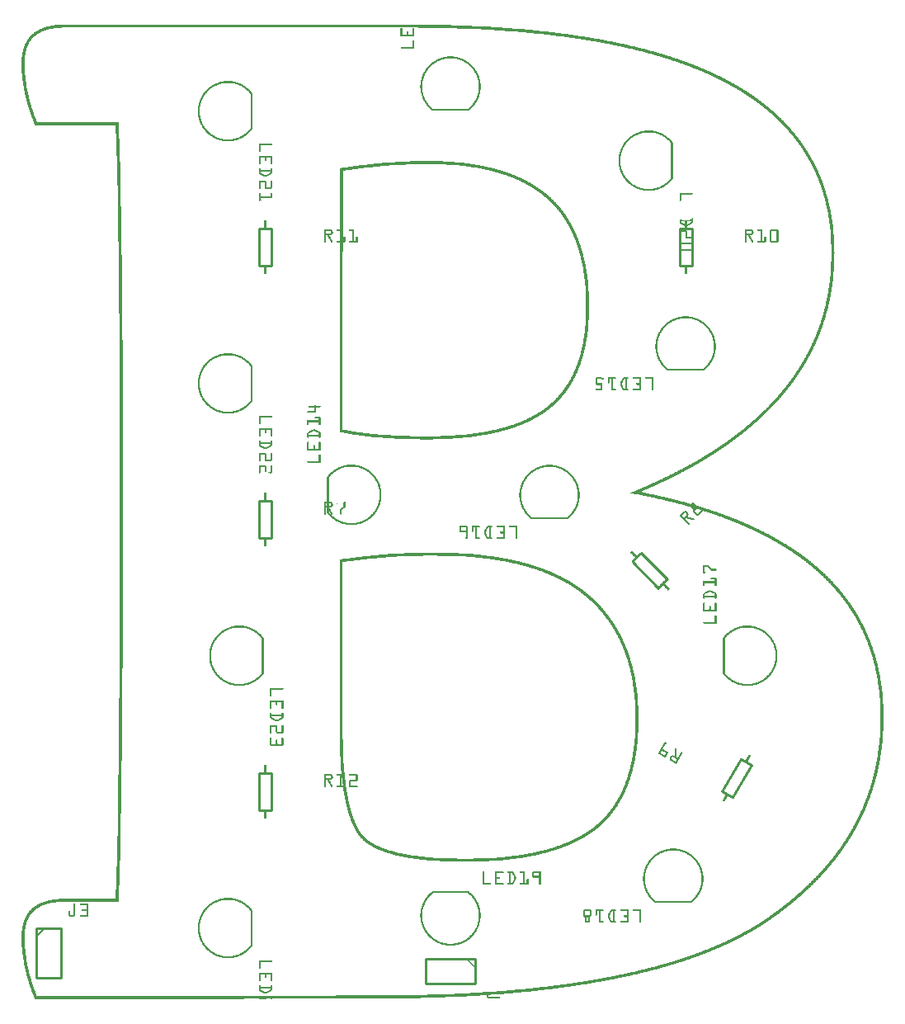
<source format=gto>
G04 MADE WITH FRITZING*
G04 WWW.FRITZING.ORG*
G04 DOUBLE SIDED*
G04 HOLES PLATED*
G04 CONTOUR ON CENTER OF CONTOUR VECTOR*
%ASAXBY*%
%FSLAX23Y23*%
%MOIN*%
%OFA0B0*%
%SFA1.0B1.0*%
%ADD10C,0.010000*%
%ADD11C,0.005000*%
%ADD12C,0.007874*%
%ADD13R,0.001000X0.001000*%
%LNSILK1*%
G90*
G70*
G54D10*
X1008Y2013D02*
X1008Y1863D01*
D02*
X1008Y1863D02*
X958Y1863D01*
D02*
X958Y1863D02*
X958Y2013D01*
D02*
X958Y2013D02*
X1008Y2013D01*
D02*
X2503Y1802D02*
X2609Y1696D01*
D02*
X2574Y1660D02*
X2468Y1766D01*
D02*
X2830Y840D02*
X2905Y970D01*
D02*
X2905Y970D02*
X2949Y945D01*
D02*
X2949Y945D02*
X2874Y815D01*
D02*
X2874Y815D02*
X2830Y840D01*
D02*
X2708Y3113D02*
X2708Y2963D01*
D02*
X2708Y2963D02*
X2658Y2963D01*
D02*
X2658Y2963D02*
X2658Y3113D01*
D02*
X2658Y3113D02*
X2708Y3113D01*
D02*
X1008Y3113D02*
X1008Y2963D01*
D02*
X1008Y2963D02*
X958Y2963D01*
D02*
X958Y2963D02*
X958Y3113D01*
D02*
X958Y3113D02*
X1008Y3113D01*
D02*
X1008Y913D02*
X1008Y763D01*
D02*
X1008Y763D02*
X958Y763D01*
D02*
X958Y763D02*
X958Y913D01*
D02*
X958Y913D02*
X1008Y913D01*
D02*
X58Y287D02*
X58Y87D01*
D02*
X58Y87D02*
X158Y87D01*
D02*
X158Y87D02*
X158Y287D01*
D02*
X158Y287D02*
X58Y287D01*
G54D11*
D02*
X58Y252D02*
X93Y287D01*
G54D10*
D02*
X1833Y162D02*
X1633Y162D01*
D02*
X1633Y162D02*
X1633Y62D01*
D02*
X1633Y62D02*
X1833Y62D01*
D02*
X1833Y62D02*
X1833Y162D01*
G54D12*
X1804Y433D02*
X1662Y433D01*
D02*
G54D13*
X157Y3937D02*
X1635Y3937D01*
X143Y3936D02*
X1695Y3936D01*
X134Y3935D02*
X1735Y3935D01*
X128Y3934D02*
X1768Y3934D01*
X122Y3933D02*
X1794Y3933D01*
X116Y3932D02*
X1820Y3932D01*
X112Y3931D02*
X1840Y3931D01*
X108Y3930D02*
X1860Y3930D01*
X104Y3929D02*
X1879Y3929D01*
X100Y3928D02*
X1896Y3928D01*
X97Y3927D02*
X1913Y3927D01*
X94Y3926D02*
X1928Y3926D01*
X91Y3925D02*
X163Y3925D01*
X1602Y3925D02*
X1943Y3925D01*
X88Y3924D02*
X146Y3924D01*
X1533Y3924D02*
X1536Y3924D01*
X1580Y3924D02*
X1583Y3924D01*
X1681Y3924D02*
X1957Y3924D01*
X85Y3923D02*
X136Y3923D01*
X1532Y3923D02*
X1537Y3923D01*
X1579Y3923D02*
X1584Y3923D01*
X1725Y3923D02*
X1971Y3923D01*
X83Y3922D02*
X129Y3922D01*
X1531Y3922D02*
X1537Y3922D01*
X1579Y3922D02*
X1584Y3922D01*
X1759Y3922D02*
X1983Y3922D01*
X80Y3921D02*
X123Y3921D01*
X1531Y3921D02*
X1537Y3921D01*
X1578Y3921D02*
X1584Y3921D01*
X1787Y3921D02*
X1996Y3921D01*
X78Y3920D02*
X118Y3920D01*
X1531Y3920D02*
X1537Y3920D01*
X1578Y3920D02*
X1584Y3920D01*
X1812Y3920D02*
X2008Y3920D01*
X76Y3919D02*
X113Y3919D01*
X1531Y3919D02*
X1537Y3919D01*
X1578Y3919D02*
X1584Y3919D01*
X1834Y3919D02*
X2020Y3919D01*
X74Y3918D02*
X109Y3918D01*
X1531Y3918D02*
X1537Y3918D01*
X1578Y3918D02*
X1584Y3918D01*
X1855Y3918D02*
X2031Y3918D01*
X71Y3917D02*
X105Y3917D01*
X1531Y3917D02*
X1537Y3917D01*
X1578Y3917D02*
X1584Y3917D01*
X1874Y3917D02*
X2042Y3917D01*
X69Y3916D02*
X101Y3916D01*
X1531Y3916D02*
X1537Y3916D01*
X1578Y3916D02*
X1584Y3916D01*
X1891Y3916D02*
X2053Y3916D01*
X68Y3915D02*
X98Y3915D01*
X1531Y3915D02*
X1537Y3915D01*
X1578Y3915D02*
X1584Y3915D01*
X1908Y3915D02*
X2064Y3915D01*
X66Y3914D02*
X95Y3914D01*
X1531Y3914D02*
X1537Y3914D01*
X1578Y3914D02*
X1584Y3914D01*
X1924Y3914D02*
X2073Y3914D01*
X64Y3913D02*
X92Y3913D01*
X1531Y3913D02*
X1537Y3913D01*
X1578Y3913D02*
X1584Y3913D01*
X1939Y3913D02*
X2083Y3913D01*
X62Y3912D02*
X89Y3912D01*
X1531Y3912D02*
X1537Y3912D01*
X1578Y3912D02*
X1584Y3912D01*
X1953Y3912D02*
X2093Y3912D01*
X61Y3911D02*
X87Y3911D01*
X1531Y3911D02*
X1537Y3911D01*
X1558Y3911D02*
X1558Y3911D01*
X1578Y3911D02*
X1584Y3911D01*
X1968Y3911D02*
X2103Y3911D01*
X59Y3910D02*
X84Y3910D01*
X1531Y3910D02*
X1537Y3910D01*
X1556Y3910D02*
X1560Y3910D01*
X1578Y3910D02*
X1584Y3910D01*
X1980Y3910D02*
X2112Y3910D01*
X57Y3909D02*
X82Y3909D01*
X1531Y3909D02*
X1537Y3909D01*
X1555Y3909D02*
X1561Y3909D01*
X1578Y3909D02*
X1584Y3909D01*
X1993Y3909D02*
X2120Y3909D01*
X56Y3908D02*
X80Y3908D01*
X1531Y3908D02*
X1537Y3908D01*
X1555Y3908D02*
X1561Y3908D01*
X1578Y3908D02*
X1584Y3908D01*
X2006Y3908D02*
X2129Y3908D01*
X54Y3907D02*
X78Y3907D01*
X1531Y3907D02*
X1537Y3907D01*
X1555Y3907D02*
X1561Y3907D01*
X1578Y3907D02*
X1584Y3907D01*
X2017Y3907D02*
X2138Y3907D01*
X53Y3906D02*
X76Y3906D01*
X1531Y3906D02*
X1537Y3906D01*
X1555Y3906D02*
X1561Y3906D01*
X1578Y3906D02*
X1584Y3906D01*
X2028Y3906D02*
X2146Y3906D01*
X51Y3905D02*
X74Y3905D01*
X1531Y3905D02*
X1537Y3905D01*
X1555Y3905D02*
X1561Y3905D01*
X1578Y3905D02*
X1584Y3905D01*
X2039Y3905D02*
X2155Y3905D01*
X50Y3904D02*
X72Y3904D01*
X1531Y3904D02*
X1537Y3904D01*
X1555Y3904D02*
X1561Y3904D01*
X1578Y3904D02*
X1584Y3904D01*
X2050Y3904D02*
X2162Y3904D01*
X49Y3903D02*
X70Y3903D01*
X1531Y3903D02*
X1537Y3903D01*
X1555Y3903D02*
X1561Y3903D01*
X1578Y3903D02*
X1584Y3903D01*
X2061Y3903D02*
X2170Y3903D01*
X48Y3902D02*
X68Y3902D01*
X1531Y3902D02*
X1537Y3902D01*
X1555Y3902D02*
X1561Y3902D01*
X1578Y3902D02*
X1584Y3902D01*
X2071Y3902D02*
X2178Y3902D01*
X46Y3901D02*
X67Y3901D01*
X1531Y3901D02*
X1537Y3901D01*
X1555Y3901D02*
X1561Y3901D01*
X1578Y3901D02*
X1584Y3901D01*
X2081Y3901D02*
X2186Y3901D01*
X45Y3900D02*
X65Y3900D01*
X1531Y3900D02*
X1537Y3900D01*
X1555Y3900D02*
X1561Y3900D01*
X1578Y3900D02*
X1584Y3900D01*
X2091Y3900D02*
X2194Y3900D01*
X44Y3899D02*
X63Y3899D01*
X1531Y3899D02*
X1537Y3899D01*
X1555Y3899D02*
X1561Y3899D01*
X1578Y3899D02*
X1584Y3899D01*
X2100Y3899D02*
X2201Y3899D01*
X43Y3898D02*
X62Y3898D01*
X1531Y3898D02*
X1537Y3898D01*
X1555Y3898D02*
X1561Y3898D01*
X1578Y3898D02*
X1584Y3898D01*
X2110Y3898D02*
X2208Y3898D01*
X42Y3897D02*
X61Y3897D01*
X1531Y3897D02*
X1584Y3897D01*
X2118Y3897D02*
X2215Y3897D01*
X41Y3896D02*
X59Y3896D01*
X1531Y3896D02*
X1584Y3896D01*
X2127Y3896D02*
X2222Y3896D01*
X39Y3895D02*
X58Y3895D01*
X1531Y3895D02*
X1584Y3895D01*
X2136Y3895D02*
X2230Y3895D01*
X39Y3894D02*
X56Y3894D01*
X1531Y3894D02*
X1584Y3894D01*
X2145Y3894D02*
X2237Y3894D01*
X38Y3893D02*
X55Y3893D01*
X1531Y3893D02*
X1584Y3893D01*
X2153Y3893D02*
X2243Y3893D01*
X37Y3892D02*
X54Y3892D01*
X1531Y3892D02*
X1584Y3892D01*
X2161Y3892D02*
X2250Y3892D01*
X36Y3891D02*
X52Y3891D01*
X1531Y3891D02*
X1584Y3891D01*
X2169Y3891D02*
X2256Y3891D01*
X35Y3890D02*
X51Y3890D01*
X2176Y3890D02*
X2263Y3890D01*
X34Y3889D02*
X50Y3889D01*
X2184Y3889D02*
X2269Y3889D01*
X33Y3888D02*
X49Y3888D01*
X2192Y3888D02*
X2276Y3888D01*
X32Y3887D02*
X48Y3887D01*
X2199Y3887D02*
X2282Y3887D01*
X31Y3886D02*
X47Y3886D01*
X2207Y3886D02*
X2288Y3886D01*
X30Y3885D02*
X46Y3885D01*
X2214Y3885D02*
X2294Y3885D01*
X30Y3884D02*
X45Y3884D01*
X2221Y3884D02*
X2300Y3884D01*
X29Y3883D02*
X44Y3883D01*
X2228Y3883D02*
X2306Y3883D01*
X28Y3882D02*
X43Y3882D01*
X2235Y3882D02*
X2312Y3882D01*
X27Y3881D02*
X42Y3881D01*
X2242Y3881D02*
X2318Y3881D01*
X27Y3880D02*
X41Y3880D01*
X2248Y3880D02*
X2323Y3880D01*
X26Y3879D02*
X40Y3879D01*
X2255Y3879D02*
X2329Y3879D01*
X25Y3878D02*
X40Y3878D01*
X2261Y3878D02*
X2334Y3878D01*
X25Y3877D02*
X39Y3877D01*
X2268Y3877D02*
X2340Y3877D01*
X24Y3876D02*
X38Y3876D01*
X2274Y3876D02*
X2345Y3876D01*
X23Y3875D02*
X37Y3875D01*
X2280Y3875D02*
X2351Y3875D01*
X23Y3874D02*
X36Y3874D01*
X1580Y3874D02*
X1583Y3874D01*
X2286Y3874D02*
X2356Y3874D01*
X22Y3873D02*
X36Y3873D01*
X1579Y3873D02*
X1584Y3873D01*
X2292Y3873D02*
X2361Y3873D01*
X22Y3872D02*
X35Y3872D01*
X1579Y3872D02*
X1584Y3872D01*
X2298Y3872D02*
X2366Y3872D01*
X21Y3871D02*
X34Y3871D01*
X1578Y3871D02*
X1584Y3871D01*
X2304Y3871D02*
X2372Y3871D01*
X20Y3870D02*
X34Y3870D01*
X1578Y3870D02*
X1584Y3870D01*
X2310Y3870D02*
X2377Y3870D01*
X20Y3869D02*
X33Y3869D01*
X1578Y3869D02*
X1584Y3869D01*
X2316Y3869D02*
X2382Y3869D01*
X19Y3868D02*
X32Y3868D01*
X1578Y3868D02*
X1584Y3868D01*
X2322Y3868D02*
X2387Y3868D01*
X19Y3867D02*
X32Y3867D01*
X1578Y3867D02*
X1584Y3867D01*
X2327Y3867D02*
X2392Y3867D01*
X18Y3866D02*
X31Y3866D01*
X1578Y3866D02*
X1584Y3866D01*
X2333Y3866D02*
X2397Y3866D01*
X18Y3865D02*
X30Y3865D01*
X1578Y3865D02*
X1584Y3865D01*
X2338Y3865D02*
X2402Y3865D01*
X17Y3864D02*
X30Y3864D01*
X1578Y3864D02*
X1584Y3864D01*
X2344Y3864D02*
X2406Y3864D01*
X17Y3863D02*
X29Y3863D01*
X1578Y3863D02*
X1584Y3863D01*
X2349Y3863D02*
X2411Y3863D01*
X16Y3862D02*
X29Y3862D01*
X1578Y3862D02*
X1584Y3862D01*
X2355Y3862D02*
X2416Y3862D01*
X16Y3861D02*
X28Y3861D01*
X1578Y3861D02*
X1584Y3861D01*
X2360Y3861D02*
X2420Y3861D01*
X15Y3860D02*
X28Y3860D01*
X1578Y3860D02*
X1584Y3860D01*
X2365Y3860D02*
X2425Y3860D01*
X15Y3859D02*
X27Y3859D01*
X1578Y3859D02*
X1584Y3859D01*
X2370Y3859D02*
X2430Y3859D01*
X14Y3858D02*
X27Y3858D01*
X1578Y3858D02*
X1584Y3858D01*
X2375Y3858D02*
X2434Y3858D01*
X14Y3857D02*
X26Y3857D01*
X1578Y3857D02*
X1584Y3857D01*
X2380Y3857D02*
X2439Y3857D01*
X14Y3856D02*
X26Y3856D01*
X1578Y3856D02*
X1584Y3856D01*
X2385Y3856D02*
X2443Y3856D01*
X13Y3855D02*
X25Y3855D01*
X1578Y3855D02*
X1584Y3855D01*
X2390Y3855D02*
X2447Y3855D01*
X13Y3854D02*
X25Y3854D01*
X1578Y3854D02*
X1584Y3854D01*
X2395Y3854D02*
X2452Y3854D01*
X12Y3853D02*
X24Y3853D01*
X1578Y3853D02*
X1584Y3853D01*
X2400Y3853D02*
X2456Y3853D01*
X12Y3852D02*
X24Y3852D01*
X1578Y3852D02*
X1584Y3852D01*
X2405Y3852D02*
X2460Y3852D01*
X12Y3851D02*
X24Y3851D01*
X1578Y3851D02*
X1584Y3851D01*
X2409Y3851D02*
X2465Y3851D01*
X11Y3850D02*
X23Y3850D01*
X1578Y3850D02*
X1584Y3850D01*
X2414Y3850D02*
X2469Y3850D01*
X11Y3849D02*
X23Y3849D01*
X1578Y3849D02*
X1584Y3849D01*
X2419Y3849D02*
X2473Y3849D01*
X10Y3848D02*
X22Y3848D01*
X1578Y3848D02*
X1584Y3848D01*
X2423Y3848D02*
X2477Y3848D01*
X10Y3847D02*
X22Y3847D01*
X1534Y3847D02*
X1584Y3847D01*
X2428Y3847D02*
X2482Y3847D01*
X10Y3846D02*
X22Y3846D01*
X1532Y3846D02*
X1584Y3846D01*
X2433Y3846D02*
X2486Y3846D01*
X9Y3845D02*
X21Y3845D01*
X1532Y3845D02*
X1584Y3845D01*
X2437Y3845D02*
X2490Y3845D01*
X9Y3844D02*
X21Y3844D01*
X1531Y3844D02*
X1584Y3844D01*
X2442Y3844D02*
X2494Y3844D01*
X9Y3843D02*
X21Y3843D01*
X1531Y3843D02*
X1584Y3843D01*
X2446Y3843D02*
X2498Y3843D01*
X9Y3842D02*
X20Y3842D01*
X1532Y3842D02*
X1584Y3842D01*
X2450Y3842D02*
X2502Y3842D01*
X8Y3841D02*
X20Y3841D01*
X1533Y3841D02*
X1584Y3841D01*
X2455Y3841D02*
X2506Y3841D01*
X8Y3840D02*
X19Y3840D01*
X2459Y3840D02*
X2510Y3840D01*
X8Y3839D02*
X19Y3839D01*
X2463Y3839D02*
X2513Y3839D01*
X7Y3838D02*
X19Y3838D01*
X2468Y3838D02*
X2517Y3838D01*
X7Y3837D02*
X19Y3837D01*
X2472Y3837D02*
X2521Y3837D01*
X7Y3836D02*
X18Y3836D01*
X2476Y3836D02*
X2525Y3836D01*
X7Y3835D02*
X18Y3835D01*
X2480Y3835D02*
X2528Y3835D01*
X6Y3834D02*
X18Y3834D01*
X2484Y3834D02*
X2532Y3834D01*
X6Y3833D02*
X17Y3833D01*
X2488Y3833D02*
X2536Y3833D01*
X6Y3832D02*
X17Y3832D01*
X2492Y3832D02*
X2540Y3832D01*
X6Y3831D02*
X17Y3831D01*
X2496Y3831D02*
X2543Y3831D01*
X5Y3830D02*
X17Y3830D01*
X2500Y3830D02*
X2547Y3830D01*
X5Y3829D02*
X17Y3829D01*
X2504Y3829D02*
X2551Y3829D01*
X5Y3828D02*
X16Y3828D01*
X2508Y3828D02*
X2554Y3828D01*
X5Y3827D02*
X16Y3827D01*
X2512Y3827D02*
X2558Y3827D01*
X4Y3826D02*
X16Y3826D01*
X2516Y3826D02*
X2561Y3826D01*
X4Y3825D02*
X16Y3825D01*
X2519Y3825D02*
X2565Y3825D01*
X4Y3824D02*
X15Y3824D01*
X2523Y3824D02*
X2568Y3824D01*
X4Y3823D02*
X15Y3823D01*
X2527Y3823D02*
X2572Y3823D01*
X4Y3822D02*
X15Y3822D01*
X2531Y3822D02*
X2575Y3822D01*
X3Y3821D02*
X15Y3821D01*
X2534Y3821D02*
X2578Y3821D01*
X3Y3820D02*
X15Y3820D01*
X2538Y3820D02*
X2582Y3820D01*
X3Y3819D02*
X14Y3819D01*
X2542Y3819D02*
X2585Y3819D01*
X3Y3818D02*
X14Y3818D01*
X2545Y3818D02*
X2588Y3818D01*
X3Y3817D02*
X14Y3817D01*
X2549Y3817D02*
X2592Y3817D01*
X3Y3816D02*
X14Y3816D01*
X2552Y3816D02*
X2595Y3816D01*
X3Y3815D02*
X14Y3815D01*
X2556Y3815D02*
X2598Y3815D01*
X2Y3814D02*
X14Y3814D01*
X2559Y3814D02*
X2601Y3814D01*
X2Y3813D02*
X14Y3813D01*
X2563Y3813D02*
X2605Y3813D01*
X2Y3812D02*
X13Y3812D01*
X2566Y3812D02*
X2608Y3812D01*
X2Y3811D02*
X13Y3811D01*
X2570Y3811D02*
X2611Y3811D01*
X2Y3810D02*
X13Y3810D01*
X2573Y3810D02*
X2614Y3810D01*
X2Y3809D02*
X13Y3809D01*
X2577Y3809D02*
X2618Y3809D01*
X2Y3808D02*
X13Y3808D01*
X1720Y3808D02*
X1745Y3808D01*
X2580Y3808D02*
X2621Y3808D01*
X1Y3807D02*
X13Y3807D01*
X1713Y3807D02*
X1753Y3807D01*
X2583Y3807D02*
X2624Y3807D01*
X1Y3806D02*
X13Y3806D01*
X1708Y3806D02*
X1758Y3806D01*
X2587Y3806D02*
X2627Y3806D01*
X1Y3805D02*
X13Y3805D01*
X1703Y3805D02*
X1762Y3805D01*
X2590Y3805D02*
X2630Y3805D01*
X1Y3804D02*
X12Y3804D01*
X1700Y3804D02*
X1766Y3804D01*
X2593Y3804D02*
X2633Y3804D01*
X1Y3803D02*
X12Y3803D01*
X1696Y3803D02*
X1769Y3803D01*
X2597Y3803D02*
X2636Y3803D01*
X1Y3802D02*
X12Y3802D01*
X1693Y3802D02*
X1772Y3802D01*
X2600Y3802D02*
X2639Y3802D01*
X1Y3801D02*
X12Y3801D01*
X1691Y3801D02*
X1775Y3801D01*
X2603Y3801D02*
X2642Y3801D01*
X1Y3800D02*
X12Y3800D01*
X1688Y3800D02*
X1718Y3800D01*
X1748Y3800D02*
X1778Y3800D01*
X2606Y3800D02*
X2645Y3800D01*
X1Y3799D02*
X12Y3799D01*
X1686Y3799D02*
X1711Y3799D01*
X1754Y3799D02*
X1780Y3799D01*
X2610Y3799D02*
X2648Y3799D01*
X1Y3798D02*
X12Y3798D01*
X1683Y3798D02*
X1707Y3798D01*
X1759Y3798D02*
X1782Y3798D01*
X2613Y3798D02*
X2651Y3798D01*
X1Y3797D02*
X12Y3797D01*
X1681Y3797D02*
X1703Y3797D01*
X1763Y3797D02*
X1784Y3797D01*
X2616Y3797D02*
X2654Y3797D01*
X1Y3796D02*
X12Y3796D01*
X1679Y3796D02*
X1699Y3796D01*
X1767Y3796D02*
X1786Y3796D01*
X2619Y3796D02*
X2657Y3796D01*
X0Y3795D02*
X12Y3795D01*
X1677Y3795D02*
X1696Y3795D01*
X1770Y3795D02*
X1788Y3795D01*
X2622Y3795D02*
X2659Y3795D01*
X0Y3794D02*
X12Y3794D01*
X1675Y3794D02*
X1693Y3794D01*
X1773Y3794D02*
X1790Y3794D01*
X2625Y3794D02*
X2662Y3794D01*
X0Y3793D02*
X12Y3793D01*
X1673Y3793D02*
X1690Y3793D01*
X1775Y3793D02*
X1792Y3793D01*
X2628Y3793D02*
X2665Y3793D01*
X0Y3792D02*
X12Y3792D01*
X1672Y3792D02*
X1688Y3792D01*
X1778Y3792D02*
X1794Y3792D01*
X2631Y3792D02*
X2668Y3792D01*
X0Y3791D02*
X12Y3791D01*
X1670Y3791D02*
X1686Y3791D01*
X1780Y3791D02*
X1796Y3791D01*
X2634Y3791D02*
X2671Y3791D01*
X0Y3790D02*
X12Y3790D01*
X1668Y3790D02*
X1683Y3790D01*
X1782Y3790D02*
X1797Y3790D01*
X2637Y3790D02*
X2674Y3790D01*
X0Y3789D02*
X11Y3789D01*
X1667Y3789D02*
X1681Y3789D01*
X1784Y3789D02*
X1799Y3789D01*
X2640Y3789D02*
X2676Y3789D01*
X0Y3788D02*
X11Y3788D01*
X1665Y3788D02*
X1679Y3788D01*
X1786Y3788D02*
X1800Y3788D01*
X2643Y3788D02*
X2679Y3788D01*
X0Y3787D02*
X11Y3787D01*
X1664Y3787D02*
X1677Y3787D01*
X1788Y3787D02*
X1802Y3787D01*
X2646Y3787D02*
X2682Y3787D01*
X0Y3786D02*
X11Y3786D01*
X1662Y3786D02*
X1676Y3786D01*
X1790Y3786D02*
X1803Y3786D01*
X2649Y3786D02*
X2685Y3786D01*
X0Y3785D02*
X11Y3785D01*
X1661Y3785D02*
X1674Y3785D01*
X1791Y3785D02*
X1805Y3785D01*
X2652Y3785D02*
X2687Y3785D01*
X0Y3784D02*
X11Y3784D01*
X1660Y3784D02*
X1672Y3784D01*
X1793Y3784D02*
X1806Y3784D01*
X2655Y3784D02*
X2690Y3784D01*
X0Y3783D02*
X11Y3783D01*
X1658Y3783D02*
X1671Y3783D01*
X1795Y3783D02*
X1807Y3783D01*
X2657Y3783D02*
X2693Y3783D01*
X0Y3782D02*
X11Y3782D01*
X1657Y3782D02*
X1669Y3782D01*
X1796Y3782D02*
X1808Y3782D01*
X2660Y3782D02*
X2695Y3782D01*
X0Y3781D02*
X11Y3781D01*
X1656Y3781D02*
X1668Y3781D01*
X1798Y3781D02*
X1810Y3781D01*
X2663Y3781D02*
X2698Y3781D01*
X0Y3780D02*
X11Y3780D01*
X1655Y3780D02*
X1666Y3780D01*
X1799Y3780D02*
X1811Y3780D01*
X2666Y3780D02*
X2701Y3780D01*
X0Y3779D02*
X11Y3779D01*
X1653Y3779D02*
X1665Y3779D01*
X1800Y3779D02*
X1812Y3779D01*
X2669Y3779D02*
X2703Y3779D01*
X0Y3778D02*
X11Y3778D01*
X1652Y3778D02*
X1664Y3778D01*
X1802Y3778D02*
X1813Y3778D01*
X2672Y3778D02*
X2706Y3778D01*
X0Y3777D02*
X11Y3777D01*
X1651Y3777D02*
X1662Y3777D01*
X1803Y3777D02*
X1814Y3777D01*
X2675Y3777D02*
X2709Y3777D01*
X0Y3776D02*
X11Y3776D01*
X1650Y3776D02*
X1661Y3776D01*
X1804Y3776D02*
X1815Y3776D01*
X2677Y3776D02*
X2711Y3776D01*
X0Y3775D02*
X11Y3775D01*
X1649Y3775D02*
X1660Y3775D01*
X1806Y3775D02*
X1816Y3775D01*
X2680Y3775D02*
X2714Y3775D01*
X0Y3774D02*
X11Y3774D01*
X1648Y3774D02*
X1659Y3774D01*
X1807Y3774D02*
X1817Y3774D01*
X2683Y3774D02*
X2716Y3774D01*
X0Y3773D02*
X11Y3773D01*
X1647Y3773D02*
X1657Y3773D01*
X1808Y3773D02*
X1818Y3773D01*
X2685Y3773D02*
X2719Y3773D01*
X0Y3772D02*
X11Y3772D01*
X1646Y3772D02*
X1656Y3772D01*
X1809Y3772D02*
X1820Y3772D01*
X2688Y3772D02*
X2721Y3772D01*
X0Y3771D02*
X11Y3771D01*
X1645Y3771D02*
X1655Y3771D01*
X1810Y3771D02*
X1820Y3771D01*
X2691Y3771D02*
X2724Y3771D01*
X0Y3770D02*
X11Y3770D01*
X1644Y3770D02*
X1654Y3770D01*
X1811Y3770D02*
X1821Y3770D01*
X2693Y3770D02*
X2726Y3770D01*
X0Y3769D02*
X11Y3769D01*
X1643Y3769D02*
X1653Y3769D01*
X1812Y3769D02*
X1822Y3769D01*
X2696Y3769D02*
X2729Y3769D01*
X0Y3768D02*
X11Y3768D01*
X1642Y3768D02*
X1652Y3768D01*
X1813Y3768D02*
X1823Y3768D01*
X2699Y3768D02*
X2731Y3768D01*
X0Y3767D02*
X12Y3767D01*
X1641Y3767D02*
X1651Y3767D01*
X1814Y3767D02*
X1824Y3767D01*
X2701Y3767D02*
X2734Y3767D01*
X0Y3766D02*
X12Y3766D01*
X1640Y3766D02*
X1650Y3766D01*
X1815Y3766D02*
X1825Y3766D01*
X2704Y3766D02*
X2736Y3766D01*
X0Y3765D02*
X12Y3765D01*
X1640Y3765D02*
X1649Y3765D01*
X1816Y3765D02*
X1826Y3765D01*
X2707Y3765D02*
X2739Y3765D01*
X0Y3764D02*
X12Y3764D01*
X1639Y3764D02*
X1648Y3764D01*
X1817Y3764D02*
X1827Y3764D01*
X2709Y3764D02*
X2741Y3764D01*
X0Y3763D02*
X12Y3763D01*
X1638Y3763D02*
X1647Y3763D01*
X1818Y3763D02*
X1827Y3763D01*
X2712Y3763D02*
X2744Y3763D01*
X0Y3762D02*
X12Y3762D01*
X1637Y3762D02*
X1646Y3762D01*
X1819Y3762D02*
X1828Y3762D01*
X2714Y3762D02*
X2746Y3762D01*
X0Y3761D02*
X12Y3761D01*
X1636Y3761D02*
X1646Y3761D01*
X1820Y3761D02*
X1829Y3761D01*
X2717Y3761D02*
X2748Y3761D01*
X0Y3760D02*
X12Y3760D01*
X1636Y3760D02*
X1645Y3760D01*
X1821Y3760D02*
X1830Y3760D01*
X2719Y3760D02*
X2751Y3760D01*
X0Y3759D02*
X12Y3759D01*
X1635Y3759D02*
X1644Y3759D01*
X1822Y3759D02*
X1830Y3759D01*
X2722Y3759D02*
X2753Y3759D01*
X1Y3758D02*
X12Y3758D01*
X1634Y3758D02*
X1643Y3758D01*
X1822Y3758D02*
X1831Y3758D01*
X2724Y3758D02*
X2755Y3758D01*
X1Y3757D02*
X12Y3757D01*
X1633Y3757D02*
X1642Y3757D01*
X1823Y3757D02*
X1832Y3757D01*
X2727Y3757D02*
X2758Y3757D01*
X1Y3756D02*
X12Y3756D01*
X1633Y3756D02*
X1641Y3756D01*
X1824Y3756D02*
X1833Y3756D01*
X2729Y3756D02*
X2760Y3756D01*
X1Y3755D02*
X12Y3755D01*
X1632Y3755D02*
X1641Y3755D01*
X1825Y3755D02*
X1833Y3755D01*
X2732Y3755D02*
X2762Y3755D01*
X1Y3754D02*
X12Y3754D01*
X1631Y3754D02*
X1640Y3754D01*
X1826Y3754D02*
X1834Y3754D01*
X2734Y3754D02*
X2765Y3754D01*
X1Y3753D02*
X12Y3753D01*
X1631Y3753D02*
X1639Y3753D01*
X1826Y3753D02*
X1835Y3753D01*
X2737Y3753D02*
X2767Y3753D01*
X1Y3752D02*
X12Y3752D01*
X1630Y3752D02*
X1639Y3752D01*
X1827Y3752D02*
X1835Y3752D01*
X2739Y3752D02*
X2769Y3752D01*
X1Y3751D02*
X12Y3751D01*
X1630Y3751D02*
X1638Y3751D01*
X1828Y3751D02*
X1836Y3751D01*
X2741Y3751D02*
X2772Y3751D01*
X1Y3750D02*
X12Y3750D01*
X1629Y3750D02*
X1637Y3750D01*
X1828Y3750D02*
X1836Y3750D01*
X2744Y3750D02*
X2774Y3750D01*
X1Y3749D02*
X12Y3749D01*
X1628Y3749D02*
X1637Y3749D01*
X1829Y3749D02*
X1837Y3749D01*
X2746Y3749D02*
X2776Y3749D01*
X1Y3748D02*
X12Y3748D01*
X1628Y3748D02*
X1636Y3748D01*
X1830Y3748D02*
X1838Y3748D01*
X2748Y3748D02*
X2778Y3748D01*
X1Y3747D02*
X12Y3747D01*
X1627Y3747D02*
X1635Y3747D01*
X1830Y3747D02*
X1838Y3747D01*
X2751Y3747D02*
X2781Y3747D01*
X1Y3746D02*
X12Y3746D01*
X1627Y3746D02*
X1635Y3746D01*
X1831Y3746D02*
X1839Y3746D01*
X2753Y3746D02*
X2783Y3746D01*
X1Y3745D02*
X13Y3745D01*
X1626Y3745D02*
X1634Y3745D01*
X1831Y3745D02*
X1839Y3745D01*
X2755Y3745D02*
X2785Y3745D01*
X1Y3744D02*
X13Y3744D01*
X1625Y3744D02*
X1633Y3744D01*
X1832Y3744D02*
X1840Y3744D01*
X2758Y3744D02*
X2787Y3744D01*
X1Y3743D02*
X13Y3743D01*
X1625Y3743D02*
X1633Y3743D01*
X1833Y3743D02*
X1840Y3743D01*
X2760Y3743D02*
X2789Y3743D01*
X1Y3742D02*
X13Y3742D01*
X1624Y3742D02*
X1632Y3742D01*
X1833Y3742D02*
X1841Y3742D01*
X2762Y3742D02*
X2791Y3742D01*
X1Y3741D02*
X13Y3741D01*
X1624Y3741D02*
X1632Y3741D01*
X1834Y3741D02*
X1841Y3741D01*
X2765Y3741D02*
X2794Y3741D01*
X2Y3740D02*
X13Y3740D01*
X1623Y3740D02*
X1631Y3740D01*
X1834Y3740D02*
X1842Y3740D01*
X2767Y3740D02*
X2796Y3740D01*
X2Y3739D02*
X13Y3739D01*
X1623Y3739D02*
X1631Y3739D01*
X1835Y3739D02*
X1842Y3739D01*
X2769Y3739D02*
X2798Y3739D01*
X2Y3738D02*
X13Y3738D01*
X1623Y3738D02*
X1630Y3738D01*
X1835Y3738D02*
X1843Y3738D01*
X2772Y3738D02*
X2800Y3738D01*
X2Y3737D02*
X13Y3737D01*
X1622Y3737D02*
X1630Y3737D01*
X1836Y3737D02*
X1843Y3737D01*
X2774Y3737D02*
X2802Y3737D01*
X2Y3736D02*
X13Y3736D01*
X1622Y3736D02*
X1629Y3736D01*
X1836Y3736D02*
X1844Y3736D01*
X2776Y3736D02*
X2804Y3736D01*
X2Y3735D02*
X13Y3735D01*
X1621Y3735D02*
X1629Y3735D01*
X1837Y3735D02*
X1844Y3735D01*
X2778Y3735D02*
X2806Y3735D01*
X2Y3734D02*
X13Y3734D01*
X1621Y3734D02*
X1628Y3734D01*
X1837Y3734D02*
X1845Y3734D01*
X2780Y3734D02*
X2808Y3734D01*
X2Y3733D02*
X13Y3733D01*
X1620Y3733D02*
X1628Y3733D01*
X1838Y3733D02*
X1845Y3733D01*
X2783Y3733D02*
X2811Y3733D01*
X2Y3732D02*
X14Y3732D01*
X1620Y3732D02*
X1627Y3732D01*
X1838Y3732D02*
X1846Y3732D01*
X2785Y3732D02*
X2813Y3732D01*
X2Y3731D02*
X14Y3731D01*
X1620Y3731D02*
X1627Y3731D01*
X1838Y3731D02*
X1846Y3731D01*
X2787Y3731D02*
X2815Y3731D01*
X2Y3730D02*
X14Y3730D01*
X1619Y3730D02*
X1627Y3730D01*
X1839Y3730D02*
X1846Y3730D01*
X2789Y3730D02*
X2817Y3730D01*
X2Y3729D02*
X14Y3729D01*
X1619Y3729D02*
X1626Y3729D01*
X1839Y3729D02*
X1847Y3729D01*
X2791Y3729D02*
X2819Y3729D01*
X3Y3728D02*
X14Y3728D01*
X1618Y3728D02*
X1626Y3728D01*
X1840Y3728D02*
X1847Y3728D01*
X2793Y3728D02*
X2821Y3728D01*
X3Y3727D02*
X14Y3727D01*
X1618Y3727D02*
X1625Y3727D01*
X1840Y3727D02*
X1847Y3727D01*
X2796Y3727D02*
X2823Y3727D01*
X3Y3726D02*
X14Y3726D01*
X1618Y3726D02*
X1625Y3726D01*
X1840Y3726D02*
X1848Y3726D01*
X2798Y3726D02*
X2825Y3726D01*
X3Y3725D02*
X14Y3725D01*
X1617Y3725D02*
X1625Y3725D01*
X1841Y3725D02*
X1848Y3725D01*
X2800Y3725D02*
X2827Y3725D01*
X3Y3724D02*
X14Y3724D01*
X1617Y3724D02*
X1624Y3724D01*
X1841Y3724D02*
X1848Y3724D01*
X2802Y3724D02*
X2829Y3724D01*
X3Y3723D02*
X14Y3723D01*
X1617Y3723D02*
X1624Y3723D01*
X1841Y3723D02*
X1849Y3723D01*
X2804Y3723D02*
X2831Y3723D01*
X3Y3722D02*
X15Y3722D01*
X1616Y3722D02*
X1624Y3722D01*
X1842Y3722D02*
X1849Y3722D01*
X2806Y3722D02*
X2833Y3722D01*
X3Y3721D02*
X15Y3721D01*
X1616Y3721D02*
X1623Y3721D01*
X1842Y3721D02*
X1849Y3721D01*
X2808Y3721D02*
X2835Y3721D01*
X3Y3720D02*
X15Y3720D01*
X1616Y3720D02*
X1623Y3720D01*
X1842Y3720D02*
X1850Y3720D01*
X2810Y3720D02*
X2837Y3720D01*
X4Y3719D02*
X15Y3719D01*
X1616Y3719D02*
X1623Y3719D01*
X1843Y3719D02*
X1850Y3719D01*
X2812Y3719D02*
X2839Y3719D01*
X4Y3718D02*
X15Y3718D01*
X1615Y3718D02*
X1622Y3718D01*
X1843Y3718D02*
X1850Y3718D01*
X2814Y3718D02*
X2841Y3718D01*
X4Y3717D02*
X15Y3717D01*
X1615Y3717D02*
X1622Y3717D01*
X1843Y3717D02*
X1850Y3717D01*
X2816Y3717D02*
X2842Y3717D01*
X4Y3716D02*
X15Y3716D01*
X1615Y3716D02*
X1622Y3716D01*
X1844Y3716D02*
X1851Y3716D01*
X2818Y3716D02*
X2844Y3716D01*
X4Y3715D02*
X15Y3715D01*
X1615Y3715D02*
X1622Y3715D01*
X1844Y3715D02*
X1851Y3715D01*
X2820Y3715D02*
X2846Y3715D01*
X4Y3714D02*
X16Y3714D01*
X1614Y3714D02*
X1621Y3714D01*
X1844Y3714D02*
X1851Y3714D01*
X2822Y3714D02*
X2848Y3714D01*
X4Y3713D02*
X16Y3713D01*
X1614Y3713D02*
X1621Y3713D01*
X1844Y3713D02*
X1851Y3713D01*
X2824Y3713D02*
X2850Y3713D01*
X4Y3712D02*
X16Y3712D01*
X1614Y3712D02*
X1621Y3712D01*
X1845Y3712D02*
X1852Y3712D01*
X2826Y3712D02*
X2852Y3712D01*
X4Y3711D02*
X16Y3711D01*
X1614Y3711D02*
X1621Y3711D01*
X1845Y3711D02*
X1852Y3711D01*
X2828Y3711D02*
X2854Y3711D01*
X5Y3710D02*
X16Y3710D01*
X1613Y3710D02*
X1620Y3710D01*
X1845Y3710D02*
X1852Y3710D01*
X2830Y3710D02*
X2856Y3710D01*
X5Y3709D02*
X16Y3709D01*
X823Y3709D02*
X844Y3709D01*
X1613Y3709D02*
X1620Y3709D01*
X1845Y3709D02*
X1852Y3709D01*
X2832Y3709D02*
X2858Y3709D01*
X5Y3708D02*
X16Y3708D01*
X815Y3708D02*
X852Y3708D01*
X1613Y3708D02*
X1620Y3708D01*
X1845Y3708D02*
X1852Y3708D01*
X2834Y3708D02*
X2860Y3708D01*
X5Y3707D02*
X16Y3707D01*
X809Y3707D02*
X858Y3707D01*
X1613Y3707D02*
X1620Y3707D01*
X1846Y3707D02*
X1853Y3707D01*
X2836Y3707D02*
X2861Y3707D01*
X5Y3706D02*
X17Y3706D01*
X805Y3706D02*
X862Y3706D01*
X1613Y3706D02*
X1620Y3706D01*
X1846Y3706D02*
X1853Y3706D01*
X2838Y3706D02*
X2863Y3706D01*
X5Y3705D02*
X17Y3705D01*
X801Y3705D02*
X866Y3705D01*
X1613Y3705D02*
X1619Y3705D01*
X1846Y3705D02*
X1853Y3705D01*
X2840Y3705D02*
X2865Y3705D01*
X5Y3704D02*
X17Y3704D01*
X798Y3704D02*
X869Y3704D01*
X1612Y3704D02*
X1619Y3704D01*
X1846Y3704D02*
X1853Y3704D01*
X2842Y3704D02*
X2867Y3704D01*
X6Y3703D02*
X17Y3703D01*
X795Y3703D02*
X872Y3703D01*
X1612Y3703D02*
X1619Y3703D01*
X1846Y3703D02*
X1853Y3703D01*
X2844Y3703D02*
X2869Y3703D01*
X6Y3702D02*
X17Y3702D01*
X792Y3702D02*
X875Y3702D01*
X1612Y3702D02*
X1619Y3702D01*
X1846Y3702D02*
X1853Y3702D01*
X2846Y3702D02*
X2870Y3702D01*
X6Y3701D02*
X17Y3701D01*
X789Y3701D02*
X821Y3701D01*
X847Y3701D02*
X878Y3701D01*
X1612Y3701D02*
X1619Y3701D01*
X1846Y3701D02*
X1853Y3701D01*
X2847Y3701D02*
X2872Y3701D01*
X6Y3700D02*
X17Y3700D01*
X787Y3700D02*
X814Y3700D01*
X854Y3700D02*
X880Y3700D01*
X1612Y3700D02*
X1619Y3700D01*
X1847Y3700D02*
X1853Y3700D01*
X2849Y3700D02*
X2874Y3700D01*
X6Y3699D02*
X18Y3699D01*
X785Y3699D02*
X809Y3699D01*
X859Y3699D02*
X883Y3699D01*
X1612Y3699D02*
X1619Y3699D01*
X1847Y3699D02*
X1854Y3699D01*
X2851Y3699D02*
X2876Y3699D01*
X6Y3698D02*
X18Y3698D01*
X782Y3698D02*
X804Y3698D01*
X863Y3698D02*
X885Y3698D01*
X1612Y3698D02*
X1619Y3698D01*
X1847Y3698D02*
X1854Y3698D01*
X2853Y3698D02*
X2878Y3698D01*
X6Y3697D02*
X18Y3697D01*
X780Y3697D02*
X801Y3697D01*
X867Y3697D02*
X887Y3697D01*
X1612Y3697D02*
X1618Y3697D01*
X1847Y3697D02*
X1854Y3697D01*
X2855Y3697D02*
X2879Y3697D01*
X7Y3696D02*
X18Y3696D01*
X778Y3696D02*
X797Y3696D01*
X870Y3696D02*
X889Y3696D01*
X1612Y3696D02*
X1618Y3696D01*
X1847Y3696D02*
X1854Y3696D01*
X2857Y3696D02*
X2881Y3696D01*
X7Y3695D02*
X18Y3695D01*
X776Y3695D02*
X794Y3695D01*
X873Y3695D02*
X891Y3695D01*
X1612Y3695D02*
X1618Y3695D01*
X1847Y3695D02*
X1854Y3695D01*
X2859Y3695D02*
X2883Y3695D01*
X7Y3694D02*
X18Y3694D01*
X775Y3694D02*
X792Y3694D01*
X875Y3694D02*
X893Y3694D01*
X1611Y3694D02*
X1618Y3694D01*
X1847Y3694D02*
X1854Y3694D01*
X2860Y3694D02*
X2885Y3694D01*
X7Y3693D02*
X18Y3693D01*
X773Y3693D02*
X789Y3693D01*
X878Y3693D02*
X894Y3693D01*
X1611Y3693D02*
X1618Y3693D01*
X1847Y3693D02*
X1854Y3693D01*
X2862Y3693D02*
X2886Y3693D01*
X7Y3692D02*
X19Y3692D01*
X771Y3692D02*
X787Y3692D01*
X880Y3692D02*
X896Y3692D01*
X1611Y3692D02*
X1618Y3692D01*
X1847Y3692D02*
X1854Y3692D01*
X2864Y3692D02*
X2888Y3692D01*
X7Y3691D02*
X19Y3691D01*
X769Y3691D02*
X785Y3691D01*
X882Y3691D02*
X898Y3691D01*
X1611Y3691D02*
X1618Y3691D01*
X1847Y3691D02*
X1854Y3691D01*
X2866Y3691D02*
X2890Y3691D01*
X8Y3690D02*
X19Y3690D01*
X768Y3690D02*
X783Y3690D01*
X884Y3690D02*
X899Y3690D01*
X1611Y3690D02*
X1618Y3690D01*
X1847Y3690D02*
X1854Y3690D01*
X2868Y3690D02*
X2891Y3690D01*
X8Y3689D02*
X19Y3689D01*
X766Y3689D02*
X781Y3689D01*
X886Y3689D02*
X901Y3689D01*
X1611Y3689D02*
X1618Y3689D01*
X1847Y3689D02*
X1854Y3689D01*
X2869Y3689D02*
X2893Y3689D01*
X8Y3688D02*
X19Y3688D01*
X765Y3688D02*
X779Y3688D01*
X888Y3688D02*
X902Y3688D01*
X1611Y3688D02*
X1618Y3688D01*
X1847Y3688D02*
X1854Y3688D01*
X2871Y3688D02*
X2895Y3688D01*
X8Y3687D02*
X20Y3687D01*
X763Y3687D02*
X777Y3687D01*
X890Y3687D02*
X904Y3687D01*
X1611Y3687D02*
X1618Y3687D01*
X1847Y3687D02*
X1854Y3687D01*
X2873Y3687D02*
X2896Y3687D01*
X8Y3686D02*
X20Y3686D01*
X762Y3686D02*
X775Y3686D01*
X892Y3686D02*
X905Y3686D01*
X1611Y3686D02*
X1618Y3686D01*
X1847Y3686D02*
X1854Y3686D01*
X2875Y3686D02*
X2898Y3686D01*
X8Y3685D02*
X20Y3685D01*
X761Y3685D02*
X773Y3685D01*
X893Y3685D02*
X906Y3685D01*
X1611Y3685D02*
X1618Y3685D01*
X1847Y3685D02*
X1854Y3685D01*
X2877Y3685D02*
X2900Y3685D01*
X9Y3684D02*
X20Y3684D01*
X759Y3684D02*
X772Y3684D01*
X895Y3684D02*
X908Y3684D01*
X1611Y3684D02*
X1618Y3684D01*
X1847Y3684D02*
X1854Y3684D01*
X2878Y3684D02*
X2902Y3684D01*
X9Y3683D02*
X20Y3683D01*
X758Y3683D02*
X770Y3683D01*
X897Y3683D02*
X909Y3683D01*
X1611Y3683D02*
X1618Y3683D01*
X1847Y3683D02*
X1854Y3683D01*
X2880Y3683D02*
X2903Y3683D01*
X9Y3682D02*
X20Y3682D01*
X757Y3682D02*
X769Y3682D01*
X898Y3682D02*
X910Y3682D01*
X1611Y3682D02*
X1618Y3682D01*
X1847Y3682D02*
X1854Y3682D01*
X2882Y3682D02*
X2905Y3682D01*
X9Y3681D02*
X21Y3681D01*
X756Y3681D02*
X767Y3681D01*
X900Y3681D02*
X911Y3681D01*
X1611Y3681D02*
X1618Y3681D01*
X1847Y3681D02*
X1854Y3681D01*
X2883Y3681D02*
X2907Y3681D01*
X9Y3680D02*
X21Y3680D01*
X754Y3680D02*
X766Y3680D01*
X901Y3680D02*
X913Y3680D01*
X1611Y3680D02*
X1618Y3680D01*
X1847Y3680D02*
X1854Y3680D01*
X2885Y3680D02*
X2908Y3680D01*
X9Y3679D02*
X21Y3679D01*
X753Y3679D02*
X765Y3679D01*
X902Y3679D02*
X914Y3679D01*
X1611Y3679D02*
X1618Y3679D01*
X1847Y3679D02*
X1854Y3679D01*
X2887Y3679D02*
X2910Y3679D01*
X10Y3678D02*
X21Y3678D01*
X752Y3678D02*
X763Y3678D01*
X904Y3678D02*
X915Y3678D01*
X1612Y3678D02*
X1618Y3678D01*
X1847Y3678D02*
X1854Y3678D01*
X2888Y3678D02*
X2911Y3678D01*
X10Y3677D02*
X21Y3677D01*
X751Y3677D02*
X762Y3677D01*
X905Y3677D02*
X916Y3677D01*
X1612Y3677D02*
X1618Y3677D01*
X1847Y3677D02*
X1854Y3677D01*
X2890Y3677D02*
X2913Y3677D01*
X10Y3676D02*
X21Y3676D01*
X750Y3676D02*
X761Y3676D01*
X906Y3676D02*
X917Y3676D01*
X1612Y3676D02*
X1619Y3676D01*
X1847Y3676D02*
X1854Y3676D01*
X2892Y3676D02*
X2915Y3676D01*
X10Y3675D02*
X22Y3675D01*
X749Y3675D02*
X760Y3675D01*
X907Y3675D02*
X918Y3675D01*
X1612Y3675D02*
X1619Y3675D01*
X1847Y3675D02*
X1854Y3675D01*
X2894Y3675D02*
X2916Y3675D01*
X10Y3674D02*
X22Y3674D01*
X748Y3674D02*
X758Y3674D01*
X909Y3674D02*
X919Y3674D01*
X1612Y3674D02*
X1619Y3674D01*
X1847Y3674D02*
X1854Y3674D01*
X2895Y3674D02*
X2918Y3674D01*
X11Y3673D02*
X22Y3673D01*
X747Y3673D02*
X757Y3673D01*
X910Y3673D02*
X920Y3673D01*
X1612Y3673D02*
X1619Y3673D01*
X1847Y3673D02*
X1853Y3673D01*
X2897Y3673D02*
X2919Y3673D01*
X11Y3672D02*
X22Y3672D01*
X746Y3672D02*
X756Y3672D01*
X911Y3672D02*
X921Y3672D01*
X1612Y3672D02*
X1619Y3672D01*
X1846Y3672D02*
X1853Y3672D01*
X2899Y3672D02*
X2921Y3672D01*
X11Y3671D02*
X22Y3671D01*
X745Y3671D02*
X755Y3671D01*
X912Y3671D02*
X922Y3671D01*
X1612Y3671D02*
X1619Y3671D01*
X1846Y3671D02*
X1853Y3671D01*
X2900Y3671D02*
X2923Y3671D01*
X11Y3670D02*
X23Y3670D01*
X744Y3670D02*
X754Y3670D01*
X913Y3670D02*
X923Y3670D01*
X1612Y3670D02*
X1619Y3670D01*
X1846Y3670D02*
X1853Y3670D01*
X2902Y3670D02*
X2924Y3670D01*
X11Y3669D02*
X23Y3669D01*
X743Y3669D02*
X753Y3669D01*
X914Y3669D02*
X924Y3669D01*
X1612Y3669D02*
X1619Y3669D01*
X1846Y3669D02*
X1853Y3669D01*
X2904Y3669D02*
X2926Y3669D01*
X12Y3668D02*
X23Y3668D01*
X742Y3668D02*
X752Y3668D01*
X915Y3668D02*
X925Y3668D01*
X1613Y3668D02*
X1620Y3668D01*
X1846Y3668D02*
X1853Y3668D01*
X2905Y3668D02*
X2927Y3668D01*
X12Y3667D02*
X23Y3667D01*
X741Y3667D02*
X751Y3667D01*
X916Y3667D02*
X926Y3667D01*
X1613Y3667D02*
X1620Y3667D01*
X1846Y3667D02*
X1853Y3667D01*
X2907Y3667D02*
X2929Y3667D01*
X12Y3666D02*
X23Y3666D01*
X741Y3666D02*
X750Y3666D01*
X917Y3666D02*
X926Y3666D01*
X1613Y3666D02*
X1620Y3666D01*
X1846Y3666D02*
X1852Y3666D01*
X2908Y3666D02*
X2931Y3666D01*
X12Y3665D02*
X24Y3665D01*
X740Y3665D02*
X749Y3665D01*
X918Y3665D02*
X927Y3665D01*
X1613Y3665D02*
X1620Y3665D01*
X1845Y3665D02*
X1852Y3665D01*
X2910Y3665D02*
X2932Y3665D01*
X12Y3664D02*
X24Y3664D01*
X739Y3664D02*
X748Y3664D01*
X919Y3664D02*
X928Y3664D01*
X1613Y3664D02*
X1620Y3664D01*
X1845Y3664D02*
X1852Y3664D01*
X2912Y3664D02*
X2934Y3664D01*
X13Y3663D02*
X24Y3663D01*
X738Y3663D02*
X747Y3663D01*
X920Y3663D02*
X929Y3663D01*
X1614Y3663D02*
X1621Y3663D01*
X1845Y3663D02*
X1852Y3663D01*
X2913Y3663D02*
X2935Y3663D01*
X13Y3662D02*
X24Y3662D01*
X737Y3662D02*
X747Y3662D01*
X921Y3662D02*
X930Y3662D01*
X1614Y3662D02*
X1621Y3662D01*
X1845Y3662D02*
X1852Y3662D01*
X2915Y3662D02*
X2937Y3662D01*
X13Y3661D02*
X25Y3661D01*
X737Y3661D02*
X746Y3661D01*
X921Y3661D02*
X930Y3661D01*
X1614Y3661D02*
X1621Y3661D01*
X1845Y3661D02*
X1851Y3661D01*
X2916Y3661D02*
X2938Y3661D01*
X13Y3660D02*
X25Y3660D01*
X736Y3660D02*
X745Y3660D01*
X922Y3660D02*
X931Y3660D01*
X1614Y3660D02*
X1621Y3660D01*
X1844Y3660D02*
X1851Y3660D01*
X2918Y3660D02*
X2940Y3660D01*
X13Y3659D02*
X25Y3659D01*
X735Y3659D02*
X744Y3659D01*
X923Y3659D02*
X931Y3659D01*
X1614Y3659D02*
X1621Y3659D01*
X1844Y3659D02*
X1851Y3659D01*
X2920Y3659D02*
X2941Y3659D01*
X14Y3658D02*
X25Y3658D01*
X734Y3658D02*
X743Y3658D01*
X924Y3658D02*
X931Y3658D01*
X1615Y3658D02*
X1622Y3658D01*
X1844Y3658D02*
X1851Y3658D01*
X2921Y3658D02*
X2943Y3658D01*
X14Y3657D02*
X25Y3657D01*
X734Y3657D02*
X742Y3657D01*
X925Y3657D02*
X931Y3657D01*
X1615Y3657D02*
X1622Y3657D01*
X1844Y3657D02*
X1851Y3657D01*
X2923Y3657D02*
X2944Y3657D01*
X14Y3656D02*
X26Y3656D01*
X733Y3656D02*
X742Y3656D01*
X925Y3656D02*
X931Y3656D01*
X1615Y3656D02*
X1622Y3656D01*
X1843Y3656D02*
X1850Y3656D01*
X2924Y3656D02*
X2946Y3656D01*
X14Y3655D02*
X26Y3655D01*
X732Y3655D02*
X741Y3655D01*
X925Y3655D02*
X931Y3655D01*
X1615Y3655D02*
X1623Y3655D01*
X1843Y3655D02*
X1850Y3655D01*
X2926Y3655D02*
X2947Y3655D01*
X15Y3654D02*
X26Y3654D01*
X732Y3654D02*
X740Y3654D01*
X925Y3654D02*
X931Y3654D01*
X1616Y3654D02*
X1623Y3654D01*
X1843Y3654D02*
X1850Y3654D01*
X2927Y3654D02*
X2949Y3654D01*
X15Y3653D02*
X26Y3653D01*
X731Y3653D02*
X740Y3653D01*
X925Y3653D02*
X931Y3653D01*
X1616Y3653D02*
X1623Y3653D01*
X1842Y3653D02*
X1849Y3653D01*
X2929Y3653D02*
X2950Y3653D01*
X15Y3652D02*
X27Y3652D01*
X730Y3652D02*
X739Y3652D01*
X925Y3652D02*
X931Y3652D01*
X1616Y3652D02*
X1623Y3652D01*
X1842Y3652D02*
X1849Y3652D01*
X2930Y3652D02*
X2951Y3652D01*
X15Y3651D02*
X27Y3651D01*
X730Y3651D02*
X738Y3651D01*
X925Y3651D02*
X931Y3651D01*
X1617Y3651D02*
X1624Y3651D01*
X1842Y3651D02*
X1849Y3651D01*
X2932Y3651D02*
X2953Y3651D01*
X15Y3650D02*
X27Y3650D01*
X729Y3650D02*
X738Y3650D01*
X925Y3650D02*
X931Y3650D01*
X1617Y3650D02*
X1624Y3650D01*
X1841Y3650D02*
X1849Y3650D01*
X2933Y3650D02*
X2954Y3650D01*
X16Y3649D02*
X27Y3649D01*
X729Y3649D02*
X737Y3649D01*
X925Y3649D02*
X931Y3649D01*
X1617Y3649D02*
X1624Y3649D01*
X1841Y3649D02*
X1848Y3649D01*
X2935Y3649D02*
X2956Y3649D01*
X16Y3648D02*
X27Y3648D01*
X728Y3648D02*
X736Y3648D01*
X925Y3648D02*
X931Y3648D01*
X1618Y3648D02*
X1625Y3648D01*
X1841Y3648D02*
X1848Y3648D01*
X2936Y3648D02*
X2957Y3648D01*
X16Y3647D02*
X28Y3647D01*
X728Y3647D02*
X736Y3647D01*
X925Y3647D02*
X931Y3647D01*
X1618Y3647D02*
X1625Y3647D01*
X1840Y3647D02*
X1848Y3647D01*
X2938Y3647D02*
X2959Y3647D01*
X16Y3646D02*
X28Y3646D01*
X727Y3646D02*
X735Y3646D01*
X925Y3646D02*
X931Y3646D01*
X1618Y3646D02*
X1626Y3646D01*
X1840Y3646D02*
X1847Y3646D01*
X2939Y3646D02*
X2960Y3646D01*
X17Y3645D02*
X28Y3645D01*
X726Y3645D02*
X734Y3645D01*
X925Y3645D02*
X931Y3645D01*
X1619Y3645D02*
X1626Y3645D01*
X1840Y3645D02*
X1847Y3645D01*
X2941Y3645D02*
X2962Y3645D01*
X17Y3644D02*
X28Y3644D01*
X726Y3644D02*
X734Y3644D01*
X925Y3644D02*
X931Y3644D01*
X1619Y3644D02*
X1626Y3644D01*
X1839Y3644D02*
X1846Y3644D01*
X2942Y3644D02*
X2963Y3644D01*
X17Y3643D02*
X29Y3643D01*
X725Y3643D02*
X733Y3643D01*
X925Y3643D02*
X931Y3643D01*
X1619Y3643D02*
X1627Y3643D01*
X1839Y3643D02*
X1846Y3643D01*
X2944Y3643D02*
X2964Y3643D01*
X17Y3642D02*
X29Y3642D01*
X725Y3642D02*
X733Y3642D01*
X925Y3642D02*
X931Y3642D01*
X1620Y3642D02*
X1627Y3642D01*
X1838Y3642D02*
X1846Y3642D01*
X2945Y3642D02*
X2966Y3642D01*
X18Y3641D02*
X29Y3641D01*
X724Y3641D02*
X732Y3641D01*
X925Y3641D02*
X931Y3641D01*
X1620Y3641D02*
X1628Y3641D01*
X1838Y3641D02*
X1845Y3641D01*
X2947Y3641D02*
X2967Y3641D01*
X18Y3640D02*
X29Y3640D01*
X724Y3640D02*
X732Y3640D01*
X925Y3640D02*
X931Y3640D01*
X1621Y3640D02*
X1628Y3640D01*
X1837Y3640D02*
X1845Y3640D01*
X2948Y3640D02*
X2969Y3640D01*
X18Y3639D02*
X30Y3639D01*
X723Y3639D02*
X731Y3639D01*
X925Y3639D02*
X931Y3639D01*
X1621Y3639D02*
X1628Y3639D01*
X1837Y3639D02*
X1844Y3639D01*
X2950Y3639D02*
X2970Y3639D01*
X18Y3638D02*
X30Y3638D01*
X723Y3638D02*
X731Y3638D01*
X925Y3638D02*
X931Y3638D01*
X1621Y3638D02*
X1629Y3638D01*
X1837Y3638D02*
X1844Y3638D01*
X2951Y3638D02*
X2971Y3638D01*
X19Y3637D02*
X30Y3637D01*
X723Y3637D02*
X730Y3637D01*
X925Y3637D02*
X931Y3637D01*
X1622Y3637D02*
X1629Y3637D01*
X1836Y3637D02*
X1844Y3637D01*
X2953Y3637D02*
X2973Y3637D01*
X19Y3636D02*
X31Y3636D01*
X722Y3636D02*
X730Y3636D01*
X925Y3636D02*
X931Y3636D01*
X1622Y3636D02*
X1630Y3636D01*
X1836Y3636D02*
X1843Y3636D01*
X2954Y3636D02*
X2974Y3636D01*
X19Y3635D02*
X31Y3635D01*
X722Y3635D02*
X729Y3635D01*
X925Y3635D02*
X931Y3635D01*
X1623Y3635D02*
X1630Y3635D01*
X1835Y3635D02*
X1843Y3635D01*
X2955Y3635D02*
X2976Y3635D01*
X19Y3634D02*
X31Y3634D01*
X721Y3634D02*
X729Y3634D01*
X925Y3634D02*
X931Y3634D01*
X1623Y3634D02*
X1631Y3634D01*
X1834Y3634D02*
X1842Y3634D01*
X2957Y3634D02*
X2977Y3634D01*
X20Y3633D02*
X31Y3633D01*
X721Y3633D02*
X728Y3633D01*
X925Y3633D02*
X931Y3633D01*
X1624Y3633D02*
X1631Y3633D01*
X1834Y3633D02*
X1842Y3633D01*
X2958Y3633D02*
X2978Y3633D01*
X20Y3632D02*
X32Y3632D01*
X720Y3632D02*
X728Y3632D01*
X925Y3632D02*
X931Y3632D01*
X1624Y3632D02*
X1632Y3632D01*
X1833Y3632D02*
X1841Y3632D01*
X2960Y3632D02*
X2980Y3632D01*
X20Y3631D02*
X32Y3631D01*
X720Y3631D02*
X727Y3631D01*
X925Y3631D02*
X931Y3631D01*
X1625Y3631D02*
X1632Y3631D01*
X1833Y3631D02*
X1841Y3631D01*
X2961Y3631D02*
X2981Y3631D01*
X20Y3630D02*
X32Y3630D01*
X720Y3630D02*
X727Y3630D01*
X925Y3630D02*
X931Y3630D01*
X1625Y3630D02*
X1633Y3630D01*
X1832Y3630D02*
X1840Y3630D01*
X2962Y3630D02*
X2982Y3630D01*
X21Y3629D02*
X32Y3629D01*
X719Y3629D02*
X727Y3629D01*
X925Y3629D02*
X931Y3629D01*
X1626Y3629D02*
X1634Y3629D01*
X1832Y3629D02*
X1840Y3629D01*
X2964Y3629D02*
X2984Y3629D01*
X21Y3628D02*
X33Y3628D01*
X719Y3628D02*
X726Y3628D01*
X925Y3628D02*
X931Y3628D01*
X1626Y3628D02*
X1634Y3628D01*
X1831Y3628D02*
X1839Y3628D01*
X2965Y3628D02*
X2985Y3628D01*
X21Y3627D02*
X33Y3627D01*
X719Y3627D02*
X726Y3627D01*
X925Y3627D02*
X931Y3627D01*
X1627Y3627D02*
X1635Y3627D01*
X1831Y3627D02*
X1839Y3627D01*
X2967Y3627D02*
X2986Y3627D01*
X21Y3626D02*
X33Y3626D01*
X718Y3626D02*
X725Y3626D01*
X925Y3626D02*
X931Y3626D01*
X1627Y3626D02*
X1635Y3626D01*
X1830Y3626D02*
X1838Y3626D01*
X2968Y3626D02*
X2988Y3626D01*
X22Y3625D02*
X33Y3625D01*
X718Y3625D02*
X725Y3625D01*
X925Y3625D02*
X931Y3625D01*
X1628Y3625D02*
X1636Y3625D01*
X1829Y3625D02*
X1837Y3625D01*
X2969Y3625D02*
X2989Y3625D01*
X22Y3624D02*
X34Y3624D01*
X718Y3624D02*
X725Y3624D01*
X925Y3624D02*
X931Y3624D01*
X1629Y3624D02*
X1637Y3624D01*
X1829Y3624D02*
X1837Y3624D01*
X2971Y3624D02*
X2990Y3624D01*
X22Y3623D02*
X34Y3623D01*
X717Y3623D02*
X724Y3623D01*
X925Y3623D02*
X931Y3623D01*
X1629Y3623D02*
X1637Y3623D01*
X1828Y3623D02*
X1836Y3623D01*
X2972Y3623D02*
X2991Y3623D01*
X23Y3622D02*
X34Y3622D01*
X717Y3622D02*
X724Y3622D01*
X925Y3622D02*
X931Y3622D01*
X1630Y3622D02*
X1638Y3622D01*
X1827Y3622D02*
X1836Y3622D01*
X2974Y3622D02*
X2993Y3622D01*
X23Y3621D02*
X35Y3621D01*
X717Y3621D02*
X724Y3621D01*
X925Y3621D02*
X931Y3621D01*
X1630Y3621D02*
X1639Y3621D01*
X1827Y3621D02*
X1835Y3621D01*
X2975Y3621D02*
X2994Y3621D01*
X23Y3620D02*
X35Y3620D01*
X716Y3620D02*
X724Y3620D01*
X925Y3620D02*
X931Y3620D01*
X1631Y3620D02*
X1639Y3620D01*
X1826Y3620D02*
X1834Y3620D01*
X2976Y3620D02*
X2995Y3620D01*
X23Y3619D02*
X35Y3619D01*
X716Y3619D02*
X723Y3619D01*
X925Y3619D02*
X931Y3619D01*
X1632Y3619D02*
X1640Y3619D01*
X1825Y3619D02*
X1834Y3619D01*
X2978Y3619D02*
X2997Y3619D01*
X24Y3618D02*
X35Y3618D01*
X716Y3618D02*
X723Y3618D01*
X925Y3618D02*
X931Y3618D01*
X1632Y3618D02*
X1641Y3618D01*
X1824Y3618D02*
X1833Y3618D01*
X2979Y3618D02*
X2998Y3618D01*
X24Y3617D02*
X36Y3617D01*
X716Y3617D02*
X723Y3617D01*
X925Y3617D02*
X931Y3617D01*
X1633Y3617D02*
X1642Y3617D01*
X1824Y3617D02*
X1832Y3617D01*
X2980Y3617D02*
X2999Y3617D01*
X24Y3616D02*
X36Y3616D01*
X715Y3616D02*
X722Y3616D01*
X925Y3616D02*
X931Y3616D01*
X1634Y3616D02*
X1643Y3616D01*
X1823Y3616D02*
X1832Y3616D01*
X2982Y3616D02*
X3001Y3616D01*
X24Y3615D02*
X36Y3615D01*
X715Y3615D02*
X722Y3615D01*
X925Y3615D02*
X931Y3615D01*
X1635Y3615D02*
X1643Y3615D01*
X1822Y3615D02*
X1831Y3615D01*
X2983Y3615D02*
X3002Y3615D01*
X25Y3614D02*
X37Y3614D01*
X715Y3614D02*
X722Y3614D01*
X925Y3614D02*
X931Y3614D01*
X1635Y3614D02*
X1644Y3614D01*
X1821Y3614D02*
X1830Y3614D01*
X2984Y3614D02*
X3003Y3614D01*
X25Y3613D02*
X37Y3613D01*
X715Y3613D02*
X722Y3613D01*
X925Y3613D02*
X931Y3613D01*
X1636Y3613D02*
X1645Y3613D01*
X1820Y3613D02*
X1829Y3613D01*
X2985Y3613D02*
X3004Y3613D01*
X25Y3612D02*
X37Y3612D01*
X715Y3612D02*
X721Y3612D01*
X925Y3612D02*
X931Y3612D01*
X1637Y3612D02*
X1646Y3612D01*
X1820Y3612D02*
X1829Y3612D01*
X2987Y3612D02*
X3006Y3612D01*
X26Y3611D02*
X38Y3611D01*
X714Y3611D02*
X721Y3611D01*
X925Y3611D02*
X931Y3611D01*
X1638Y3611D02*
X1647Y3611D01*
X1819Y3611D02*
X1828Y3611D01*
X2988Y3611D02*
X3007Y3611D01*
X26Y3610D02*
X38Y3610D01*
X714Y3610D02*
X721Y3610D01*
X925Y3610D02*
X931Y3610D01*
X1638Y3610D02*
X1648Y3610D01*
X1818Y3610D02*
X1827Y3610D01*
X2989Y3610D02*
X3008Y3610D01*
X26Y3609D02*
X38Y3609D01*
X714Y3609D02*
X721Y3609D01*
X925Y3609D02*
X931Y3609D01*
X1639Y3609D02*
X1649Y3609D01*
X1817Y3609D02*
X1826Y3609D01*
X2991Y3609D02*
X3009Y3609D01*
X27Y3608D02*
X38Y3608D01*
X714Y3608D02*
X721Y3608D01*
X925Y3608D02*
X931Y3608D01*
X1640Y3608D02*
X1649Y3608D01*
X1816Y3608D02*
X1825Y3608D01*
X2992Y3608D02*
X3010Y3608D01*
X27Y3607D02*
X39Y3607D01*
X714Y3607D02*
X720Y3607D01*
X925Y3607D02*
X931Y3607D01*
X1641Y3607D02*
X1650Y3607D01*
X1815Y3607D02*
X1825Y3607D01*
X2993Y3607D02*
X3012Y3607D01*
X27Y3606D02*
X39Y3606D01*
X713Y3606D02*
X720Y3606D01*
X925Y3606D02*
X931Y3606D01*
X1642Y3606D02*
X1651Y3606D01*
X1814Y3606D02*
X1824Y3606D01*
X2995Y3606D02*
X3013Y3606D01*
X27Y3605D02*
X39Y3605D01*
X713Y3605D02*
X720Y3605D01*
X925Y3605D02*
X931Y3605D01*
X1643Y3605D02*
X1653Y3605D01*
X1813Y3605D02*
X1823Y3605D01*
X2996Y3605D02*
X3014Y3605D01*
X28Y3604D02*
X40Y3604D01*
X713Y3604D02*
X720Y3604D01*
X925Y3604D02*
X931Y3604D01*
X1644Y3604D02*
X1654Y3604D01*
X1812Y3604D02*
X1822Y3604D01*
X2997Y3604D02*
X3015Y3604D01*
X28Y3603D02*
X40Y3603D01*
X713Y3603D02*
X720Y3603D01*
X925Y3603D02*
X931Y3603D01*
X1644Y3603D02*
X1655Y3603D01*
X1811Y3603D02*
X1821Y3603D01*
X2998Y3603D02*
X3017Y3603D01*
X28Y3602D02*
X40Y3602D01*
X713Y3602D02*
X720Y3602D01*
X925Y3602D02*
X931Y3602D01*
X1645Y3602D02*
X1656Y3602D01*
X1810Y3602D02*
X1820Y3602D01*
X3000Y3602D02*
X3018Y3602D01*
X29Y3601D02*
X41Y3601D01*
X713Y3601D02*
X720Y3601D01*
X925Y3601D02*
X931Y3601D01*
X1646Y3601D02*
X1657Y3601D01*
X1809Y3601D02*
X1819Y3601D01*
X3001Y3601D02*
X3019Y3601D01*
X29Y3600D02*
X41Y3600D01*
X713Y3600D02*
X720Y3600D01*
X925Y3600D02*
X931Y3600D01*
X1647Y3600D02*
X1658Y3600D01*
X1807Y3600D02*
X1818Y3600D01*
X3002Y3600D02*
X3020Y3600D01*
X29Y3599D02*
X41Y3599D01*
X713Y3599D02*
X719Y3599D01*
X925Y3599D02*
X931Y3599D01*
X1648Y3599D02*
X1659Y3599D01*
X1806Y3599D02*
X1817Y3599D01*
X3003Y3599D02*
X3021Y3599D01*
X30Y3598D02*
X42Y3598D01*
X713Y3598D02*
X719Y3598D01*
X925Y3598D02*
X931Y3598D01*
X1649Y3598D02*
X1660Y3598D01*
X1805Y3598D02*
X1816Y3598D01*
X3004Y3598D02*
X3023Y3598D01*
X30Y3597D02*
X42Y3597D01*
X712Y3597D02*
X719Y3597D01*
X925Y3597D02*
X931Y3597D01*
X1651Y3597D02*
X1662Y3597D01*
X1804Y3597D02*
X1815Y3597D01*
X3006Y3597D02*
X3024Y3597D01*
X30Y3596D02*
X42Y3596D01*
X712Y3596D02*
X719Y3596D01*
X925Y3596D02*
X931Y3596D01*
X1652Y3596D02*
X1814Y3596D01*
X3007Y3596D02*
X3025Y3596D01*
X31Y3595D02*
X43Y3595D01*
X712Y3595D02*
X719Y3595D01*
X925Y3595D02*
X931Y3595D01*
X1653Y3595D02*
X1813Y3595D01*
X3008Y3595D02*
X3026Y3595D01*
X31Y3594D02*
X43Y3594D01*
X712Y3594D02*
X719Y3594D01*
X925Y3594D02*
X931Y3594D01*
X1654Y3594D02*
X1812Y3594D01*
X3009Y3594D02*
X3027Y3594D01*
X31Y3593D02*
X43Y3593D01*
X712Y3593D02*
X719Y3593D01*
X925Y3593D02*
X931Y3593D01*
X1655Y3593D02*
X1810Y3593D01*
X3011Y3593D02*
X3028Y3593D01*
X32Y3592D02*
X44Y3592D01*
X712Y3592D02*
X719Y3592D01*
X925Y3592D02*
X931Y3592D01*
X1656Y3592D02*
X1809Y3592D01*
X3012Y3592D02*
X3030Y3592D01*
X32Y3591D02*
X44Y3591D01*
X712Y3591D02*
X719Y3591D01*
X925Y3591D02*
X931Y3591D01*
X1658Y3591D02*
X1808Y3591D01*
X3013Y3591D02*
X3031Y3591D01*
X32Y3590D02*
X44Y3590D01*
X712Y3590D02*
X719Y3590D01*
X925Y3590D02*
X931Y3590D01*
X1659Y3590D02*
X1807Y3590D01*
X3014Y3590D02*
X3032Y3590D01*
X33Y3589D02*
X44Y3589D01*
X712Y3589D02*
X719Y3589D01*
X925Y3589D02*
X931Y3589D01*
X1660Y3589D02*
X1805Y3589D01*
X3016Y3589D02*
X3033Y3589D01*
X33Y3588D02*
X45Y3588D01*
X712Y3588D02*
X719Y3588D01*
X925Y3588D02*
X931Y3588D01*
X3017Y3588D02*
X3034Y3588D01*
X33Y3587D02*
X45Y3587D01*
X712Y3587D02*
X719Y3587D01*
X925Y3587D02*
X931Y3587D01*
X3018Y3587D02*
X3035Y3587D01*
X34Y3586D02*
X45Y3586D01*
X712Y3586D02*
X719Y3586D01*
X925Y3586D02*
X931Y3586D01*
X3019Y3586D02*
X3036Y3586D01*
X34Y3585D02*
X46Y3585D01*
X712Y3585D02*
X719Y3585D01*
X925Y3585D02*
X931Y3585D01*
X3020Y3585D02*
X3038Y3585D01*
X34Y3584D02*
X46Y3584D01*
X712Y3584D02*
X719Y3584D01*
X925Y3584D02*
X931Y3584D01*
X3021Y3584D02*
X3039Y3584D01*
X34Y3583D02*
X47Y3583D01*
X712Y3583D02*
X719Y3583D01*
X925Y3583D02*
X931Y3583D01*
X3022Y3583D02*
X3040Y3583D01*
X35Y3582D02*
X47Y3582D01*
X712Y3582D02*
X719Y3582D01*
X925Y3582D02*
X931Y3582D01*
X3024Y3582D02*
X3041Y3582D01*
X35Y3581D02*
X47Y3581D01*
X712Y3581D02*
X719Y3581D01*
X925Y3581D02*
X931Y3581D01*
X3025Y3581D02*
X3042Y3581D01*
X36Y3580D02*
X48Y3580D01*
X712Y3580D02*
X719Y3580D01*
X925Y3580D02*
X931Y3580D01*
X3026Y3580D02*
X3043Y3580D01*
X36Y3579D02*
X48Y3579D01*
X712Y3579D02*
X719Y3579D01*
X925Y3579D02*
X931Y3579D01*
X3027Y3579D02*
X3044Y3579D01*
X36Y3578D02*
X48Y3578D01*
X712Y3578D02*
X719Y3578D01*
X925Y3578D02*
X931Y3578D01*
X3028Y3578D02*
X3045Y3578D01*
X37Y3577D02*
X49Y3577D01*
X712Y3577D02*
X719Y3577D01*
X925Y3577D02*
X931Y3577D01*
X3029Y3577D02*
X3047Y3577D01*
X37Y3576D02*
X49Y3576D01*
X713Y3576D02*
X719Y3576D01*
X925Y3576D02*
X931Y3576D01*
X3031Y3576D02*
X3048Y3576D01*
X37Y3575D02*
X49Y3575D01*
X713Y3575D02*
X720Y3575D01*
X925Y3575D02*
X931Y3575D01*
X3032Y3575D02*
X3049Y3575D01*
X38Y3574D02*
X50Y3574D01*
X713Y3574D02*
X720Y3574D01*
X925Y3574D02*
X931Y3574D01*
X3033Y3574D02*
X3050Y3574D01*
X38Y3573D02*
X50Y3573D01*
X713Y3573D02*
X720Y3573D01*
X925Y3573D02*
X931Y3573D01*
X3034Y3573D02*
X3051Y3573D01*
X38Y3572D02*
X50Y3572D01*
X713Y3572D02*
X720Y3572D01*
X925Y3572D02*
X931Y3572D01*
X3035Y3572D02*
X3052Y3572D01*
X39Y3571D02*
X51Y3571D01*
X713Y3571D02*
X720Y3571D01*
X925Y3571D02*
X931Y3571D01*
X3036Y3571D02*
X3053Y3571D01*
X39Y3570D02*
X51Y3570D01*
X713Y3570D02*
X720Y3570D01*
X925Y3570D02*
X931Y3570D01*
X3037Y3570D02*
X3054Y3570D01*
X39Y3569D02*
X52Y3569D01*
X713Y3569D02*
X720Y3569D01*
X925Y3569D02*
X931Y3569D01*
X3038Y3569D02*
X3055Y3569D01*
X40Y3568D02*
X52Y3568D01*
X714Y3568D02*
X721Y3568D01*
X925Y3568D02*
X931Y3568D01*
X3039Y3568D02*
X3056Y3568D01*
X40Y3567D02*
X52Y3567D01*
X714Y3567D02*
X721Y3567D01*
X925Y3567D02*
X931Y3567D01*
X3041Y3567D02*
X3057Y3567D01*
X40Y3566D02*
X53Y3566D01*
X714Y3566D02*
X721Y3566D01*
X925Y3566D02*
X931Y3566D01*
X3042Y3566D02*
X3058Y3566D01*
X41Y3565D02*
X53Y3565D01*
X714Y3565D02*
X721Y3565D01*
X925Y3565D02*
X931Y3565D01*
X3043Y3565D02*
X3059Y3565D01*
X41Y3564D02*
X53Y3564D01*
X714Y3564D02*
X721Y3564D01*
X925Y3564D02*
X931Y3564D01*
X3044Y3564D02*
X3060Y3564D01*
X42Y3563D02*
X54Y3563D01*
X715Y3563D02*
X722Y3563D01*
X925Y3563D02*
X931Y3563D01*
X3045Y3563D02*
X3062Y3563D01*
X42Y3562D02*
X54Y3562D01*
X715Y3562D02*
X722Y3562D01*
X925Y3562D02*
X931Y3562D01*
X3046Y3562D02*
X3063Y3562D01*
X42Y3561D02*
X55Y3561D01*
X715Y3561D02*
X722Y3561D01*
X925Y3561D02*
X931Y3561D01*
X3047Y3561D02*
X3064Y3561D01*
X43Y3560D02*
X55Y3560D01*
X715Y3560D02*
X722Y3560D01*
X925Y3560D02*
X931Y3560D01*
X3048Y3560D02*
X3065Y3560D01*
X43Y3559D02*
X55Y3559D01*
X715Y3559D02*
X722Y3559D01*
X925Y3559D02*
X931Y3559D01*
X3049Y3559D02*
X3066Y3559D01*
X43Y3558D02*
X56Y3558D01*
X716Y3558D02*
X723Y3558D01*
X925Y3558D02*
X931Y3558D01*
X3050Y3558D02*
X3067Y3558D01*
X44Y3557D02*
X56Y3557D01*
X716Y3557D02*
X723Y3557D01*
X925Y3557D02*
X931Y3557D01*
X3051Y3557D02*
X3068Y3557D01*
X44Y3556D02*
X56Y3556D01*
X716Y3556D02*
X723Y3556D01*
X925Y3556D02*
X931Y3556D01*
X3052Y3556D02*
X3069Y3556D01*
X45Y3555D02*
X57Y3555D01*
X716Y3555D02*
X724Y3555D01*
X925Y3555D02*
X931Y3555D01*
X3053Y3555D02*
X3070Y3555D01*
X45Y3554D02*
X57Y3554D01*
X717Y3554D02*
X724Y3554D01*
X925Y3554D02*
X931Y3554D01*
X3055Y3554D02*
X3071Y3554D01*
X45Y3553D02*
X58Y3553D01*
X717Y3553D02*
X724Y3553D01*
X925Y3553D02*
X931Y3553D01*
X3056Y3553D02*
X3072Y3553D01*
X46Y3552D02*
X58Y3552D01*
X717Y3552D02*
X725Y3552D01*
X925Y3552D02*
X931Y3552D01*
X3057Y3552D02*
X3073Y3552D01*
X46Y3551D02*
X58Y3551D01*
X718Y3551D02*
X725Y3551D01*
X925Y3551D02*
X931Y3551D01*
X3058Y3551D02*
X3074Y3551D01*
X47Y3550D02*
X59Y3550D01*
X718Y3550D02*
X725Y3550D01*
X925Y3550D02*
X931Y3550D01*
X3059Y3550D02*
X3075Y3550D01*
X47Y3549D02*
X59Y3549D01*
X718Y3549D02*
X726Y3549D01*
X925Y3549D02*
X931Y3549D01*
X3060Y3549D02*
X3076Y3549D01*
X47Y3548D02*
X60Y3548D01*
X719Y3548D02*
X726Y3548D01*
X925Y3548D02*
X931Y3548D01*
X3061Y3548D02*
X3077Y3548D01*
X48Y3547D02*
X60Y3547D01*
X719Y3547D02*
X726Y3547D01*
X925Y3547D02*
X931Y3547D01*
X3062Y3547D02*
X3078Y3547D01*
X48Y3546D02*
X60Y3546D01*
X719Y3546D02*
X727Y3546D01*
X925Y3546D02*
X931Y3546D01*
X3063Y3546D02*
X3079Y3546D01*
X49Y3545D02*
X61Y3545D01*
X720Y3545D02*
X727Y3545D01*
X925Y3545D02*
X931Y3545D01*
X3064Y3545D02*
X3080Y3545D01*
X49Y3544D02*
X391Y3544D01*
X720Y3544D02*
X727Y3544D01*
X925Y3544D02*
X931Y3544D01*
X3065Y3544D02*
X3081Y3544D01*
X49Y3543D02*
X391Y3543D01*
X720Y3543D02*
X728Y3543D01*
X925Y3543D02*
X931Y3543D01*
X3066Y3543D02*
X3082Y3543D01*
X50Y3542D02*
X391Y3542D01*
X721Y3542D02*
X728Y3542D01*
X925Y3542D02*
X931Y3542D01*
X3067Y3542D02*
X3083Y3542D01*
X50Y3541D02*
X391Y3541D01*
X721Y3541D02*
X729Y3541D01*
X925Y3541D02*
X931Y3541D01*
X3068Y3541D02*
X3083Y3541D01*
X51Y3540D02*
X391Y3540D01*
X722Y3540D02*
X729Y3540D01*
X925Y3540D02*
X931Y3540D01*
X3069Y3540D02*
X3084Y3540D01*
X51Y3539D02*
X391Y3539D01*
X722Y3539D02*
X730Y3539D01*
X925Y3539D02*
X931Y3539D01*
X3070Y3539D02*
X3085Y3539D01*
X51Y3538D02*
X391Y3538D01*
X723Y3538D02*
X730Y3538D01*
X925Y3538D02*
X931Y3538D01*
X3071Y3538D02*
X3086Y3538D01*
X52Y3537D02*
X391Y3537D01*
X723Y3537D02*
X731Y3537D01*
X925Y3537D02*
X931Y3537D01*
X3072Y3537D02*
X3087Y3537D01*
X52Y3536D02*
X391Y3536D01*
X723Y3536D02*
X731Y3536D01*
X925Y3536D02*
X931Y3536D01*
X3073Y3536D02*
X3088Y3536D01*
X53Y3535D02*
X391Y3535D01*
X724Y3535D02*
X732Y3535D01*
X925Y3535D02*
X931Y3535D01*
X3074Y3535D02*
X3089Y3535D01*
X53Y3534D02*
X391Y3534D01*
X724Y3534D02*
X732Y3534D01*
X925Y3534D02*
X931Y3534D01*
X3075Y3534D02*
X3090Y3534D01*
X53Y3533D02*
X391Y3533D01*
X725Y3533D02*
X733Y3533D01*
X925Y3533D02*
X931Y3533D01*
X3076Y3533D02*
X3091Y3533D01*
X54Y3532D02*
X391Y3532D01*
X725Y3532D02*
X733Y3532D01*
X925Y3532D02*
X931Y3532D01*
X3076Y3532D02*
X3092Y3532D01*
X380Y3531D02*
X391Y3531D01*
X726Y3531D02*
X734Y3531D01*
X925Y3531D02*
X931Y3531D01*
X3077Y3531D02*
X3093Y3531D01*
X380Y3530D02*
X391Y3530D01*
X726Y3530D02*
X734Y3530D01*
X925Y3530D02*
X931Y3530D01*
X3078Y3530D02*
X3094Y3530D01*
X380Y3529D02*
X391Y3529D01*
X727Y3529D02*
X735Y3529D01*
X925Y3529D02*
X931Y3529D01*
X3079Y3529D02*
X3095Y3529D01*
X380Y3528D02*
X391Y3528D01*
X728Y3528D02*
X736Y3528D01*
X925Y3528D02*
X931Y3528D01*
X3080Y3528D02*
X3096Y3528D01*
X380Y3527D02*
X392Y3527D01*
X728Y3527D02*
X736Y3527D01*
X925Y3527D02*
X931Y3527D01*
X3081Y3527D02*
X3097Y3527D01*
X380Y3526D02*
X392Y3526D01*
X729Y3526D02*
X737Y3526D01*
X925Y3526D02*
X931Y3526D01*
X3082Y3526D02*
X3098Y3526D01*
X380Y3525D02*
X392Y3525D01*
X729Y3525D02*
X737Y3525D01*
X925Y3525D02*
X931Y3525D01*
X3083Y3525D02*
X3098Y3525D01*
X380Y3524D02*
X392Y3524D01*
X730Y3524D02*
X738Y3524D01*
X925Y3524D02*
X931Y3524D01*
X3084Y3524D02*
X3099Y3524D01*
X380Y3523D02*
X392Y3523D01*
X731Y3523D02*
X739Y3523D01*
X925Y3523D02*
X931Y3523D01*
X3085Y3523D02*
X3100Y3523D01*
X380Y3522D02*
X392Y3522D01*
X731Y3522D02*
X739Y3522D01*
X925Y3522D02*
X931Y3522D01*
X3086Y3522D02*
X3101Y3522D01*
X380Y3521D02*
X392Y3521D01*
X732Y3521D02*
X740Y3521D01*
X925Y3521D02*
X931Y3521D01*
X3087Y3521D02*
X3102Y3521D01*
X380Y3520D02*
X392Y3520D01*
X732Y3520D02*
X741Y3520D01*
X925Y3520D02*
X931Y3520D01*
X3088Y3520D02*
X3103Y3520D01*
X381Y3519D02*
X392Y3519D01*
X733Y3519D02*
X742Y3519D01*
X925Y3519D02*
X931Y3519D01*
X3089Y3519D02*
X3104Y3519D01*
X381Y3518D02*
X392Y3518D01*
X734Y3518D02*
X742Y3518D01*
X925Y3518D02*
X931Y3518D01*
X3090Y3518D02*
X3105Y3518D01*
X381Y3517D02*
X392Y3517D01*
X734Y3517D02*
X743Y3517D01*
X924Y3517D02*
X931Y3517D01*
X3091Y3517D02*
X3105Y3517D01*
X381Y3516D02*
X392Y3516D01*
X735Y3516D02*
X744Y3516D01*
X923Y3516D02*
X931Y3516D01*
X3091Y3516D02*
X3106Y3516D01*
X381Y3515D02*
X392Y3515D01*
X736Y3515D02*
X745Y3515D01*
X922Y3515D02*
X931Y3515D01*
X3092Y3515D02*
X3107Y3515D01*
X381Y3514D02*
X392Y3514D01*
X737Y3514D02*
X746Y3514D01*
X921Y3514D02*
X930Y3514D01*
X3093Y3514D02*
X3108Y3514D01*
X381Y3513D02*
X392Y3513D01*
X737Y3513D02*
X746Y3513D01*
X921Y3513D02*
X930Y3513D01*
X3094Y3513D02*
X3109Y3513D01*
X381Y3512D02*
X392Y3512D01*
X738Y3512D02*
X747Y3512D01*
X920Y3512D02*
X929Y3512D01*
X3095Y3512D02*
X3110Y3512D01*
X381Y3511D02*
X392Y3511D01*
X739Y3511D02*
X748Y3511D01*
X919Y3511D02*
X928Y3511D01*
X3096Y3511D02*
X3111Y3511D01*
X381Y3510D02*
X392Y3510D01*
X740Y3510D02*
X749Y3510D01*
X918Y3510D02*
X927Y3510D01*
X3097Y3510D02*
X3112Y3510D01*
X381Y3509D02*
X392Y3509D01*
X741Y3509D02*
X750Y3509D01*
X917Y3509D02*
X926Y3509D01*
X2522Y3509D02*
X2544Y3509D01*
X3098Y3509D02*
X3112Y3509D01*
X381Y3508D02*
X392Y3508D01*
X742Y3508D02*
X751Y3508D01*
X916Y3508D02*
X926Y3508D01*
X2515Y3508D02*
X2552Y3508D01*
X3098Y3508D02*
X3113Y3508D01*
X381Y3507D02*
X392Y3507D01*
X742Y3507D02*
X752Y3507D01*
X915Y3507D02*
X925Y3507D01*
X2509Y3507D02*
X2557Y3507D01*
X3099Y3507D02*
X3114Y3507D01*
X381Y3506D02*
X392Y3506D01*
X743Y3506D02*
X753Y3506D01*
X914Y3506D02*
X924Y3506D01*
X2505Y3506D02*
X2562Y3506D01*
X3100Y3506D02*
X3115Y3506D01*
X381Y3505D02*
X392Y3505D01*
X744Y3505D02*
X754Y3505D01*
X913Y3505D02*
X923Y3505D01*
X2501Y3505D02*
X2566Y3505D01*
X3101Y3505D02*
X3116Y3505D01*
X381Y3504D02*
X392Y3504D01*
X745Y3504D02*
X755Y3504D01*
X912Y3504D02*
X922Y3504D01*
X2498Y3504D02*
X2569Y3504D01*
X3102Y3504D02*
X3117Y3504D01*
X381Y3503D02*
X393Y3503D01*
X746Y3503D02*
X756Y3503D01*
X911Y3503D02*
X921Y3503D01*
X2495Y3503D02*
X2572Y3503D01*
X3103Y3503D02*
X3118Y3503D01*
X381Y3502D02*
X393Y3502D01*
X747Y3502D02*
X757Y3502D01*
X910Y3502D02*
X920Y3502D01*
X2492Y3502D02*
X2575Y3502D01*
X3104Y3502D02*
X3118Y3502D01*
X381Y3501D02*
X393Y3501D01*
X748Y3501D02*
X759Y3501D01*
X909Y3501D02*
X919Y3501D01*
X2489Y3501D02*
X2521Y3501D01*
X2547Y3501D02*
X2578Y3501D01*
X3105Y3501D02*
X3119Y3501D01*
X381Y3500D02*
X393Y3500D01*
X749Y3500D02*
X760Y3500D01*
X907Y3500D02*
X918Y3500D01*
X2487Y3500D02*
X2514Y3500D01*
X2554Y3500D02*
X2580Y3500D01*
X3105Y3500D02*
X3120Y3500D01*
X381Y3499D02*
X393Y3499D01*
X750Y3499D02*
X761Y3499D01*
X906Y3499D02*
X917Y3499D01*
X2484Y3499D02*
X2508Y3499D01*
X2559Y3499D02*
X2582Y3499D01*
X3106Y3499D02*
X3121Y3499D01*
X381Y3498D02*
X393Y3498D01*
X751Y3498D02*
X762Y3498D01*
X905Y3498D02*
X916Y3498D01*
X2482Y3498D02*
X2504Y3498D01*
X2563Y3498D02*
X2585Y3498D01*
X3107Y3498D02*
X3122Y3498D01*
X381Y3497D02*
X393Y3497D01*
X752Y3497D02*
X763Y3497D01*
X904Y3497D02*
X915Y3497D01*
X2480Y3497D02*
X2501Y3497D01*
X2567Y3497D02*
X2587Y3497D01*
X3108Y3497D02*
X3122Y3497D01*
X381Y3496D02*
X393Y3496D01*
X753Y3496D02*
X765Y3496D01*
X902Y3496D02*
X914Y3496D01*
X2478Y3496D02*
X2497Y3496D01*
X2570Y3496D02*
X2589Y3496D01*
X3109Y3496D02*
X3123Y3496D01*
X382Y3495D02*
X393Y3495D01*
X754Y3495D02*
X766Y3495D01*
X901Y3495D02*
X913Y3495D01*
X2476Y3495D02*
X2494Y3495D01*
X2573Y3495D02*
X2591Y3495D01*
X3110Y3495D02*
X3124Y3495D01*
X382Y3494D02*
X393Y3494D01*
X756Y3494D02*
X768Y3494D01*
X900Y3494D02*
X911Y3494D01*
X2474Y3494D02*
X2492Y3494D01*
X2575Y3494D02*
X2592Y3494D01*
X3110Y3494D02*
X3125Y3494D01*
X382Y3493D02*
X393Y3493D01*
X757Y3493D02*
X769Y3493D01*
X898Y3493D02*
X910Y3493D01*
X2473Y3493D02*
X2489Y3493D01*
X2578Y3493D02*
X2594Y3493D01*
X3111Y3493D02*
X3126Y3493D01*
X382Y3492D02*
X393Y3492D01*
X758Y3492D02*
X771Y3492D01*
X897Y3492D02*
X909Y3492D01*
X2471Y3492D02*
X2487Y3492D01*
X2580Y3492D02*
X2596Y3492D01*
X3112Y3492D02*
X3126Y3492D01*
X382Y3491D02*
X393Y3491D01*
X759Y3491D02*
X772Y3491D01*
X895Y3491D02*
X908Y3491D01*
X2469Y3491D02*
X2485Y3491D01*
X2582Y3491D02*
X2598Y3491D01*
X3113Y3491D02*
X3127Y3491D01*
X382Y3490D02*
X393Y3490D01*
X761Y3490D02*
X774Y3490D01*
X894Y3490D02*
X906Y3490D01*
X2468Y3490D02*
X2482Y3490D01*
X2584Y3490D02*
X2599Y3490D01*
X3114Y3490D02*
X3128Y3490D01*
X382Y3489D02*
X393Y3489D01*
X762Y3489D02*
X775Y3489D01*
X892Y3489D02*
X905Y3489D01*
X2466Y3489D02*
X2480Y3489D01*
X2586Y3489D02*
X2601Y3489D01*
X3115Y3489D02*
X3129Y3489D01*
X382Y3488D02*
X393Y3488D01*
X763Y3488D02*
X777Y3488D01*
X890Y3488D02*
X904Y3488D01*
X2465Y3488D02*
X2479Y3488D01*
X2588Y3488D02*
X2602Y3488D01*
X3115Y3488D02*
X3130Y3488D01*
X382Y3487D02*
X393Y3487D01*
X765Y3487D02*
X779Y3487D01*
X888Y3487D02*
X902Y3487D01*
X2463Y3487D02*
X2477Y3487D01*
X2590Y3487D02*
X2604Y3487D01*
X3116Y3487D02*
X3131Y3487D01*
X382Y3486D02*
X393Y3486D01*
X766Y3486D02*
X781Y3486D01*
X887Y3486D02*
X901Y3486D01*
X2462Y3486D02*
X2475Y3486D01*
X2592Y3486D02*
X2605Y3486D01*
X3117Y3486D02*
X3131Y3486D01*
X382Y3485D02*
X393Y3485D01*
X768Y3485D02*
X783Y3485D01*
X884Y3485D02*
X899Y3485D01*
X2461Y3485D02*
X2473Y3485D01*
X2593Y3485D02*
X2606Y3485D01*
X3118Y3485D02*
X3132Y3485D01*
X382Y3484D02*
X393Y3484D01*
X769Y3484D02*
X785Y3484D01*
X882Y3484D02*
X898Y3484D01*
X2459Y3484D02*
X2472Y3484D01*
X2595Y3484D02*
X2608Y3484D01*
X3119Y3484D02*
X3133Y3484D01*
X382Y3483D02*
X393Y3483D01*
X771Y3483D02*
X787Y3483D01*
X880Y3483D02*
X896Y3483D01*
X2458Y3483D02*
X2470Y3483D01*
X2596Y3483D02*
X2609Y3483D01*
X3119Y3483D02*
X3134Y3483D01*
X382Y3482D02*
X393Y3482D01*
X773Y3482D02*
X789Y3482D01*
X878Y3482D02*
X894Y3482D01*
X2457Y3482D02*
X2469Y3482D01*
X2598Y3482D02*
X2610Y3482D01*
X3120Y3482D02*
X3134Y3482D01*
X382Y3481D02*
X393Y3481D01*
X775Y3481D02*
X792Y3481D01*
X875Y3481D02*
X892Y3481D01*
X2456Y3481D02*
X2467Y3481D01*
X2599Y3481D02*
X2611Y3481D01*
X3121Y3481D02*
X3135Y3481D01*
X382Y3480D02*
X393Y3480D01*
X776Y3480D02*
X794Y3480D01*
X873Y3480D02*
X891Y3480D01*
X2454Y3480D02*
X2466Y3480D01*
X2601Y3480D02*
X2612Y3480D01*
X3122Y3480D02*
X3136Y3480D01*
X382Y3479D02*
X393Y3479D01*
X778Y3479D02*
X797Y3479D01*
X870Y3479D02*
X889Y3479D01*
X2453Y3479D02*
X2465Y3479D01*
X2602Y3479D02*
X2614Y3479D01*
X3123Y3479D02*
X3137Y3479D01*
X382Y3478D02*
X393Y3478D01*
X780Y3478D02*
X800Y3478D01*
X866Y3478D02*
X887Y3478D01*
X2452Y3478D02*
X2463Y3478D01*
X2603Y3478D02*
X2615Y3478D01*
X3123Y3478D02*
X3137Y3478D01*
X382Y3477D02*
X394Y3477D01*
X782Y3477D02*
X804Y3477D01*
X863Y3477D02*
X885Y3477D01*
X2451Y3477D02*
X2462Y3477D01*
X2605Y3477D02*
X2616Y3477D01*
X3124Y3477D02*
X3138Y3477D01*
X382Y3476D02*
X394Y3476D01*
X785Y3476D02*
X808Y3476D01*
X858Y3476D02*
X882Y3476D01*
X2450Y3476D02*
X2461Y3476D01*
X2606Y3476D02*
X2617Y3476D01*
X3125Y3476D02*
X3139Y3476D01*
X382Y3475D02*
X394Y3475D01*
X787Y3475D02*
X813Y3475D01*
X853Y3475D02*
X880Y3475D01*
X2449Y3475D02*
X2460Y3475D01*
X2607Y3475D02*
X2618Y3475D01*
X3126Y3475D02*
X3140Y3475D01*
X382Y3474D02*
X394Y3474D01*
X789Y3474D02*
X820Y3474D01*
X846Y3474D02*
X878Y3474D01*
X2448Y3474D02*
X2458Y3474D01*
X2608Y3474D02*
X2619Y3474D01*
X3127Y3474D02*
X3140Y3474D01*
X382Y3473D02*
X394Y3473D01*
X792Y3473D02*
X875Y3473D01*
X2447Y3473D02*
X2457Y3473D01*
X2610Y3473D02*
X2620Y3473D01*
X3127Y3473D02*
X3141Y3473D01*
X382Y3472D02*
X394Y3472D01*
X795Y3472D02*
X872Y3472D01*
X2446Y3472D02*
X2456Y3472D01*
X2611Y3472D02*
X2621Y3472D01*
X3128Y3472D02*
X3142Y3472D01*
X382Y3471D02*
X394Y3471D01*
X798Y3471D02*
X869Y3471D01*
X2445Y3471D02*
X2455Y3471D01*
X2612Y3471D02*
X2622Y3471D01*
X3129Y3471D02*
X3143Y3471D01*
X382Y3470D02*
X394Y3470D01*
X801Y3470D02*
X866Y3470D01*
X2444Y3470D02*
X2454Y3470D01*
X2613Y3470D02*
X2623Y3470D01*
X3130Y3470D02*
X3143Y3470D01*
X382Y3469D02*
X394Y3469D01*
X805Y3469D02*
X862Y3469D01*
X2443Y3469D02*
X2453Y3469D01*
X2614Y3469D02*
X2624Y3469D01*
X3130Y3469D02*
X3144Y3469D01*
X382Y3468D02*
X394Y3468D01*
X810Y3468D02*
X858Y3468D01*
X2442Y3468D02*
X2452Y3468D01*
X2615Y3468D02*
X2625Y3468D01*
X3131Y3468D02*
X3145Y3468D01*
X383Y3467D02*
X394Y3467D01*
X815Y3467D02*
X852Y3467D01*
X2441Y3467D02*
X2451Y3467D01*
X2616Y3467D02*
X2626Y3467D01*
X3132Y3467D02*
X3146Y3467D01*
X383Y3466D02*
X394Y3466D01*
X823Y3466D02*
X844Y3466D01*
X2440Y3466D02*
X2450Y3466D01*
X2617Y3466D02*
X2626Y3466D01*
X3133Y3466D02*
X3146Y3466D01*
X383Y3465D02*
X394Y3465D01*
X2440Y3465D02*
X2449Y3465D01*
X2618Y3465D02*
X2627Y3465D01*
X3133Y3465D02*
X3147Y3465D01*
X383Y3464D02*
X394Y3464D01*
X2439Y3464D02*
X2448Y3464D01*
X2619Y3464D02*
X2628Y3464D01*
X3134Y3464D02*
X3148Y3464D01*
X383Y3463D02*
X394Y3463D01*
X2438Y3463D02*
X2447Y3463D01*
X2620Y3463D02*
X2629Y3463D01*
X3135Y3463D02*
X3149Y3463D01*
X383Y3462D02*
X394Y3462D01*
X2437Y3462D02*
X2446Y3462D01*
X2620Y3462D02*
X2630Y3462D01*
X3136Y3462D02*
X3149Y3462D01*
X383Y3461D02*
X394Y3461D01*
X2436Y3461D02*
X2446Y3461D01*
X2621Y3461D02*
X2630Y3461D01*
X3136Y3461D02*
X3150Y3461D01*
X383Y3460D02*
X394Y3460D01*
X2436Y3460D02*
X2445Y3460D01*
X2622Y3460D02*
X2631Y3460D01*
X3137Y3460D02*
X3151Y3460D01*
X383Y3459D02*
X394Y3459D01*
X2435Y3459D02*
X2444Y3459D01*
X2623Y3459D02*
X2631Y3459D01*
X3138Y3459D02*
X3151Y3459D01*
X383Y3458D02*
X394Y3458D01*
X2434Y3458D02*
X2443Y3458D01*
X2624Y3458D02*
X2631Y3458D01*
X3139Y3458D02*
X3152Y3458D01*
X383Y3457D02*
X394Y3457D01*
X958Y3457D02*
X1010Y3457D01*
X2434Y3457D02*
X2442Y3457D01*
X2624Y3457D02*
X2631Y3457D01*
X3139Y3457D02*
X3153Y3457D01*
X383Y3456D02*
X394Y3456D01*
X958Y3456D02*
X1011Y3456D01*
X2433Y3456D02*
X2442Y3456D01*
X2624Y3456D02*
X2631Y3456D01*
X3140Y3456D02*
X3153Y3456D01*
X383Y3455D02*
X394Y3455D01*
X958Y3455D02*
X1011Y3455D01*
X2432Y3455D02*
X2441Y3455D01*
X2624Y3455D02*
X2631Y3455D01*
X3141Y3455D02*
X3154Y3455D01*
X383Y3454D02*
X394Y3454D01*
X958Y3454D02*
X1011Y3454D01*
X2432Y3454D02*
X2440Y3454D01*
X2624Y3454D02*
X2631Y3454D01*
X3141Y3454D02*
X3155Y3454D01*
X383Y3453D02*
X394Y3453D01*
X958Y3453D02*
X1011Y3453D01*
X2431Y3453D02*
X2439Y3453D01*
X2624Y3453D02*
X2631Y3453D01*
X3142Y3453D02*
X3156Y3453D01*
X383Y3452D02*
X394Y3452D01*
X958Y3452D02*
X1011Y3452D01*
X2430Y3452D02*
X2439Y3452D01*
X2624Y3452D02*
X2631Y3452D01*
X3143Y3452D02*
X3156Y3452D01*
X383Y3451D02*
X394Y3451D01*
X958Y3451D02*
X1009Y3451D01*
X2430Y3451D02*
X2438Y3451D01*
X2624Y3451D02*
X2631Y3451D01*
X3143Y3451D02*
X3157Y3451D01*
X383Y3450D02*
X394Y3450D01*
X958Y3450D02*
X964Y3450D01*
X2429Y3450D02*
X2437Y3450D01*
X2624Y3450D02*
X2631Y3450D01*
X3144Y3450D02*
X3158Y3450D01*
X383Y3449D02*
X394Y3449D01*
X958Y3449D02*
X964Y3449D01*
X2429Y3449D02*
X2437Y3449D01*
X2624Y3449D02*
X2631Y3449D01*
X3145Y3449D02*
X3158Y3449D01*
X383Y3448D02*
X395Y3448D01*
X958Y3448D02*
X964Y3448D01*
X2428Y3448D02*
X2436Y3448D01*
X2624Y3448D02*
X2631Y3448D01*
X3146Y3448D02*
X3159Y3448D01*
X383Y3447D02*
X395Y3447D01*
X958Y3447D02*
X964Y3447D01*
X2427Y3447D02*
X2435Y3447D01*
X2624Y3447D02*
X2631Y3447D01*
X3146Y3447D02*
X3160Y3447D01*
X383Y3446D02*
X395Y3446D01*
X958Y3446D02*
X964Y3446D01*
X2427Y3446D02*
X2435Y3446D01*
X2624Y3446D02*
X2631Y3446D01*
X3147Y3446D02*
X3160Y3446D01*
X383Y3445D02*
X395Y3445D01*
X958Y3445D02*
X964Y3445D01*
X2426Y3445D02*
X2434Y3445D01*
X2624Y3445D02*
X2631Y3445D01*
X3148Y3445D02*
X3161Y3445D01*
X383Y3444D02*
X395Y3444D01*
X958Y3444D02*
X964Y3444D01*
X2426Y3444D02*
X2434Y3444D01*
X2624Y3444D02*
X2631Y3444D01*
X3148Y3444D02*
X3162Y3444D01*
X383Y3443D02*
X395Y3443D01*
X958Y3443D02*
X964Y3443D01*
X2425Y3443D02*
X2433Y3443D01*
X2624Y3443D02*
X2631Y3443D01*
X3149Y3443D02*
X3163Y3443D01*
X383Y3442D02*
X395Y3442D01*
X958Y3442D02*
X964Y3442D01*
X2425Y3442D02*
X2433Y3442D01*
X2624Y3442D02*
X2631Y3442D01*
X3150Y3442D02*
X3163Y3442D01*
X383Y3441D02*
X395Y3441D01*
X958Y3441D02*
X964Y3441D01*
X2424Y3441D02*
X2432Y3441D01*
X2624Y3441D02*
X2631Y3441D01*
X3150Y3441D02*
X3164Y3441D01*
X383Y3440D02*
X395Y3440D01*
X958Y3440D02*
X964Y3440D01*
X2424Y3440D02*
X2432Y3440D01*
X2624Y3440D02*
X2631Y3440D01*
X3151Y3440D02*
X3164Y3440D01*
X383Y3439D02*
X395Y3439D01*
X958Y3439D02*
X964Y3439D01*
X2423Y3439D02*
X2431Y3439D01*
X2624Y3439D02*
X2631Y3439D01*
X3152Y3439D02*
X3165Y3439D01*
X384Y3438D02*
X395Y3438D01*
X958Y3438D02*
X964Y3438D01*
X2423Y3438D02*
X2430Y3438D01*
X2624Y3438D02*
X2631Y3438D01*
X3153Y3438D02*
X3166Y3438D01*
X384Y3437D02*
X395Y3437D01*
X958Y3437D02*
X964Y3437D01*
X2422Y3437D02*
X2430Y3437D01*
X2624Y3437D02*
X2631Y3437D01*
X3153Y3437D02*
X3166Y3437D01*
X384Y3436D02*
X395Y3436D01*
X958Y3436D02*
X964Y3436D01*
X2422Y3436D02*
X2430Y3436D01*
X2624Y3436D02*
X2631Y3436D01*
X3154Y3436D02*
X3167Y3436D01*
X384Y3435D02*
X395Y3435D01*
X958Y3435D02*
X964Y3435D01*
X2422Y3435D02*
X2429Y3435D01*
X2624Y3435D02*
X2631Y3435D01*
X3155Y3435D02*
X3168Y3435D01*
X384Y3434D02*
X395Y3434D01*
X958Y3434D02*
X964Y3434D01*
X2421Y3434D02*
X2429Y3434D01*
X2624Y3434D02*
X2631Y3434D01*
X3155Y3434D02*
X3168Y3434D01*
X384Y3433D02*
X395Y3433D01*
X958Y3433D02*
X964Y3433D01*
X2421Y3433D02*
X2428Y3433D01*
X2624Y3433D02*
X2631Y3433D01*
X3156Y3433D02*
X3169Y3433D01*
X384Y3432D02*
X395Y3432D01*
X958Y3432D02*
X964Y3432D01*
X2420Y3432D02*
X2428Y3432D01*
X2624Y3432D02*
X2631Y3432D01*
X3156Y3432D02*
X3170Y3432D01*
X384Y3431D02*
X395Y3431D01*
X958Y3431D02*
X964Y3431D01*
X2420Y3431D02*
X2427Y3431D01*
X2624Y3431D02*
X2631Y3431D01*
X3157Y3431D02*
X3170Y3431D01*
X384Y3430D02*
X395Y3430D01*
X958Y3430D02*
X964Y3430D01*
X2420Y3430D02*
X2427Y3430D01*
X2624Y3430D02*
X2631Y3430D01*
X3158Y3430D02*
X3171Y3430D01*
X384Y3429D02*
X395Y3429D01*
X958Y3429D02*
X964Y3429D01*
X2419Y3429D02*
X2426Y3429D01*
X2624Y3429D02*
X2631Y3429D01*
X3158Y3429D02*
X3172Y3429D01*
X384Y3428D02*
X395Y3428D01*
X958Y3428D02*
X964Y3428D01*
X2419Y3428D02*
X2426Y3428D01*
X2624Y3428D02*
X2631Y3428D01*
X3159Y3428D02*
X3172Y3428D01*
X384Y3427D02*
X395Y3427D01*
X958Y3427D02*
X964Y3427D01*
X2419Y3427D02*
X2426Y3427D01*
X2624Y3427D02*
X2631Y3427D01*
X3160Y3427D02*
X3173Y3427D01*
X384Y3426D02*
X395Y3426D01*
X958Y3426D02*
X964Y3426D01*
X2418Y3426D02*
X2425Y3426D01*
X2624Y3426D02*
X2631Y3426D01*
X3160Y3426D02*
X3173Y3426D01*
X384Y3425D02*
X395Y3425D01*
X959Y3425D02*
X964Y3425D01*
X2418Y3425D02*
X2425Y3425D01*
X2624Y3425D02*
X2631Y3425D01*
X3161Y3425D02*
X3174Y3425D01*
X384Y3424D02*
X395Y3424D01*
X959Y3424D02*
X963Y3424D01*
X2418Y3424D02*
X2425Y3424D01*
X2624Y3424D02*
X2631Y3424D01*
X3162Y3424D02*
X3175Y3424D01*
X384Y3423D02*
X395Y3423D01*
X2417Y3423D02*
X2424Y3423D01*
X2624Y3423D02*
X2631Y3423D01*
X3162Y3423D02*
X3175Y3423D01*
X384Y3422D02*
X395Y3422D01*
X2417Y3422D02*
X2424Y3422D01*
X2624Y3422D02*
X2631Y3422D01*
X3163Y3422D02*
X3176Y3422D01*
X384Y3421D02*
X395Y3421D01*
X2417Y3421D02*
X2424Y3421D01*
X2624Y3421D02*
X2631Y3421D01*
X3164Y3421D02*
X3177Y3421D01*
X384Y3420D02*
X395Y3420D01*
X2416Y3420D02*
X2423Y3420D01*
X2624Y3420D02*
X2631Y3420D01*
X3164Y3420D02*
X3177Y3420D01*
X384Y3419D02*
X395Y3419D01*
X2416Y3419D02*
X2423Y3419D01*
X2624Y3419D02*
X2631Y3419D01*
X3165Y3419D02*
X3178Y3419D01*
X384Y3418D02*
X395Y3418D01*
X2416Y3418D02*
X2423Y3418D01*
X2624Y3418D02*
X2631Y3418D01*
X3165Y3418D02*
X3178Y3418D01*
X384Y3417D02*
X395Y3417D01*
X2416Y3417D02*
X2423Y3417D01*
X2624Y3417D02*
X2631Y3417D01*
X3166Y3417D02*
X3179Y3417D01*
X384Y3416D02*
X396Y3416D01*
X2415Y3416D02*
X2422Y3416D01*
X2624Y3416D02*
X2631Y3416D01*
X3167Y3416D02*
X3180Y3416D01*
X384Y3415D02*
X396Y3415D01*
X2415Y3415D02*
X2422Y3415D01*
X2624Y3415D02*
X2631Y3415D01*
X3167Y3415D02*
X3180Y3415D01*
X384Y3414D02*
X396Y3414D01*
X2415Y3414D02*
X2422Y3414D01*
X2624Y3414D02*
X2631Y3414D01*
X3168Y3414D02*
X3181Y3414D01*
X384Y3413D02*
X396Y3413D01*
X2415Y3413D02*
X2422Y3413D01*
X2624Y3413D02*
X2631Y3413D01*
X3169Y3413D02*
X3181Y3413D01*
X384Y3412D02*
X396Y3412D01*
X2414Y3412D02*
X2421Y3412D01*
X2624Y3412D02*
X2631Y3412D01*
X3169Y3412D02*
X3182Y3412D01*
X384Y3411D02*
X396Y3411D01*
X2414Y3411D02*
X2421Y3411D01*
X2624Y3411D02*
X2631Y3411D01*
X3170Y3411D02*
X3183Y3411D01*
X384Y3410D02*
X396Y3410D01*
X2414Y3410D02*
X2421Y3410D01*
X2624Y3410D02*
X2631Y3410D01*
X3170Y3410D02*
X3183Y3410D01*
X384Y3409D02*
X396Y3409D01*
X2414Y3409D02*
X2421Y3409D01*
X2624Y3409D02*
X2631Y3409D01*
X3171Y3409D02*
X3184Y3409D01*
X384Y3408D02*
X396Y3408D01*
X2414Y3408D02*
X2421Y3408D01*
X2624Y3408D02*
X2631Y3408D01*
X3171Y3408D02*
X3184Y3408D01*
X384Y3407D02*
X396Y3407D01*
X958Y3407D02*
X1011Y3407D01*
X2414Y3407D02*
X2420Y3407D01*
X2624Y3407D02*
X2631Y3407D01*
X3172Y3407D02*
X3185Y3407D01*
X384Y3406D02*
X396Y3406D01*
X958Y3406D02*
X1011Y3406D01*
X2413Y3406D02*
X2420Y3406D01*
X2624Y3406D02*
X2631Y3406D01*
X3173Y3406D02*
X3185Y3406D01*
X385Y3405D02*
X396Y3405D01*
X958Y3405D02*
X1011Y3405D01*
X2413Y3405D02*
X2420Y3405D01*
X2624Y3405D02*
X2631Y3405D01*
X3173Y3405D02*
X3186Y3405D01*
X385Y3404D02*
X396Y3404D01*
X958Y3404D02*
X1011Y3404D01*
X2413Y3404D02*
X2420Y3404D01*
X2624Y3404D02*
X2631Y3404D01*
X3174Y3404D02*
X3187Y3404D01*
X385Y3403D02*
X396Y3403D01*
X958Y3403D02*
X1011Y3403D01*
X2413Y3403D02*
X2420Y3403D01*
X2624Y3403D02*
X2631Y3403D01*
X3174Y3403D02*
X3187Y3403D01*
X385Y3402D02*
X396Y3402D01*
X958Y3402D02*
X1011Y3402D01*
X2413Y3402D02*
X2420Y3402D01*
X2624Y3402D02*
X2631Y3402D01*
X3175Y3402D02*
X3188Y3402D01*
X385Y3401D02*
X396Y3401D01*
X958Y3401D02*
X1011Y3401D01*
X2413Y3401D02*
X2420Y3401D01*
X2624Y3401D02*
X2631Y3401D01*
X3176Y3401D02*
X3188Y3401D01*
X385Y3400D02*
X396Y3400D01*
X958Y3400D02*
X964Y3400D01*
X982Y3400D02*
X988Y3400D01*
X1005Y3400D02*
X1011Y3400D01*
X2413Y3400D02*
X2419Y3400D01*
X2624Y3400D02*
X2631Y3400D01*
X3176Y3400D02*
X3189Y3400D01*
X385Y3399D02*
X396Y3399D01*
X958Y3399D02*
X964Y3399D01*
X982Y3399D02*
X988Y3399D01*
X1005Y3399D02*
X1011Y3399D01*
X2412Y3399D02*
X2419Y3399D01*
X2624Y3399D02*
X2631Y3399D01*
X3177Y3399D02*
X3190Y3399D01*
X385Y3398D02*
X396Y3398D01*
X958Y3398D02*
X964Y3398D01*
X982Y3398D02*
X988Y3398D01*
X1005Y3398D02*
X1011Y3398D01*
X2412Y3398D02*
X2419Y3398D01*
X2624Y3398D02*
X2631Y3398D01*
X3177Y3398D02*
X3190Y3398D01*
X385Y3397D02*
X396Y3397D01*
X958Y3397D02*
X964Y3397D01*
X982Y3397D02*
X988Y3397D01*
X1005Y3397D02*
X1011Y3397D01*
X2412Y3397D02*
X2419Y3397D01*
X2624Y3397D02*
X2631Y3397D01*
X3178Y3397D02*
X3191Y3397D01*
X385Y3396D02*
X396Y3396D01*
X958Y3396D02*
X964Y3396D01*
X982Y3396D02*
X988Y3396D01*
X1005Y3396D02*
X1011Y3396D01*
X2412Y3396D02*
X2419Y3396D01*
X2624Y3396D02*
X2631Y3396D01*
X3179Y3396D02*
X3191Y3396D01*
X385Y3395D02*
X396Y3395D01*
X958Y3395D02*
X964Y3395D01*
X982Y3395D02*
X988Y3395D01*
X1005Y3395D02*
X1011Y3395D01*
X2412Y3395D02*
X2419Y3395D01*
X2624Y3395D02*
X2631Y3395D01*
X3179Y3395D02*
X3192Y3395D01*
X385Y3394D02*
X396Y3394D01*
X958Y3394D02*
X964Y3394D01*
X982Y3394D02*
X988Y3394D01*
X1005Y3394D02*
X1011Y3394D01*
X2412Y3394D02*
X2419Y3394D01*
X2624Y3394D02*
X2631Y3394D01*
X3180Y3394D02*
X3192Y3394D01*
X385Y3393D02*
X396Y3393D01*
X958Y3393D02*
X964Y3393D01*
X982Y3393D02*
X988Y3393D01*
X1005Y3393D02*
X1011Y3393D01*
X2412Y3393D02*
X2419Y3393D01*
X2624Y3393D02*
X2631Y3393D01*
X3180Y3393D02*
X3193Y3393D01*
X385Y3392D02*
X396Y3392D01*
X958Y3392D02*
X964Y3392D01*
X982Y3392D02*
X988Y3392D01*
X1005Y3392D02*
X1011Y3392D01*
X2412Y3392D02*
X2419Y3392D01*
X2624Y3392D02*
X2631Y3392D01*
X3181Y3392D02*
X3193Y3392D01*
X385Y3391D02*
X396Y3391D01*
X958Y3391D02*
X964Y3391D01*
X982Y3391D02*
X988Y3391D01*
X1005Y3391D02*
X1011Y3391D01*
X2412Y3391D02*
X2419Y3391D01*
X2624Y3391D02*
X2631Y3391D01*
X3181Y3391D02*
X3194Y3391D01*
X385Y3390D02*
X396Y3390D01*
X958Y3390D02*
X964Y3390D01*
X982Y3390D02*
X988Y3390D01*
X1005Y3390D02*
X1011Y3390D01*
X2412Y3390D02*
X2419Y3390D01*
X2624Y3390D02*
X2631Y3390D01*
X3182Y3390D02*
X3194Y3390D01*
X385Y3389D02*
X396Y3389D01*
X958Y3389D02*
X964Y3389D01*
X982Y3389D02*
X988Y3389D01*
X1005Y3389D02*
X1011Y3389D01*
X2412Y3389D02*
X2419Y3389D01*
X2624Y3389D02*
X2631Y3389D01*
X3182Y3389D02*
X3195Y3389D01*
X385Y3388D02*
X396Y3388D01*
X958Y3388D02*
X964Y3388D01*
X983Y3388D02*
X987Y3388D01*
X1005Y3388D02*
X1011Y3388D01*
X2412Y3388D02*
X2419Y3388D01*
X2624Y3388D02*
X2631Y3388D01*
X3183Y3388D02*
X3196Y3388D01*
X385Y3387D02*
X396Y3387D01*
X958Y3387D02*
X964Y3387D01*
X984Y3387D02*
X986Y3387D01*
X1005Y3387D02*
X1011Y3387D01*
X2412Y3387D02*
X2419Y3387D01*
X2624Y3387D02*
X2631Y3387D01*
X3184Y3387D02*
X3196Y3387D01*
X385Y3386D02*
X396Y3386D01*
X958Y3386D02*
X964Y3386D01*
X1005Y3386D02*
X1011Y3386D01*
X1605Y3386D02*
X1670Y3386D01*
X2412Y3386D02*
X2419Y3386D01*
X2624Y3386D02*
X2631Y3386D01*
X3184Y3386D02*
X3197Y3386D01*
X385Y3385D02*
X396Y3385D01*
X958Y3385D02*
X964Y3385D01*
X1005Y3385D02*
X1011Y3385D01*
X1568Y3385D02*
X1702Y3385D01*
X2412Y3385D02*
X2419Y3385D01*
X2624Y3385D02*
X2631Y3385D01*
X3185Y3385D02*
X3197Y3385D01*
X385Y3384D02*
X396Y3384D01*
X958Y3384D02*
X964Y3384D01*
X1005Y3384D02*
X1011Y3384D01*
X1545Y3384D02*
X1721Y3384D01*
X2412Y3384D02*
X2419Y3384D01*
X2624Y3384D02*
X2631Y3384D01*
X3185Y3384D02*
X3198Y3384D01*
X385Y3383D02*
X396Y3383D01*
X958Y3383D02*
X964Y3383D01*
X1005Y3383D02*
X1011Y3383D01*
X1525Y3383D02*
X1736Y3383D01*
X2412Y3383D02*
X2419Y3383D01*
X2624Y3383D02*
X2631Y3383D01*
X3186Y3383D02*
X3198Y3383D01*
X385Y3382D02*
X397Y3382D01*
X958Y3382D02*
X964Y3382D01*
X1005Y3382D02*
X1011Y3382D01*
X1508Y3382D02*
X1749Y3382D01*
X2412Y3382D02*
X2419Y3382D01*
X2624Y3382D02*
X2631Y3382D01*
X3186Y3382D02*
X3199Y3382D01*
X385Y3381D02*
X397Y3381D01*
X958Y3381D02*
X964Y3381D01*
X1005Y3381D02*
X1011Y3381D01*
X1494Y3381D02*
X1760Y3381D01*
X2412Y3381D02*
X2419Y3381D01*
X2624Y3381D02*
X2631Y3381D01*
X3187Y3381D02*
X3199Y3381D01*
X385Y3380D02*
X397Y3380D01*
X958Y3380D02*
X964Y3380D01*
X1005Y3380D02*
X1011Y3380D01*
X1480Y3380D02*
X1771Y3380D01*
X2412Y3380D02*
X2419Y3380D01*
X2624Y3380D02*
X2631Y3380D01*
X3187Y3380D02*
X3200Y3380D01*
X385Y3379D02*
X397Y3379D01*
X958Y3379D02*
X964Y3379D01*
X1005Y3379D02*
X1011Y3379D01*
X1468Y3379D02*
X1780Y3379D01*
X2412Y3379D02*
X2419Y3379D01*
X2624Y3379D02*
X2631Y3379D01*
X3188Y3379D02*
X3200Y3379D01*
X385Y3378D02*
X397Y3378D01*
X958Y3378D02*
X964Y3378D01*
X1005Y3378D02*
X1011Y3378D01*
X1456Y3378D02*
X1789Y3378D01*
X2412Y3378D02*
X2419Y3378D01*
X2624Y3378D02*
X2631Y3378D01*
X3188Y3378D02*
X3201Y3378D01*
X385Y3377D02*
X397Y3377D01*
X958Y3377D02*
X964Y3377D01*
X1005Y3377D02*
X1011Y3377D01*
X1445Y3377D02*
X1797Y3377D01*
X2412Y3377D02*
X2419Y3377D01*
X2624Y3377D02*
X2631Y3377D01*
X3189Y3377D02*
X3201Y3377D01*
X385Y3376D02*
X397Y3376D01*
X958Y3376D02*
X964Y3376D01*
X1005Y3376D02*
X1011Y3376D01*
X1435Y3376D02*
X1804Y3376D01*
X2412Y3376D02*
X2419Y3376D01*
X2624Y3376D02*
X2631Y3376D01*
X3189Y3376D02*
X3202Y3376D01*
X385Y3375D02*
X397Y3375D01*
X959Y3375D02*
X964Y3375D01*
X1006Y3375D02*
X1011Y3375D01*
X1424Y3375D02*
X1812Y3375D01*
X2413Y3375D02*
X2419Y3375D01*
X2624Y3375D02*
X2631Y3375D01*
X3190Y3375D02*
X3202Y3375D01*
X385Y3374D02*
X397Y3374D01*
X959Y3374D02*
X963Y3374D01*
X1006Y3374D02*
X1010Y3374D01*
X1415Y3374D02*
X1637Y3374D01*
X1643Y3374D02*
X1818Y3374D01*
X2413Y3374D02*
X2420Y3374D01*
X2624Y3374D02*
X2631Y3374D01*
X3191Y3374D02*
X3203Y3374D01*
X385Y3373D02*
X397Y3373D01*
X961Y3373D02*
X962Y3373D01*
X1008Y3373D02*
X1009Y3373D01*
X1406Y3373D02*
X1577Y3373D01*
X1694Y3373D02*
X1825Y3373D01*
X2413Y3373D02*
X2420Y3373D01*
X2624Y3373D02*
X2631Y3373D01*
X3191Y3373D02*
X3203Y3373D01*
X385Y3372D02*
X397Y3372D01*
X1397Y3372D02*
X1551Y3372D01*
X1716Y3372D02*
X1831Y3372D01*
X2413Y3372D02*
X2420Y3372D01*
X2624Y3372D02*
X2631Y3372D01*
X3192Y3372D02*
X3204Y3372D01*
X385Y3371D02*
X397Y3371D01*
X1388Y3371D02*
X1530Y3371D01*
X1732Y3371D02*
X1837Y3371D01*
X2413Y3371D02*
X2420Y3371D01*
X2624Y3371D02*
X2631Y3371D01*
X3192Y3371D02*
X3204Y3371D01*
X386Y3370D02*
X397Y3370D01*
X1380Y3370D02*
X1513Y3370D01*
X1746Y3370D02*
X1843Y3370D01*
X2413Y3370D02*
X2420Y3370D01*
X2624Y3370D02*
X2631Y3370D01*
X3193Y3370D02*
X3205Y3370D01*
X386Y3369D02*
X397Y3369D01*
X1372Y3369D02*
X1498Y3369D01*
X1758Y3369D02*
X1848Y3369D01*
X2413Y3369D02*
X2420Y3369D01*
X2624Y3369D02*
X2631Y3369D01*
X3193Y3369D02*
X3205Y3369D01*
X386Y3368D02*
X397Y3368D01*
X1364Y3368D02*
X1484Y3368D01*
X1768Y3368D02*
X1853Y3368D01*
X2413Y3368D02*
X2420Y3368D01*
X2624Y3368D02*
X2631Y3368D01*
X3194Y3368D02*
X3206Y3368D01*
X386Y3367D02*
X397Y3367D01*
X1356Y3367D02*
X1471Y3367D01*
X1778Y3367D02*
X1859Y3367D01*
X2414Y3367D02*
X2421Y3367D01*
X2624Y3367D02*
X2631Y3367D01*
X3194Y3367D02*
X3206Y3367D01*
X386Y3366D02*
X397Y3366D01*
X1349Y3366D02*
X1459Y3366D01*
X1787Y3366D02*
X1864Y3366D01*
X2414Y3366D02*
X2421Y3366D01*
X2624Y3366D02*
X2631Y3366D01*
X3195Y3366D02*
X3207Y3366D01*
X386Y3365D02*
X397Y3365D01*
X1341Y3365D02*
X1448Y3365D01*
X1795Y3365D02*
X1868Y3365D01*
X2414Y3365D02*
X2421Y3365D01*
X2624Y3365D02*
X2631Y3365D01*
X3195Y3365D02*
X3207Y3365D01*
X386Y3364D02*
X397Y3364D01*
X1334Y3364D02*
X1437Y3364D01*
X1803Y3364D02*
X1873Y3364D01*
X2414Y3364D02*
X2421Y3364D01*
X2624Y3364D02*
X2631Y3364D01*
X3196Y3364D02*
X3208Y3364D01*
X386Y3363D02*
X397Y3363D01*
X1327Y3363D02*
X1427Y3363D01*
X1810Y3363D02*
X1878Y3363D01*
X2414Y3363D02*
X2421Y3363D01*
X2624Y3363D02*
X2631Y3363D01*
X3196Y3363D02*
X3208Y3363D01*
X386Y3362D02*
X397Y3362D01*
X1320Y3362D02*
X1418Y3362D01*
X1817Y3362D02*
X1882Y3362D01*
X2415Y3362D02*
X2422Y3362D01*
X2624Y3362D02*
X2631Y3362D01*
X3197Y3362D02*
X3209Y3362D01*
X386Y3361D02*
X397Y3361D01*
X1313Y3361D02*
X1409Y3361D01*
X1823Y3361D02*
X1887Y3361D01*
X2415Y3361D02*
X2422Y3361D01*
X2624Y3361D02*
X2631Y3361D01*
X3197Y3361D02*
X3209Y3361D01*
X386Y3360D02*
X397Y3360D01*
X1307Y3360D02*
X1400Y3360D01*
X1830Y3360D02*
X1891Y3360D01*
X2415Y3360D02*
X2422Y3360D01*
X2624Y3360D02*
X2631Y3360D01*
X3198Y3360D02*
X3210Y3360D01*
X386Y3359D02*
X397Y3359D01*
X1300Y3359D02*
X1391Y3359D01*
X1836Y3359D02*
X1895Y3359D01*
X2415Y3359D02*
X2422Y3359D01*
X2624Y3359D02*
X2631Y3359D01*
X3198Y3359D02*
X3210Y3359D01*
X386Y3358D02*
X397Y3358D01*
X1293Y3358D02*
X1382Y3358D01*
X1842Y3358D02*
X1899Y3358D01*
X2416Y3358D02*
X2423Y3358D01*
X2624Y3358D02*
X2631Y3358D01*
X3199Y3358D02*
X3211Y3358D01*
X386Y3357D02*
X397Y3357D01*
X961Y3357D02*
X962Y3357D01*
X1008Y3357D02*
X1009Y3357D01*
X1287Y3357D02*
X1374Y3357D01*
X1847Y3357D02*
X1903Y3357D01*
X2416Y3357D02*
X2423Y3357D01*
X2624Y3357D02*
X2631Y3357D01*
X3199Y3357D02*
X3211Y3357D01*
X386Y3356D02*
X397Y3356D01*
X959Y3356D02*
X963Y3356D01*
X1006Y3356D02*
X1010Y3356D01*
X1287Y3356D02*
X1366Y3356D01*
X1852Y3356D02*
X1907Y3356D01*
X2416Y3356D02*
X2423Y3356D01*
X2624Y3356D02*
X2631Y3356D01*
X3200Y3356D02*
X3212Y3356D01*
X386Y3355D02*
X397Y3355D01*
X959Y3355D02*
X964Y3355D01*
X1006Y3355D02*
X1011Y3355D01*
X1287Y3355D02*
X1359Y3355D01*
X1858Y3355D02*
X1911Y3355D01*
X2416Y3355D02*
X2423Y3355D01*
X2624Y3355D02*
X2631Y3355D01*
X3200Y3355D02*
X3212Y3355D01*
X386Y3354D02*
X397Y3354D01*
X958Y3354D02*
X964Y3354D01*
X1005Y3354D02*
X1011Y3354D01*
X1287Y3354D02*
X1351Y3354D01*
X1863Y3354D02*
X1914Y3354D01*
X2417Y3354D02*
X2424Y3354D01*
X2624Y3354D02*
X2631Y3354D01*
X3201Y3354D02*
X3213Y3354D01*
X386Y3353D02*
X397Y3353D01*
X958Y3353D02*
X964Y3353D01*
X1005Y3353D02*
X1011Y3353D01*
X1287Y3353D02*
X1343Y3353D01*
X1868Y3353D02*
X1918Y3353D01*
X2417Y3353D02*
X2424Y3353D01*
X2624Y3353D02*
X2631Y3353D01*
X3201Y3353D02*
X3213Y3353D01*
X386Y3352D02*
X397Y3352D01*
X958Y3352D02*
X964Y3352D01*
X1005Y3352D02*
X1011Y3352D01*
X1287Y3352D02*
X1336Y3352D01*
X1872Y3352D02*
X1922Y3352D01*
X2417Y3352D02*
X2424Y3352D01*
X2624Y3352D02*
X2631Y3352D01*
X3202Y3352D02*
X3214Y3352D01*
X386Y3351D02*
X397Y3351D01*
X958Y3351D02*
X964Y3351D01*
X1005Y3351D02*
X1011Y3351D01*
X1287Y3351D02*
X1329Y3351D01*
X1877Y3351D02*
X1925Y3351D01*
X2418Y3351D02*
X2425Y3351D01*
X2624Y3351D02*
X2631Y3351D01*
X3202Y3351D02*
X3214Y3351D01*
X386Y3350D02*
X397Y3350D01*
X958Y3350D02*
X1011Y3350D01*
X1287Y3350D02*
X1322Y3350D01*
X1881Y3350D02*
X1929Y3350D01*
X2418Y3350D02*
X2425Y3350D01*
X2624Y3350D02*
X2631Y3350D01*
X3203Y3350D02*
X3215Y3350D01*
X386Y3349D02*
X397Y3349D01*
X958Y3349D02*
X1011Y3349D01*
X1287Y3349D02*
X1315Y3349D01*
X1886Y3349D02*
X1932Y3349D01*
X2418Y3349D02*
X2425Y3349D01*
X2624Y3349D02*
X2631Y3349D01*
X3203Y3349D02*
X3215Y3349D01*
X386Y3348D02*
X397Y3348D01*
X958Y3348D02*
X1011Y3348D01*
X1287Y3348D02*
X1309Y3348D01*
X1890Y3348D02*
X1935Y3348D01*
X2418Y3348D02*
X2426Y3348D01*
X2624Y3348D02*
X2631Y3348D01*
X3203Y3348D02*
X3215Y3348D01*
X386Y3347D02*
X397Y3347D01*
X958Y3347D02*
X1011Y3347D01*
X1287Y3347D02*
X1302Y3347D01*
X1894Y3347D02*
X1939Y3347D01*
X2419Y3347D02*
X2426Y3347D01*
X2624Y3347D02*
X2631Y3347D01*
X3204Y3347D02*
X3216Y3347D01*
X386Y3346D02*
X397Y3346D01*
X958Y3346D02*
X1011Y3346D01*
X1287Y3346D02*
X1298Y3346D01*
X1898Y3346D02*
X1942Y3346D01*
X2419Y3346D02*
X2427Y3346D01*
X2624Y3346D02*
X2631Y3346D01*
X3204Y3346D02*
X3216Y3346D01*
X386Y3345D02*
X397Y3345D01*
X958Y3345D02*
X1011Y3345D01*
X1287Y3345D02*
X1298Y3345D01*
X1902Y3345D02*
X1945Y3345D01*
X2420Y3345D02*
X2427Y3345D01*
X2624Y3345D02*
X2631Y3345D01*
X3205Y3345D02*
X3217Y3345D01*
X386Y3344D02*
X398Y3344D01*
X958Y3344D02*
X1011Y3344D01*
X1287Y3344D02*
X1298Y3344D01*
X1906Y3344D02*
X1948Y3344D01*
X2420Y3344D02*
X2427Y3344D01*
X2624Y3344D02*
X2631Y3344D01*
X3205Y3344D02*
X3217Y3344D01*
X386Y3343D02*
X398Y3343D01*
X958Y3343D02*
X964Y3343D01*
X1005Y3343D02*
X1011Y3343D01*
X1287Y3343D02*
X1298Y3343D01*
X1910Y3343D02*
X1951Y3343D01*
X2420Y3343D02*
X2428Y3343D01*
X2624Y3343D02*
X2631Y3343D01*
X3206Y3343D02*
X3218Y3343D01*
X386Y3342D02*
X398Y3342D01*
X958Y3342D02*
X964Y3342D01*
X1005Y3342D02*
X1011Y3342D01*
X1287Y3342D02*
X1298Y3342D01*
X1913Y3342D02*
X1954Y3342D01*
X2421Y3342D02*
X2428Y3342D01*
X2624Y3342D02*
X2631Y3342D01*
X3206Y3342D02*
X3218Y3342D01*
X386Y3341D02*
X398Y3341D01*
X958Y3341D02*
X964Y3341D01*
X1005Y3341D02*
X1011Y3341D01*
X1287Y3341D02*
X1298Y3341D01*
X1917Y3341D02*
X1957Y3341D01*
X2421Y3341D02*
X2429Y3341D01*
X2624Y3341D02*
X2631Y3341D01*
X3207Y3341D02*
X3219Y3341D01*
X386Y3340D02*
X398Y3340D01*
X958Y3340D02*
X964Y3340D01*
X1005Y3340D02*
X1011Y3340D01*
X1287Y3340D02*
X1298Y3340D01*
X1921Y3340D02*
X1960Y3340D01*
X2422Y3340D02*
X2429Y3340D01*
X2624Y3340D02*
X2631Y3340D01*
X3207Y3340D02*
X3219Y3340D01*
X386Y3339D02*
X398Y3339D01*
X958Y3339D02*
X965Y3339D01*
X1005Y3339D02*
X1011Y3339D01*
X1287Y3339D02*
X1298Y3339D01*
X1924Y3339D02*
X1963Y3339D01*
X2422Y3339D02*
X2429Y3339D01*
X2624Y3339D02*
X2631Y3339D01*
X3207Y3339D02*
X3220Y3339D01*
X386Y3338D02*
X398Y3338D01*
X959Y3338D02*
X966Y3338D01*
X1004Y3338D02*
X1011Y3338D01*
X1287Y3338D02*
X1298Y3338D01*
X1927Y3338D02*
X1965Y3338D01*
X2422Y3338D02*
X2430Y3338D01*
X2624Y3338D02*
X2631Y3338D01*
X3208Y3338D02*
X3220Y3338D01*
X386Y3337D02*
X398Y3337D01*
X959Y3337D02*
X968Y3337D01*
X1002Y3337D02*
X1011Y3337D01*
X1287Y3337D02*
X1298Y3337D01*
X1931Y3337D02*
X1968Y3337D01*
X2423Y3337D02*
X2430Y3337D01*
X2624Y3337D02*
X2631Y3337D01*
X3208Y3337D02*
X3220Y3337D01*
X386Y3336D02*
X398Y3336D01*
X959Y3336D02*
X970Y3336D01*
X1000Y3336D02*
X1010Y3336D01*
X1287Y3336D02*
X1298Y3336D01*
X1934Y3336D02*
X1971Y3336D01*
X2423Y3336D02*
X2431Y3336D01*
X2624Y3336D02*
X2631Y3336D01*
X3209Y3336D02*
X3221Y3336D01*
X386Y3335D02*
X398Y3335D01*
X960Y3335D02*
X972Y3335D01*
X998Y3335D02*
X1010Y3335D01*
X1287Y3335D02*
X1298Y3335D01*
X1937Y3335D02*
X1974Y3335D01*
X2424Y3335D02*
X2431Y3335D01*
X2624Y3335D02*
X2631Y3335D01*
X3209Y3335D02*
X3221Y3335D01*
X386Y3334D02*
X398Y3334D01*
X961Y3334D02*
X974Y3334D01*
X996Y3334D02*
X1009Y3334D01*
X1287Y3334D02*
X1298Y3334D01*
X1940Y3334D02*
X1976Y3334D01*
X2424Y3334D02*
X2432Y3334D01*
X2624Y3334D02*
X2631Y3334D01*
X3210Y3334D02*
X3222Y3334D01*
X386Y3333D02*
X398Y3333D01*
X962Y3333D02*
X976Y3333D01*
X994Y3333D02*
X1008Y3333D01*
X1287Y3333D02*
X1298Y3333D01*
X1943Y3333D02*
X1979Y3333D01*
X2425Y3333D02*
X2433Y3333D01*
X2624Y3333D02*
X2631Y3333D01*
X3210Y3333D02*
X3222Y3333D01*
X386Y3332D02*
X398Y3332D01*
X963Y3332D02*
X978Y3332D01*
X992Y3332D02*
X1006Y3332D01*
X1287Y3332D02*
X1298Y3332D01*
X1947Y3332D02*
X1982Y3332D01*
X2425Y3332D02*
X2433Y3332D01*
X2624Y3332D02*
X2631Y3332D01*
X3211Y3332D02*
X3223Y3332D01*
X386Y3331D02*
X398Y3331D01*
X965Y3331D02*
X979Y3331D01*
X990Y3331D02*
X1005Y3331D01*
X1287Y3331D02*
X1298Y3331D01*
X1950Y3331D02*
X1984Y3331D01*
X2426Y3331D02*
X2434Y3331D01*
X2624Y3331D02*
X2631Y3331D01*
X3211Y3331D02*
X3223Y3331D01*
X387Y3330D02*
X398Y3330D01*
X967Y3330D02*
X982Y3330D01*
X988Y3330D02*
X1003Y3330D01*
X1287Y3330D02*
X1298Y3330D01*
X1953Y3330D02*
X1987Y3330D01*
X2426Y3330D02*
X2434Y3330D01*
X2624Y3330D02*
X2631Y3330D01*
X3211Y3330D02*
X3224Y3330D01*
X387Y3329D02*
X398Y3329D01*
X969Y3329D02*
X1001Y3329D01*
X1287Y3329D02*
X1298Y3329D01*
X1955Y3329D02*
X1989Y3329D01*
X2427Y3329D02*
X2435Y3329D01*
X2624Y3329D02*
X2631Y3329D01*
X3212Y3329D02*
X3224Y3329D01*
X387Y3328D02*
X398Y3328D01*
X971Y3328D02*
X999Y3328D01*
X1287Y3328D02*
X1298Y3328D01*
X1958Y3328D02*
X1992Y3328D01*
X2427Y3328D02*
X2435Y3328D01*
X2624Y3328D02*
X2631Y3328D01*
X3212Y3328D02*
X3224Y3328D01*
X387Y3327D02*
X398Y3327D01*
X973Y3327D02*
X997Y3327D01*
X1287Y3327D02*
X1298Y3327D01*
X1961Y3327D02*
X1994Y3327D01*
X2428Y3327D02*
X2436Y3327D01*
X2624Y3327D02*
X2631Y3327D01*
X3213Y3327D02*
X3225Y3327D01*
X387Y3326D02*
X398Y3326D01*
X975Y3326D02*
X995Y3326D01*
X1287Y3326D02*
X1298Y3326D01*
X1964Y3326D02*
X1996Y3326D01*
X2429Y3326D02*
X2437Y3326D01*
X2624Y3326D02*
X2631Y3326D01*
X3213Y3326D02*
X3225Y3326D01*
X387Y3325D02*
X398Y3325D01*
X977Y3325D02*
X993Y3325D01*
X1287Y3325D02*
X1298Y3325D01*
X1967Y3325D02*
X1999Y3325D01*
X2429Y3325D02*
X2437Y3325D01*
X2624Y3325D02*
X2631Y3325D01*
X3214Y3325D02*
X3226Y3325D01*
X387Y3324D02*
X398Y3324D01*
X979Y3324D02*
X991Y3324D01*
X1287Y3324D02*
X1298Y3324D01*
X1969Y3324D02*
X2001Y3324D01*
X2430Y3324D02*
X2438Y3324D01*
X2624Y3324D02*
X2631Y3324D01*
X3214Y3324D02*
X3226Y3324D01*
X387Y3323D02*
X398Y3323D01*
X982Y3323D02*
X988Y3323D01*
X1287Y3323D02*
X1298Y3323D01*
X1972Y3323D02*
X2003Y3323D01*
X2430Y3323D02*
X2439Y3323D01*
X2624Y3323D02*
X2631Y3323D01*
X3214Y3323D02*
X3226Y3323D01*
X387Y3322D02*
X398Y3322D01*
X1287Y3322D02*
X1298Y3322D01*
X1975Y3322D02*
X2006Y3322D01*
X2431Y3322D02*
X2439Y3322D01*
X2624Y3322D02*
X2631Y3322D01*
X3215Y3322D02*
X3227Y3322D01*
X387Y3321D02*
X398Y3321D01*
X1287Y3321D02*
X1298Y3321D01*
X1977Y3321D02*
X2008Y3321D01*
X2432Y3321D02*
X2440Y3321D01*
X2624Y3321D02*
X2631Y3321D01*
X3215Y3321D02*
X3227Y3321D01*
X387Y3320D02*
X398Y3320D01*
X1287Y3320D02*
X1298Y3320D01*
X1980Y3320D02*
X2010Y3320D01*
X2432Y3320D02*
X2441Y3320D01*
X2624Y3320D02*
X2631Y3320D01*
X3216Y3320D02*
X3228Y3320D01*
X387Y3319D02*
X398Y3319D01*
X1287Y3319D02*
X1298Y3319D01*
X1982Y3319D02*
X2012Y3319D01*
X2433Y3319D02*
X2442Y3319D01*
X2624Y3319D02*
X2631Y3319D01*
X3216Y3319D02*
X3228Y3319D01*
X387Y3318D02*
X398Y3318D01*
X1287Y3318D02*
X1298Y3318D01*
X1985Y3318D02*
X2015Y3318D01*
X2434Y3318D02*
X2442Y3318D01*
X2624Y3318D02*
X2631Y3318D01*
X3216Y3318D02*
X3228Y3318D01*
X387Y3317D02*
X398Y3317D01*
X1287Y3317D02*
X1298Y3317D01*
X1987Y3317D02*
X2017Y3317D01*
X2434Y3317D02*
X2443Y3317D01*
X2624Y3317D02*
X2631Y3317D01*
X3217Y3317D02*
X3229Y3317D01*
X387Y3316D02*
X398Y3316D01*
X1287Y3316D02*
X1298Y3316D01*
X1990Y3316D02*
X2019Y3316D01*
X2435Y3316D02*
X2444Y3316D01*
X2623Y3316D02*
X2631Y3316D01*
X3217Y3316D02*
X3229Y3316D01*
X387Y3315D02*
X398Y3315D01*
X1287Y3315D02*
X1298Y3315D01*
X1992Y3315D02*
X2021Y3315D01*
X2436Y3315D02*
X2445Y3315D01*
X2622Y3315D02*
X2631Y3315D01*
X3218Y3315D02*
X3230Y3315D01*
X387Y3314D02*
X398Y3314D01*
X1287Y3314D02*
X1298Y3314D01*
X1995Y3314D02*
X2023Y3314D01*
X2437Y3314D02*
X2446Y3314D01*
X2621Y3314D02*
X2630Y3314D01*
X3218Y3314D02*
X3230Y3314D01*
X387Y3313D02*
X398Y3313D01*
X1287Y3313D02*
X1298Y3313D01*
X1997Y3313D02*
X2025Y3313D01*
X2437Y3313D02*
X2446Y3313D01*
X2620Y3313D02*
X2630Y3313D01*
X3218Y3313D02*
X3230Y3313D01*
X387Y3312D02*
X398Y3312D01*
X1287Y3312D02*
X1298Y3312D01*
X1999Y3312D02*
X2027Y3312D01*
X2438Y3312D02*
X2447Y3312D01*
X2620Y3312D02*
X2629Y3312D01*
X3219Y3312D02*
X3231Y3312D01*
X387Y3311D02*
X398Y3311D01*
X1287Y3311D02*
X1298Y3311D01*
X2001Y3311D02*
X2029Y3311D01*
X2439Y3311D02*
X2448Y3311D01*
X2619Y3311D02*
X2628Y3311D01*
X3219Y3311D02*
X3231Y3311D01*
X387Y3310D02*
X398Y3310D01*
X1287Y3310D02*
X1298Y3310D01*
X2004Y3310D02*
X2031Y3310D01*
X2440Y3310D02*
X2449Y3310D01*
X2618Y3310D02*
X2627Y3310D01*
X3220Y3310D02*
X3232Y3310D01*
X387Y3309D02*
X398Y3309D01*
X1287Y3309D02*
X1298Y3309D01*
X2006Y3309D02*
X2033Y3309D01*
X2441Y3309D02*
X2450Y3309D01*
X2617Y3309D02*
X2626Y3309D01*
X3220Y3309D02*
X3232Y3309D01*
X387Y3308D02*
X398Y3308D01*
X1287Y3308D02*
X1298Y3308D01*
X2008Y3308D02*
X2035Y3308D01*
X2441Y3308D02*
X2451Y3308D01*
X2616Y3308D02*
X2625Y3308D01*
X3221Y3308D02*
X3232Y3308D01*
X387Y3307D02*
X398Y3307D01*
X1287Y3307D02*
X1298Y3307D01*
X2010Y3307D02*
X2037Y3307D01*
X2442Y3307D02*
X2452Y3307D01*
X2615Y3307D02*
X2625Y3307D01*
X3221Y3307D02*
X3233Y3307D01*
X387Y3306D02*
X398Y3306D01*
X958Y3306D02*
X984Y3306D01*
X1007Y3306D02*
X1010Y3306D01*
X1287Y3306D02*
X1298Y3306D01*
X2012Y3306D02*
X2039Y3306D01*
X2443Y3306D02*
X2453Y3306D01*
X2614Y3306D02*
X2624Y3306D01*
X3221Y3306D02*
X3233Y3306D01*
X387Y3305D02*
X398Y3305D01*
X958Y3305D02*
X986Y3305D01*
X1006Y3305D02*
X1011Y3305D01*
X1287Y3305D02*
X1298Y3305D01*
X2015Y3305D02*
X2041Y3305D01*
X2444Y3305D02*
X2454Y3305D01*
X2613Y3305D02*
X2623Y3305D01*
X3222Y3305D02*
X3234Y3305D01*
X387Y3304D02*
X398Y3304D01*
X958Y3304D02*
X986Y3304D01*
X1005Y3304D02*
X1011Y3304D01*
X1287Y3304D02*
X1298Y3304D01*
X2017Y3304D02*
X2043Y3304D01*
X2445Y3304D02*
X2455Y3304D01*
X2612Y3304D02*
X2622Y3304D01*
X3222Y3304D02*
X3234Y3304D01*
X387Y3303D02*
X399Y3303D01*
X958Y3303D02*
X987Y3303D01*
X1005Y3303D02*
X1011Y3303D01*
X1287Y3303D02*
X1298Y3303D01*
X2019Y3303D02*
X2045Y3303D01*
X2446Y3303D02*
X2456Y3303D01*
X2611Y3303D02*
X2621Y3303D01*
X3223Y3303D02*
X3234Y3303D01*
X387Y3302D02*
X399Y3302D01*
X958Y3302D02*
X987Y3302D01*
X1005Y3302D02*
X1011Y3302D01*
X1287Y3302D02*
X1298Y3302D01*
X2021Y3302D02*
X2046Y3302D01*
X2447Y3302D02*
X2457Y3302D01*
X2610Y3302D02*
X2620Y3302D01*
X3223Y3302D02*
X3235Y3302D01*
X387Y3301D02*
X399Y3301D01*
X958Y3301D02*
X988Y3301D01*
X1005Y3301D02*
X1011Y3301D01*
X1287Y3301D02*
X1298Y3301D01*
X2023Y3301D02*
X2048Y3301D01*
X2448Y3301D02*
X2458Y3301D01*
X2608Y3301D02*
X2619Y3301D01*
X3223Y3301D02*
X3235Y3301D01*
X387Y3300D02*
X399Y3300D01*
X958Y3300D02*
X988Y3300D01*
X1005Y3300D02*
X1011Y3300D01*
X1287Y3300D02*
X1298Y3300D01*
X2025Y3300D02*
X2050Y3300D01*
X2449Y3300D02*
X2460Y3300D01*
X2607Y3300D02*
X2618Y3300D01*
X3224Y3300D02*
X3235Y3300D01*
X387Y3299D02*
X399Y3299D01*
X958Y3299D02*
X964Y3299D01*
X982Y3299D02*
X988Y3299D01*
X1005Y3299D02*
X1011Y3299D01*
X1287Y3299D02*
X1298Y3299D01*
X2027Y3299D02*
X2052Y3299D01*
X2450Y3299D02*
X2461Y3299D01*
X2606Y3299D02*
X2617Y3299D01*
X3224Y3299D02*
X3236Y3299D01*
X387Y3298D02*
X399Y3298D01*
X958Y3298D02*
X964Y3298D01*
X982Y3298D02*
X988Y3298D01*
X1005Y3298D02*
X1011Y3298D01*
X1287Y3298D02*
X1298Y3298D01*
X2029Y3298D02*
X2054Y3298D01*
X2451Y3298D02*
X2462Y3298D01*
X2605Y3298D02*
X2616Y3298D01*
X3224Y3298D02*
X3236Y3298D01*
X387Y3297D02*
X399Y3297D01*
X958Y3297D02*
X964Y3297D01*
X982Y3297D02*
X988Y3297D01*
X1005Y3297D02*
X1011Y3297D01*
X1287Y3297D02*
X1298Y3297D01*
X2031Y3297D02*
X2055Y3297D01*
X2452Y3297D02*
X2463Y3297D01*
X2604Y3297D02*
X2615Y3297D01*
X3225Y3297D02*
X3236Y3297D01*
X387Y3296D02*
X399Y3296D01*
X958Y3296D02*
X964Y3296D01*
X982Y3296D02*
X988Y3296D01*
X1005Y3296D02*
X1011Y3296D01*
X1287Y3296D02*
X1298Y3296D01*
X2033Y3296D02*
X2057Y3296D01*
X2453Y3296D02*
X2465Y3296D01*
X2602Y3296D02*
X2614Y3296D01*
X3225Y3296D02*
X3237Y3296D01*
X387Y3295D02*
X399Y3295D01*
X958Y3295D02*
X964Y3295D01*
X982Y3295D02*
X988Y3295D01*
X1005Y3295D02*
X1011Y3295D01*
X1287Y3295D02*
X1298Y3295D01*
X2035Y3295D02*
X2059Y3295D01*
X2454Y3295D02*
X2466Y3295D01*
X2601Y3295D02*
X2612Y3295D01*
X3225Y3295D02*
X3237Y3295D01*
X387Y3294D02*
X399Y3294D01*
X958Y3294D02*
X964Y3294D01*
X982Y3294D02*
X988Y3294D01*
X1005Y3294D02*
X1011Y3294D01*
X1287Y3294D02*
X1298Y3294D01*
X2036Y3294D02*
X2061Y3294D01*
X2456Y3294D02*
X2467Y3294D01*
X2600Y3294D02*
X2611Y3294D01*
X3226Y3294D02*
X3238Y3294D01*
X387Y3293D02*
X399Y3293D01*
X958Y3293D02*
X964Y3293D01*
X982Y3293D02*
X988Y3293D01*
X1005Y3293D02*
X1011Y3293D01*
X1287Y3293D02*
X1298Y3293D01*
X2038Y3293D02*
X2062Y3293D01*
X2457Y3293D02*
X2469Y3293D01*
X2598Y3293D02*
X2610Y3293D01*
X3226Y3293D02*
X3238Y3293D01*
X387Y3292D02*
X399Y3292D01*
X958Y3292D02*
X964Y3292D01*
X982Y3292D02*
X988Y3292D01*
X1005Y3292D02*
X1011Y3292D01*
X1287Y3292D02*
X1298Y3292D01*
X2040Y3292D02*
X2064Y3292D01*
X2458Y3292D02*
X2470Y3292D01*
X2597Y3292D02*
X2609Y3292D01*
X3227Y3292D02*
X3238Y3292D01*
X387Y3291D02*
X399Y3291D01*
X958Y3291D02*
X964Y3291D01*
X982Y3291D02*
X988Y3291D01*
X1005Y3291D02*
X1011Y3291D01*
X1287Y3291D02*
X1298Y3291D01*
X2042Y3291D02*
X2066Y3291D01*
X2459Y3291D02*
X2472Y3291D01*
X2595Y3291D02*
X2608Y3291D01*
X3227Y3291D02*
X3239Y3291D01*
X387Y3290D02*
X399Y3290D01*
X958Y3290D02*
X964Y3290D01*
X982Y3290D02*
X988Y3290D01*
X1005Y3290D02*
X1011Y3290D01*
X1287Y3290D02*
X1298Y3290D01*
X2044Y3290D02*
X2067Y3290D01*
X2461Y3290D02*
X2474Y3290D01*
X2593Y3290D02*
X2606Y3290D01*
X3227Y3290D02*
X3239Y3290D01*
X387Y3289D02*
X399Y3289D01*
X958Y3289D02*
X964Y3289D01*
X982Y3289D02*
X988Y3289D01*
X1005Y3289D02*
X1011Y3289D01*
X1286Y3289D02*
X1298Y3289D01*
X2046Y3289D02*
X2069Y3289D01*
X2462Y3289D02*
X2475Y3289D01*
X2592Y3289D02*
X2605Y3289D01*
X3228Y3289D02*
X3239Y3289D01*
X387Y3288D02*
X399Y3288D01*
X958Y3288D02*
X964Y3288D01*
X982Y3288D02*
X988Y3288D01*
X1005Y3288D02*
X1011Y3288D01*
X1286Y3288D02*
X1298Y3288D01*
X2047Y3288D02*
X2070Y3288D01*
X2463Y3288D02*
X2477Y3288D01*
X2590Y3288D02*
X2603Y3288D01*
X3228Y3288D02*
X3240Y3288D01*
X388Y3287D02*
X399Y3287D01*
X958Y3287D02*
X964Y3287D01*
X982Y3287D02*
X988Y3287D01*
X1005Y3287D02*
X1011Y3287D01*
X1286Y3287D02*
X1298Y3287D01*
X2049Y3287D02*
X2072Y3287D01*
X2465Y3287D02*
X2479Y3287D01*
X2588Y3287D02*
X2602Y3287D01*
X3228Y3287D02*
X3240Y3287D01*
X388Y3286D02*
X399Y3286D01*
X958Y3286D02*
X964Y3286D01*
X982Y3286D02*
X988Y3286D01*
X1005Y3286D02*
X1011Y3286D01*
X1286Y3286D02*
X1298Y3286D01*
X2051Y3286D02*
X2074Y3286D01*
X2466Y3286D02*
X2481Y3286D01*
X2586Y3286D02*
X2601Y3286D01*
X3229Y3286D02*
X3240Y3286D01*
X388Y3285D02*
X399Y3285D01*
X958Y3285D02*
X964Y3285D01*
X982Y3285D02*
X988Y3285D01*
X1005Y3285D02*
X1011Y3285D01*
X1286Y3285D02*
X1298Y3285D01*
X2053Y3285D02*
X2075Y3285D01*
X2468Y3285D02*
X2483Y3285D01*
X2584Y3285D02*
X2599Y3285D01*
X3229Y3285D02*
X3241Y3285D01*
X388Y3284D02*
X399Y3284D01*
X958Y3284D02*
X964Y3284D01*
X982Y3284D02*
X988Y3284D01*
X1005Y3284D02*
X1011Y3284D01*
X1286Y3284D02*
X1298Y3284D01*
X2054Y3284D02*
X2077Y3284D01*
X2469Y3284D02*
X2485Y3284D01*
X2582Y3284D02*
X2597Y3284D01*
X3229Y3284D02*
X3241Y3284D01*
X388Y3283D02*
X399Y3283D01*
X958Y3283D02*
X964Y3283D01*
X982Y3283D02*
X988Y3283D01*
X1005Y3283D02*
X1011Y3283D01*
X1286Y3283D02*
X1298Y3283D01*
X2056Y3283D02*
X2078Y3283D01*
X2471Y3283D02*
X2487Y3283D01*
X2580Y3283D02*
X2596Y3283D01*
X3230Y3283D02*
X3242Y3283D01*
X388Y3282D02*
X399Y3282D01*
X958Y3282D02*
X964Y3282D01*
X982Y3282D02*
X988Y3282D01*
X1005Y3282D02*
X1011Y3282D01*
X1286Y3282D02*
X1298Y3282D01*
X2058Y3282D02*
X2080Y3282D01*
X2473Y3282D02*
X2489Y3282D01*
X2578Y3282D02*
X2594Y3282D01*
X3230Y3282D02*
X3242Y3282D01*
X388Y3281D02*
X399Y3281D01*
X958Y3281D02*
X964Y3281D01*
X982Y3281D02*
X988Y3281D01*
X1005Y3281D02*
X1011Y3281D01*
X1286Y3281D02*
X1298Y3281D01*
X2059Y3281D02*
X2081Y3281D01*
X2474Y3281D02*
X2492Y3281D01*
X2575Y3281D02*
X2592Y3281D01*
X3230Y3281D02*
X3242Y3281D01*
X388Y3280D02*
X399Y3280D01*
X958Y3280D02*
X964Y3280D01*
X982Y3280D02*
X988Y3280D01*
X1005Y3280D02*
X1011Y3280D01*
X1286Y3280D02*
X1298Y3280D01*
X2061Y3280D02*
X2083Y3280D01*
X2476Y3280D02*
X2494Y3280D01*
X2572Y3280D02*
X2591Y3280D01*
X3231Y3280D02*
X3242Y3280D01*
X388Y3279D02*
X399Y3279D01*
X958Y3279D02*
X964Y3279D01*
X982Y3279D02*
X1011Y3279D01*
X1286Y3279D02*
X1298Y3279D01*
X2063Y3279D02*
X2084Y3279D01*
X2478Y3279D02*
X2497Y3279D01*
X2569Y3279D02*
X2589Y3279D01*
X3231Y3279D02*
X3243Y3279D01*
X388Y3278D02*
X399Y3278D01*
X958Y3278D02*
X964Y3278D01*
X982Y3278D02*
X1011Y3278D01*
X1286Y3278D02*
X1298Y3278D01*
X2064Y3278D02*
X2086Y3278D01*
X2480Y3278D02*
X2500Y3278D01*
X2566Y3278D02*
X2587Y3278D01*
X3232Y3278D02*
X3243Y3278D01*
X388Y3277D02*
X399Y3277D01*
X958Y3277D02*
X964Y3277D01*
X982Y3277D02*
X1011Y3277D01*
X1286Y3277D02*
X1298Y3277D01*
X2066Y3277D02*
X2087Y3277D01*
X2482Y3277D02*
X2504Y3277D01*
X2563Y3277D02*
X2585Y3277D01*
X3232Y3277D02*
X3243Y3277D01*
X388Y3276D02*
X399Y3276D01*
X958Y3276D02*
X964Y3276D01*
X983Y3276D02*
X1010Y3276D01*
X1286Y3276D02*
X1298Y3276D01*
X2068Y3276D02*
X2089Y3276D01*
X2484Y3276D02*
X2508Y3276D01*
X2558Y3276D02*
X2582Y3276D01*
X3232Y3276D02*
X3244Y3276D01*
X388Y3275D02*
X399Y3275D01*
X958Y3275D02*
X964Y3275D01*
X983Y3275D02*
X1010Y3275D01*
X1286Y3275D02*
X1298Y3275D01*
X2069Y3275D02*
X2090Y3275D01*
X2487Y3275D02*
X2513Y3275D01*
X2553Y3275D02*
X2580Y3275D01*
X3232Y3275D02*
X3244Y3275D01*
X388Y3274D02*
X399Y3274D01*
X959Y3274D02*
X964Y3274D01*
X984Y3274D02*
X1009Y3274D01*
X1286Y3274D02*
X1298Y3274D01*
X2071Y3274D02*
X2092Y3274D01*
X2489Y3274D02*
X2520Y3274D01*
X2546Y3274D02*
X2578Y3274D01*
X3233Y3274D02*
X3244Y3274D01*
X388Y3273D02*
X399Y3273D01*
X960Y3273D02*
X963Y3273D01*
X986Y3273D02*
X1007Y3273D01*
X1286Y3273D02*
X1298Y3273D01*
X2072Y3273D02*
X2093Y3273D01*
X2492Y3273D02*
X2575Y3273D01*
X3233Y3273D02*
X3245Y3273D01*
X388Y3272D02*
X399Y3272D01*
X1286Y3272D02*
X1298Y3272D01*
X2074Y3272D02*
X2095Y3272D01*
X2495Y3272D02*
X2572Y3272D01*
X3233Y3272D02*
X3245Y3272D01*
X388Y3271D02*
X399Y3271D01*
X1286Y3271D02*
X1298Y3271D01*
X2075Y3271D02*
X2096Y3271D01*
X2498Y3271D02*
X2569Y3271D01*
X3234Y3271D02*
X3245Y3271D01*
X388Y3270D02*
X399Y3270D01*
X1286Y3270D02*
X1298Y3270D01*
X2077Y3270D02*
X2097Y3270D01*
X2501Y3270D02*
X2566Y3270D01*
X3234Y3270D02*
X3246Y3270D01*
X388Y3269D02*
X399Y3269D01*
X1286Y3269D02*
X1298Y3269D01*
X2078Y3269D02*
X2099Y3269D01*
X2505Y3269D02*
X2562Y3269D01*
X3234Y3269D02*
X3246Y3269D01*
X388Y3268D02*
X399Y3268D01*
X1286Y3268D02*
X1298Y3268D01*
X2080Y3268D02*
X2100Y3268D01*
X2509Y3268D02*
X2557Y3268D01*
X3235Y3268D02*
X3246Y3268D01*
X388Y3267D02*
X399Y3267D01*
X1286Y3267D02*
X1298Y3267D01*
X2081Y3267D02*
X2101Y3267D01*
X2515Y3267D02*
X2552Y3267D01*
X3235Y3267D02*
X3247Y3267D01*
X388Y3266D02*
X399Y3266D01*
X1286Y3266D02*
X1298Y3266D01*
X2083Y3266D02*
X2103Y3266D01*
X2523Y3266D02*
X2544Y3266D01*
X3235Y3266D02*
X3247Y3266D01*
X388Y3265D02*
X399Y3265D01*
X1286Y3265D02*
X1298Y3265D01*
X2084Y3265D02*
X2104Y3265D01*
X3236Y3265D02*
X3247Y3265D01*
X388Y3264D02*
X399Y3264D01*
X1286Y3264D02*
X1298Y3264D01*
X2086Y3264D02*
X2105Y3264D01*
X3236Y3264D02*
X3248Y3264D01*
X388Y3263D02*
X399Y3263D01*
X1286Y3263D02*
X1298Y3263D01*
X2087Y3263D02*
X2107Y3263D01*
X3236Y3263D02*
X3248Y3263D01*
X388Y3262D02*
X399Y3262D01*
X1286Y3262D02*
X1298Y3262D01*
X2088Y3262D02*
X2108Y3262D01*
X3237Y3262D02*
X3248Y3262D01*
X388Y3261D02*
X399Y3261D01*
X1286Y3261D02*
X1298Y3261D01*
X2090Y3261D02*
X2109Y3261D01*
X3237Y3261D02*
X3249Y3261D01*
X388Y3260D02*
X399Y3260D01*
X1286Y3260D02*
X1298Y3260D01*
X2091Y3260D02*
X2111Y3260D01*
X3237Y3260D02*
X3249Y3260D01*
X388Y3259D02*
X399Y3259D01*
X1286Y3259D02*
X1298Y3259D01*
X2093Y3259D02*
X2112Y3259D01*
X3238Y3259D02*
X3249Y3259D01*
X388Y3258D02*
X399Y3258D01*
X1286Y3258D02*
X1298Y3258D01*
X2094Y3258D02*
X2113Y3258D01*
X3238Y3258D02*
X3250Y3258D01*
X388Y3257D02*
X399Y3257D01*
X1286Y3257D02*
X1298Y3257D01*
X2095Y3257D02*
X2114Y3257D01*
X2658Y3257D02*
X2710Y3257D01*
X3238Y3257D02*
X3250Y3257D01*
X388Y3256D02*
X399Y3256D01*
X960Y3256D02*
X963Y3256D01*
X1007Y3256D02*
X1010Y3256D01*
X1286Y3256D02*
X1298Y3256D01*
X2097Y3256D02*
X2116Y3256D01*
X2658Y3256D02*
X2711Y3256D01*
X3239Y3256D02*
X3250Y3256D01*
X388Y3255D02*
X400Y3255D01*
X959Y3255D02*
X964Y3255D01*
X1006Y3255D02*
X1011Y3255D01*
X1286Y3255D02*
X1298Y3255D01*
X2098Y3255D02*
X2117Y3255D01*
X2658Y3255D02*
X2711Y3255D01*
X3239Y3255D02*
X3250Y3255D01*
X388Y3254D02*
X400Y3254D01*
X958Y3254D02*
X964Y3254D01*
X1005Y3254D02*
X1011Y3254D01*
X1286Y3254D02*
X1298Y3254D01*
X2099Y3254D02*
X2118Y3254D01*
X2658Y3254D02*
X2711Y3254D01*
X3239Y3254D02*
X3251Y3254D01*
X388Y3253D02*
X400Y3253D01*
X958Y3253D02*
X964Y3253D01*
X1005Y3253D02*
X1011Y3253D01*
X1286Y3253D02*
X1298Y3253D01*
X2101Y3253D02*
X2120Y3253D01*
X2658Y3253D02*
X2711Y3253D01*
X3239Y3253D02*
X3251Y3253D01*
X388Y3252D02*
X400Y3252D01*
X958Y3252D02*
X964Y3252D01*
X1005Y3252D02*
X1011Y3252D01*
X1286Y3252D02*
X1298Y3252D01*
X2102Y3252D02*
X2121Y3252D01*
X2658Y3252D02*
X2710Y3252D01*
X3240Y3252D02*
X3251Y3252D01*
X388Y3251D02*
X400Y3251D01*
X958Y3251D02*
X964Y3251D01*
X1005Y3251D02*
X1011Y3251D01*
X1286Y3251D02*
X1298Y3251D01*
X2103Y3251D02*
X2122Y3251D01*
X2658Y3251D02*
X2709Y3251D01*
X3240Y3251D02*
X3252Y3251D01*
X388Y3250D02*
X400Y3250D01*
X958Y3250D02*
X964Y3250D01*
X1005Y3250D02*
X1011Y3250D01*
X1286Y3250D02*
X1298Y3250D01*
X2104Y3250D02*
X2123Y3250D01*
X2658Y3250D02*
X2664Y3250D01*
X3240Y3250D02*
X3252Y3250D01*
X388Y3249D02*
X400Y3249D01*
X958Y3249D02*
X964Y3249D01*
X1005Y3249D02*
X1011Y3249D01*
X1286Y3249D02*
X1298Y3249D01*
X2106Y3249D02*
X2124Y3249D01*
X2658Y3249D02*
X2664Y3249D01*
X3241Y3249D02*
X3252Y3249D01*
X388Y3248D02*
X400Y3248D01*
X958Y3248D02*
X964Y3248D01*
X1005Y3248D02*
X1011Y3248D01*
X1286Y3248D02*
X1298Y3248D01*
X2107Y3248D02*
X2125Y3248D01*
X2658Y3248D02*
X2664Y3248D01*
X3241Y3248D02*
X3253Y3248D01*
X388Y3247D02*
X400Y3247D01*
X958Y3247D02*
X964Y3247D01*
X1005Y3247D02*
X1011Y3247D01*
X1286Y3247D02*
X1297Y3247D01*
X2108Y3247D02*
X2127Y3247D01*
X2658Y3247D02*
X2664Y3247D01*
X3241Y3247D02*
X3253Y3247D01*
X388Y3246D02*
X400Y3246D01*
X958Y3246D02*
X964Y3246D01*
X1005Y3246D02*
X1011Y3246D01*
X1286Y3246D02*
X1297Y3246D01*
X2110Y3246D02*
X2128Y3246D01*
X2658Y3246D02*
X2664Y3246D01*
X3241Y3246D02*
X3253Y3246D01*
X388Y3245D02*
X400Y3245D01*
X958Y3245D02*
X964Y3245D01*
X1005Y3245D02*
X1011Y3245D01*
X1286Y3245D02*
X1297Y3245D01*
X2111Y3245D02*
X2129Y3245D01*
X2658Y3245D02*
X2664Y3245D01*
X3242Y3245D02*
X3253Y3245D01*
X388Y3244D02*
X400Y3244D01*
X958Y3244D02*
X964Y3244D01*
X1005Y3244D02*
X1011Y3244D01*
X1286Y3244D02*
X1297Y3244D01*
X2112Y3244D02*
X2130Y3244D01*
X2658Y3244D02*
X2664Y3244D01*
X3242Y3244D02*
X3254Y3244D01*
X388Y3243D02*
X400Y3243D01*
X958Y3243D02*
X1011Y3243D01*
X1286Y3243D02*
X1297Y3243D01*
X2113Y3243D02*
X2131Y3243D01*
X2658Y3243D02*
X2664Y3243D01*
X3242Y3243D02*
X3254Y3243D01*
X388Y3242D02*
X400Y3242D01*
X958Y3242D02*
X1011Y3242D01*
X1286Y3242D02*
X1297Y3242D01*
X2114Y3242D02*
X2132Y3242D01*
X2658Y3242D02*
X2664Y3242D01*
X3243Y3242D02*
X3254Y3242D01*
X388Y3241D02*
X400Y3241D01*
X958Y3241D02*
X1011Y3241D01*
X1286Y3241D02*
X1297Y3241D01*
X2116Y3241D02*
X2133Y3241D01*
X2658Y3241D02*
X2664Y3241D01*
X3243Y3241D02*
X3254Y3241D01*
X388Y3240D02*
X400Y3240D01*
X958Y3240D02*
X1011Y3240D01*
X1286Y3240D02*
X1297Y3240D01*
X2117Y3240D02*
X2134Y3240D01*
X2658Y3240D02*
X2664Y3240D01*
X3243Y3240D02*
X3255Y3240D01*
X389Y3239D02*
X400Y3239D01*
X958Y3239D02*
X1011Y3239D01*
X1286Y3239D02*
X1297Y3239D01*
X2118Y3239D02*
X2136Y3239D01*
X2658Y3239D02*
X2664Y3239D01*
X3243Y3239D02*
X3255Y3239D01*
X389Y3238D02*
X400Y3238D01*
X958Y3238D02*
X1011Y3238D01*
X1286Y3238D02*
X1297Y3238D01*
X2119Y3238D02*
X2137Y3238D01*
X2658Y3238D02*
X2664Y3238D01*
X3244Y3238D02*
X3255Y3238D01*
X389Y3237D02*
X400Y3237D01*
X958Y3237D02*
X1011Y3237D01*
X1286Y3237D02*
X1297Y3237D01*
X2120Y3237D02*
X2138Y3237D01*
X2658Y3237D02*
X2664Y3237D01*
X3244Y3237D02*
X3256Y3237D01*
X389Y3236D02*
X400Y3236D01*
X958Y3236D02*
X965Y3236D01*
X1286Y3236D02*
X1297Y3236D01*
X2122Y3236D02*
X2139Y3236D01*
X2658Y3236D02*
X2664Y3236D01*
X3244Y3236D02*
X3256Y3236D01*
X389Y3235D02*
X400Y3235D01*
X958Y3235D02*
X964Y3235D01*
X1286Y3235D02*
X1297Y3235D01*
X2123Y3235D02*
X2140Y3235D01*
X2658Y3235D02*
X2664Y3235D01*
X3245Y3235D02*
X3256Y3235D01*
X389Y3234D02*
X400Y3234D01*
X958Y3234D02*
X964Y3234D01*
X1286Y3234D02*
X1297Y3234D01*
X2124Y3234D02*
X2141Y3234D01*
X2658Y3234D02*
X2664Y3234D01*
X3245Y3234D02*
X3256Y3234D01*
X389Y3233D02*
X400Y3233D01*
X958Y3233D02*
X964Y3233D01*
X1286Y3233D02*
X1297Y3233D01*
X2125Y3233D02*
X2142Y3233D01*
X2658Y3233D02*
X2664Y3233D01*
X3245Y3233D02*
X3257Y3233D01*
X389Y3232D02*
X400Y3232D01*
X958Y3232D02*
X964Y3232D01*
X1286Y3232D02*
X1297Y3232D01*
X2126Y3232D02*
X2143Y3232D01*
X2658Y3232D02*
X2664Y3232D01*
X3245Y3232D02*
X3257Y3232D01*
X389Y3231D02*
X400Y3231D01*
X958Y3231D02*
X964Y3231D01*
X1286Y3231D02*
X1297Y3231D01*
X2127Y3231D02*
X2144Y3231D01*
X2658Y3231D02*
X2664Y3231D01*
X3246Y3231D02*
X3257Y3231D01*
X389Y3230D02*
X400Y3230D01*
X958Y3230D02*
X964Y3230D01*
X1286Y3230D02*
X1297Y3230D01*
X2128Y3230D02*
X2145Y3230D01*
X2658Y3230D02*
X2664Y3230D01*
X3246Y3230D02*
X3257Y3230D01*
X389Y3229D02*
X400Y3229D01*
X958Y3229D02*
X973Y3229D01*
X1286Y3229D02*
X1297Y3229D01*
X2129Y3229D02*
X2146Y3229D01*
X2658Y3229D02*
X2664Y3229D01*
X3246Y3229D02*
X3258Y3229D01*
X389Y3228D02*
X400Y3228D01*
X958Y3228D02*
X970Y3228D01*
X1286Y3228D02*
X1297Y3228D01*
X2130Y3228D02*
X2147Y3228D01*
X2658Y3228D02*
X2664Y3228D01*
X3246Y3228D02*
X3258Y3228D01*
X389Y3227D02*
X400Y3227D01*
X958Y3227D02*
X967Y3227D01*
X1286Y3227D02*
X1297Y3227D01*
X2131Y3227D02*
X2148Y3227D01*
X2658Y3227D02*
X2664Y3227D01*
X3247Y3227D02*
X3258Y3227D01*
X389Y3226D02*
X400Y3226D01*
X958Y3226D02*
X964Y3226D01*
X1286Y3226D02*
X1297Y3226D01*
X2132Y3226D02*
X2149Y3226D01*
X2658Y3226D02*
X2664Y3226D01*
X3247Y3226D02*
X3258Y3226D01*
X389Y3225D02*
X400Y3225D01*
X958Y3225D02*
X962Y3225D01*
X1286Y3225D02*
X1297Y3225D01*
X2133Y3225D02*
X2150Y3225D01*
X2659Y3225D02*
X2662Y3225D01*
X3247Y3225D02*
X3259Y3225D01*
X389Y3224D02*
X400Y3224D01*
X959Y3224D02*
X961Y3224D01*
X1286Y3224D02*
X1297Y3224D01*
X2134Y3224D02*
X2151Y3224D01*
X2659Y3224D02*
X2661Y3224D01*
X3247Y3224D02*
X3259Y3224D01*
X389Y3223D02*
X400Y3223D01*
X1286Y3223D02*
X1297Y3223D01*
X2135Y3223D02*
X2152Y3223D01*
X3248Y3223D02*
X3259Y3223D01*
X389Y3222D02*
X400Y3222D01*
X1286Y3222D02*
X1297Y3222D01*
X2136Y3222D02*
X2153Y3222D01*
X3248Y3222D02*
X3259Y3222D01*
X389Y3221D02*
X400Y3221D01*
X1286Y3221D02*
X1297Y3221D01*
X2138Y3221D02*
X2154Y3221D01*
X3248Y3221D02*
X3260Y3221D01*
X389Y3220D02*
X400Y3220D01*
X1286Y3220D02*
X1297Y3220D01*
X2139Y3220D02*
X2155Y3220D01*
X3248Y3220D02*
X3260Y3220D01*
X389Y3219D02*
X400Y3219D01*
X1286Y3219D02*
X1297Y3219D01*
X2140Y3219D02*
X2156Y3219D01*
X3249Y3219D02*
X3260Y3219D01*
X389Y3218D02*
X400Y3218D01*
X1286Y3218D02*
X1297Y3218D01*
X2141Y3218D02*
X2157Y3218D01*
X3249Y3218D02*
X3260Y3218D01*
X389Y3217D02*
X400Y3217D01*
X1286Y3217D02*
X1297Y3217D01*
X2142Y3217D02*
X2158Y3217D01*
X3249Y3217D02*
X3261Y3217D01*
X389Y3216D02*
X400Y3216D01*
X1286Y3216D02*
X1297Y3216D01*
X2143Y3216D02*
X2159Y3216D01*
X3249Y3216D02*
X3261Y3216D01*
X389Y3215D02*
X400Y3215D01*
X1286Y3215D02*
X1297Y3215D01*
X2143Y3215D02*
X2159Y3215D01*
X3250Y3215D02*
X3261Y3215D01*
X389Y3214D02*
X400Y3214D01*
X1286Y3214D02*
X1297Y3214D01*
X2144Y3214D02*
X2160Y3214D01*
X3250Y3214D02*
X3261Y3214D01*
X389Y3213D02*
X400Y3213D01*
X1286Y3213D02*
X1297Y3213D01*
X2145Y3213D02*
X2161Y3213D01*
X3250Y3213D02*
X3262Y3213D01*
X389Y3212D02*
X400Y3212D01*
X1286Y3212D02*
X1297Y3212D01*
X2146Y3212D02*
X2162Y3212D01*
X3250Y3212D02*
X3262Y3212D01*
X389Y3211D02*
X400Y3211D01*
X1286Y3211D02*
X1297Y3211D01*
X2147Y3211D02*
X2163Y3211D01*
X3251Y3211D02*
X3262Y3211D01*
X389Y3210D02*
X400Y3210D01*
X1286Y3210D02*
X1297Y3210D01*
X2148Y3210D02*
X2164Y3210D01*
X3251Y3210D02*
X3262Y3210D01*
X389Y3209D02*
X400Y3209D01*
X1286Y3209D02*
X1297Y3209D01*
X2149Y3209D02*
X2165Y3209D01*
X3251Y3209D02*
X3263Y3209D01*
X389Y3208D02*
X400Y3208D01*
X1286Y3208D02*
X1297Y3208D01*
X2150Y3208D02*
X2166Y3208D01*
X3251Y3208D02*
X3263Y3208D01*
X389Y3207D02*
X400Y3207D01*
X1286Y3207D02*
X1297Y3207D01*
X2151Y3207D02*
X2167Y3207D01*
X3252Y3207D02*
X3263Y3207D01*
X389Y3206D02*
X400Y3206D01*
X1286Y3206D02*
X1297Y3206D01*
X2152Y3206D02*
X2167Y3206D01*
X3252Y3206D02*
X3263Y3206D01*
X389Y3205D02*
X400Y3205D01*
X1286Y3205D02*
X1297Y3205D01*
X2153Y3205D02*
X2168Y3205D01*
X3252Y3205D02*
X3263Y3205D01*
X389Y3204D02*
X401Y3204D01*
X1286Y3204D02*
X1297Y3204D01*
X2154Y3204D02*
X2169Y3204D01*
X3252Y3204D02*
X3264Y3204D01*
X389Y3203D02*
X401Y3203D01*
X1286Y3203D02*
X1297Y3203D01*
X2155Y3203D02*
X2170Y3203D01*
X3252Y3203D02*
X3264Y3203D01*
X389Y3202D02*
X401Y3202D01*
X1286Y3202D02*
X1297Y3202D01*
X2156Y3202D02*
X2171Y3202D01*
X3253Y3202D02*
X3264Y3202D01*
X389Y3201D02*
X401Y3201D01*
X1286Y3201D02*
X1297Y3201D01*
X2156Y3201D02*
X2172Y3201D01*
X3253Y3201D02*
X3264Y3201D01*
X389Y3200D02*
X401Y3200D01*
X1286Y3200D02*
X1297Y3200D01*
X2157Y3200D02*
X2172Y3200D01*
X3253Y3200D02*
X3265Y3200D01*
X389Y3199D02*
X401Y3199D01*
X1286Y3199D02*
X1297Y3199D01*
X2158Y3199D02*
X2173Y3199D01*
X3253Y3199D02*
X3265Y3199D01*
X389Y3198D02*
X401Y3198D01*
X1286Y3198D02*
X1297Y3198D01*
X2159Y3198D02*
X2174Y3198D01*
X3254Y3198D02*
X3265Y3198D01*
X389Y3197D02*
X401Y3197D01*
X1286Y3197D02*
X1297Y3197D01*
X2160Y3197D02*
X2175Y3197D01*
X3254Y3197D02*
X3265Y3197D01*
X389Y3196D02*
X401Y3196D01*
X1286Y3196D02*
X1297Y3196D01*
X2161Y3196D02*
X2176Y3196D01*
X3254Y3196D02*
X3265Y3196D01*
X389Y3195D02*
X401Y3195D01*
X1286Y3195D02*
X1297Y3195D01*
X2162Y3195D02*
X2177Y3195D01*
X3254Y3195D02*
X3266Y3195D01*
X389Y3194D02*
X401Y3194D01*
X1286Y3194D02*
X1297Y3194D01*
X2163Y3194D02*
X2177Y3194D01*
X3254Y3194D02*
X3266Y3194D01*
X389Y3193D02*
X401Y3193D01*
X1286Y3193D02*
X1297Y3193D01*
X2163Y3193D02*
X2178Y3193D01*
X3255Y3193D02*
X3266Y3193D01*
X389Y3192D02*
X401Y3192D01*
X1286Y3192D02*
X1297Y3192D01*
X2164Y3192D02*
X2179Y3192D01*
X3255Y3192D02*
X3266Y3192D01*
X389Y3191D02*
X401Y3191D01*
X1286Y3191D02*
X1297Y3191D01*
X2165Y3191D02*
X2180Y3191D01*
X3255Y3191D02*
X3266Y3191D01*
X389Y3190D02*
X401Y3190D01*
X1286Y3190D02*
X1297Y3190D01*
X2166Y3190D02*
X2181Y3190D01*
X3255Y3190D02*
X3267Y3190D01*
X389Y3189D02*
X401Y3189D01*
X1286Y3189D02*
X1297Y3189D01*
X2167Y3189D02*
X2181Y3189D01*
X3255Y3189D02*
X3267Y3189D01*
X389Y3188D02*
X401Y3188D01*
X1286Y3188D02*
X1297Y3188D01*
X2168Y3188D02*
X2182Y3188D01*
X3256Y3188D02*
X3267Y3188D01*
X389Y3187D02*
X401Y3187D01*
X1286Y3187D02*
X1297Y3187D01*
X2168Y3187D02*
X2183Y3187D01*
X3256Y3187D02*
X3267Y3187D01*
X389Y3186D02*
X401Y3186D01*
X1286Y3186D02*
X1297Y3186D01*
X2169Y3186D02*
X2184Y3186D01*
X3256Y3186D02*
X3267Y3186D01*
X390Y3185D02*
X401Y3185D01*
X1286Y3185D02*
X1297Y3185D01*
X2170Y3185D02*
X2184Y3185D01*
X3256Y3185D02*
X3268Y3185D01*
X390Y3184D02*
X401Y3184D01*
X1286Y3184D02*
X1297Y3184D01*
X2171Y3184D02*
X2185Y3184D01*
X3256Y3184D02*
X3268Y3184D01*
X390Y3183D02*
X401Y3183D01*
X1286Y3183D02*
X1297Y3183D01*
X2171Y3183D02*
X2186Y3183D01*
X3257Y3183D02*
X3268Y3183D01*
X390Y3182D02*
X401Y3182D01*
X1286Y3182D02*
X1297Y3182D01*
X2172Y3182D02*
X2187Y3182D01*
X3257Y3182D02*
X3268Y3182D01*
X390Y3181D02*
X401Y3181D01*
X1286Y3181D02*
X1297Y3181D01*
X2173Y3181D02*
X2187Y3181D01*
X3257Y3181D02*
X3268Y3181D01*
X390Y3180D02*
X401Y3180D01*
X1286Y3180D02*
X1297Y3180D01*
X2174Y3180D02*
X2188Y3180D01*
X3257Y3180D02*
X3269Y3180D01*
X390Y3179D02*
X401Y3179D01*
X1286Y3179D02*
X1297Y3179D01*
X2175Y3179D02*
X2189Y3179D01*
X3257Y3179D02*
X3269Y3179D01*
X390Y3178D02*
X401Y3178D01*
X1286Y3178D02*
X1297Y3178D01*
X2175Y3178D02*
X2190Y3178D01*
X3258Y3178D02*
X3269Y3178D01*
X390Y3177D02*
X401Y3177D01*
X1286Y3177D02*
X1297Y3177D01*
X2176Y3177D02*
X2190Y3177D01*
X3258Y3177D02*
X3269Y3177D01*
X390Y3176D02*
X401Y3176D01*
X1286Y3176D02*
X1297Y3176D01*
X2177Y3176D02*
X2191Y3176D01*
X3258Y3176D02*
X3269Y3176D01*
X390Y3175D02*
X401Y3175D01*
X1286Y3175D02*
X1297Y3175D01*
X2178Y3175D02*
X2192Y3175D01*
X3258Y3175D02*
X3270Y3175D01*
X390Y3174D02*
X401Y3174D01*
X1286Y3174D02*
X1297Y3174D01*
X2178Y3174D02*
X2193Y3174D01*
X3258Y3174D02*
X3270Y3174D01*
X390Y3173D02*
X401Y3173D01*
X1286Y3173D02*
X1297Y3173D01*
X2179Y3173D02*
X2193Y3173D01*
X3259Y3173D02*
X3270Y3173D01*
X390Y3172D02*
X401Y3172D01*
X1286Y3172D02*
X1297Y3172D01*
X2180Y3172D02*
X2194Y3172D01*
X3259Y3172D02*
X3270Y3172D01*
X390Y3171D02*
X401Y3171D01*
X1286Y3171D02*
X1297Y3171D01*
X2181Y3171D02*
X2195Y3171D01*
X3259Y3171D02*
X3270Y3171D01*
X390Y3170D02*
X401Y3170D01*
X1286Y3170D02*
X1297Y3170D01*
X2181Y3170D02*
X2195Y3170D01*
X3259Y3170D02*
X3270Y3170D01*
X390Y3169D02*
X401Y3169D01*
X1286Y3169D02*
X1297Y3169D01*
X2182Y3169D02*
X2196Y3169D01*
X3259Y3169D02*
X3271Y3169D01*
X390Y3168D02*
X401Y3168D01*
X1286Y3168D02*
X1297Y3168D01*
X2183Y3168D02*
X2197Y3168D01*
X3259Y3168D02*
X3271Y3168D01*
X390Y3167D02*
X401Y3167D01*
X1286Y3167D02*
X1297Y3167D01*
X2184Y3167D02*
X2197Y3167D01*
X3260Y3167D02*
X3271Y3167D01*
X390Y3166D02*
X401Y3166D01*
X1286Y3166D02*
X1297Y3166D01*
X2184Y3166D02*
X2198Y3166D01*
X3260Y3166D02*
X3271Y3166D01*
X390Y3165D02*
X401Y3165D01*
X1286Y3165D02*
X1297Y3165D01*
X2185Y3165D02*
X2199Y3165D01*
X3260Y3165D02*
X3271Y3165D01*
X390Y3164D02*
X401Y3164D01*
X1286Y3164D02*
X1297Y3164D01*
X2186Y3164D02*
X2199Y3164D01*
X3260Y3164D02*
X3271Y3164D01*
X390Y3163D02*
X401Y3163D01*
X1286Y3163D02*
X1297Y3163D01*
X2186Y3163D02*
X2200Y3163D01*
X3260Y3163D02*
X3272Y3163D01*
X390Y3162D02*
X401Y3162D01*
X1286Y3162D02*
X1297Y3162D01*
X2187Y3162D02*
X2201Y3162D01*
X3260Y3162D02*
X3272Y3162D01*
X390Y3161D02*
X401Y3161D01*
X1286Y3161D02*
X1297Y3161D01*
X2188Y3161D02*
X2201Y3161D01*
X3261Y3161D02*
X3272Y3161D01*
X390Y3160D02*
X401Y3160D01*
X1286Y3160D02*
X1297Y3160D01*
X2188Y3160D02*
X2202Y3160D01*
X3261Y3160D02*
X3272Y3160D01*
X390Y3159D02*
X401Y3159D01*
X1286Y3159D02*
X1297Y3159D01*
X2189Y3159D02*
X2203Y3159D01*
X3261Y3159D02*
X3272Y3159D01*
X390Y3158D02*
X401Y3158D01*
X1286Y3158D02*
X1297Y3158D01*
X2190Y3158D02*
X2203Y3158D01*
X3261Y3158D02*
X3272Y3158D01*
X390Y3157D02*
X401Y3157D01*
X1286Y3157D02*
X1297Y3157D01*
X2190Y3157D02*
X2204Y3157D01*
X3261Y3157D02*
X3273Y3157D01*
X390Y3156D02*
X401Y3156D01*
X1286Y3156D02*
X1297Y3156D01*
X2191Y3156D02*
X2205Y3156D01*
X3261Y3156D02*
X3273Y3156D01*
X390Y3155D02*
X401Y3155D01*
X1286Y3155D02*
X1297Y3155D01*
X2192Y3155D02*
X2205Y3155D01*
X2710Y3155D02*
X2711Y3155D01*
X3262Y3155D02*
X3273Y3155D01*
X390Y3154D02*
X401Y3154D01*
X1286Y3154D02*
X1297Y3154D01*
X2192Y3154D02*
X2206Y3154D01*
X2709Y3154D02*
X2711Y3154D01*
X3262Y3154D02*
X3273Y3154D01*
X390Y3153D02*
X401Y3153D01*
X1286Y3153D02*
X1297Y3153D01*
X2193Y3153D02*
X2207Y3153D01*
X2708Y3153D02*
X2711Y3153D01*
X3262Y3153D02*
X3273Y3153D01*
X390Y3152D02*
X401Y3152D01*
X1286Y3152D02*
X1297Y3152D01*
X2194Y3152D02*
X2207Y3152D01*
X2658Y3152D02*
X2659Y3152D01*
X2706Y3152D02*
X2711Y3152D01*
X3262Y3152D02*
X3273Y3152D01*
X390Y3151D02*
X401Y3151D01*
X1286Y3151D02*
X1297Y3151D01*
X2194Y3151D02*
X2208Y3151D01*
X2658Y3151D02*
X2661Y3151D01*
X2705Y3151D02*
X2711Y3151D01*
X3262Y3151D02*
X3274Y3151D01*
X390Y3150D02*
X401Y3150D01*
X1286Y3150D02*
X1297Y3150D01*
X2195Y3150D02*
X2208Y3150D01*
X2658Y3150D02*
X2662Y3150D01*
X2703Y3150D02*
X2711Y3150D01*
X3262Y3150D02*
X3274Y3150D01*
X390Y3149D02*
X401Y3149D01*
X1286Y3149D02*
X1297Y3149D01*
X2196Y3149D02*
X2209Y3149D01*
X2658Y3149D02*
X2664Y3149D01*
X2701Y3149D02*
X2711Y3149D01*
X3262Y3149D02*
X3274Y3149D01*
X390Y3148D02*
X401Y3148D01*
X1286Y3148D02*
X1297Y3148D01*
X2196Y3148D02*
X2210Y3148D01*
X2658Y3148D02*
X2667Y3148D01*
X2699Y3148D02*
X2711Y3148D01*
X3263Y3148D02*
X3274Y3148D01*
X390Y3147D02*
X402Y3147D01*
X1286Y3147D02*
X1297Y3147D01*
X2197Y3147D02*
X2210Y3147D01*
X2658Y3147D02*
X2669Y3147D01*
X2696Y3147D02*
X2711Y3147D01*
X3263Y3147D02*
X3274Y3147D01*
X390Y3146D02*
X402Y3146D01*
X1286Y3146D02*
X1297Y3146D01*
X2198Y3146D02*
X2211Y3146D01*
X2658Y3146D02*
X2673Y3146D01*
X2692Y3146D02*
X2711Y3146D01*
X3263Y3146D02*
X3274Y3146D01*
X390Y3145D02*
X402Y3145D01*
X978Y3145D02*
X987Y3145D01*
X1286Y3145D02*
X1297Y3145D01*
X2198Y3145D02*
X2211Y3145D01*
X2658Y3145D02*
X2711Y3145D01*
X3263Y3145D02*
X3274Y3145D01*
X390Y3144D02*
X402Y3144D01*
X978Y3144D02*
X987Y3144D01*
X1286Y3144D02*
X1297Y3144D01*
X2199Y3144D02*
X2212Y3144D01*
X2658Y3144D02*
X2711Y3144D01*
X3263Y3144D02*
X3275Y3144D01*
X390Y3143D02*
X402Y3143D01*
X978Y3143D02*
X987Y3143D01*
X1286Y3143D02*
X1297Y3143D01*
X2199Y3143D02*
X2213Y3143D01*
X2658Y3143D02*
X2664Y3143D01*
X2678Y3143D02*
X2687Y3143D01*
X2705Y3143D02*
X2711Y3143D01*
X3263Y3143D02*
X3275Y3143D01*
X390Y3142D02*
X402Y3142D01*
X978Y3142D02*
X987Y3142D01*
X1286Y3142D02*
X1297Y3142D01*
X2200Y3142D02*
X2213Y3142D01*
X2658Y3142D02*
X2664Y3142D01*
X2678Y3142D02*
X2687Y3142D01*
X2705Y3142D02*
X2711Y3142D01*
X3264Y3142D02*
X3275Y3142D01*
X390Y3141D02*
X402Y3141D01*
X978Y3141D02*
X987Y3141D01*
X1286Y3141D02*
X1297Y3141D01*
X2201Y3141D02*
X2214Y3141D01*
X2658Y3141D02*
X2664Y3141D01*
X2678Y3141D02*
X2687Y3141D01*
X2705Y3141D02*
X2711Y3141D01*
X3264Y3141D02*
X3275Y3141D01*
X390Y3140D02*
X402Y3140D01*
X978Y3140D02*
X987Y3140D01*
X1286Y3140D02*
X1297Y3140D01*
X2201Y3140D02*
X2214Y3140D01*
X2658Y3140D02*
X2664Y3140D01*
X2678Y3140D02*
X2687Y3140D01*
X2705Y3140D02*
X2711Y3140D01*
X3264Y3140D02*
X3275Y3140D01*
X390Y3139D02*
X402Y3139D01*
X978Y3139D02*
X987Y3139D01*
X1286Y3139D02*
X1297Y3139D01*
X2202Y3139D02*
X2215Y3139D01*
X2658Y3139D02*
X2665Y3139D01*
X2678Y3139D02*
X2687Y3139D01*
X2705Y3139D02*
X2711Y3139D01*
X3264Y3139D02*
X3275Y3139D01*
X390Y3138D02*
X402Y3138D01*
X978Y3138D02*
X987Y3138D01*
X1286Y3138D02*
X1297Y3138D01*
X2202Y3138D02*
X2216Y3138D01*
X2658Y3138D02*
X2666Y3138D01*
X2678Y3138D02*
X2687Y3138D01*
X2704Y3138D02*
X2711Y3138D01*
X3264Y3138D02*
X3275Y3138D01*
X390Y3137D02*
X402Y3137D01*
X978Y3137D02*
X987Y3137D01*
X1286Y3137D02*
X1297Y3137D01*
X2203Y3137D02*
X2216Y3137D01*
X2659Y3137D02*
X2668Y3137D01*
X2678Y3137D02*
X2687Y3137D01*
X2702Y3137D02*
X2710Y3137D01*
X3264Y3137D02*
X3276Y3137D01*
X390Y3136D02*
X402Y3136D01*
X978Y3136D02*
X987Y3136D01*
X1286Y3136D02*
X1297Y3136D01*
X2204Y3136D02*
X2217Y3136D01*
X2659Y3136D02*
X2669Y3136D01*
X2678Y3136D02*
X2687Y3136D01*
X2700Y3136D02*
X2710Y3136D01*
X3264Y3136D02*
X3276Y3136D01*
X390Y3135D02*
X402Y3135D01*
X978Y3135D02*
X987Y3135D01*
X1286Y3135D02*
X1297Y3135D01*
X2204Y3135D02*
X2217Y3135D01*
X2660Y3135D02*
X2671Y3135D01*
X2678Y3135D02*
X2687Y3135D01*
X2698Y3135D02*
X2709Y3135D01*
X3264Y3135D02*
X3276Y3135D01*
X390Y3134D02*
X402Y3134D01*
X978Y3134D02*
X987Y3134D01*
X1286Y3134D02*
X1297Y3134D01*
X2205Y3134D02*
X2218Y3134D01*
X2661Y3134D02*
X2673Y3134D01*
X2678Y3134D02*
X2687Y3134D01*
X2696Y3134D02*
X2709Y3134D01*
X3265Y3134D02*
X3276Y3134D01*
X390Y3133D02*
X402Y3133D01*
X978Y3133D02*
X987Y3133D01*
X1286Y3133D02*
X1297Y3133D01*
X2205Y3133D02*
X2218Y3133D01*
X2661Y3133D02*
X2675Y3133D01*
X2678Y3133D02*
X2687Y3133D01*
X2694Y3133D02*
X2708Y3133D01*
X3265Y3133D02*
X3276Y3133D01*
X390Y3132D02*
X402Y3132D01*
X978Y3132D02*
X987Y3132D01*
X1286Y3132D02*
X1297Y3132D01*
X2206Y3132D02*
X2219Y3132D01*
X2663Y3132D02*
X2687Y3132D01*
X2692Y3132D02*
X2706Y3132D01*
X3265Y3132D02*
X3276Y3132D01*
X390Y3131D02*
X402Y3131D01*
X978Y3131D02*
X987Y3131D01*
X1286Y3131D02*
X1297Y3131D01*
X2207Y3131D02*
X2219Y3131D01*
X2665Y3131D02*
X2687Y3131D01*
X2690Y3131D02*
X2705Y3131D01*
X3265Y3131D02*
X3276Y3131D01*
X390Y3130D02*
X402Y3130D01*
X978Y3130D02*
X987Y3130D01*
X1286Y3130D02*
X1297Y3130D01*
X2207Y3130D02*
X2220Y3130D01*
X2667Y3130D02*
X2703Y3130D01*
X3265Y3130D02*
X3276Y3130D01*
X390Y3129D02*
X402Y3129D01*
X978Y3129D02*
X987Y3129D01*
X1286Y3129D02*
X1297Y3129D01*
X2208Y3129D02*
X2221Y3129D01*
X2669Y3129D02*
X2701Y3129D01*
X3265Y3129D02*
X3277Y3129D01*
X390Y3128D02*
X402Y3128D01*
X978Y3128D02*
X987Y3128D01*
X1286Y3128D02*
X1297Y3128D01*
X2208Y3128D02*
X2221Y3128D01*
X2671Y3128D02*
X2699Y3128D01*
X3265Y3128D02*
X3277Y3128D01*
X390Y3127D02*
X402Y3127D01*
X978Y3127D02*
X987Y3127D01*
X1286Y3127D02*
X1297Y3127D01*
X2209Y3127D02*
X2222Y3127D01*
X2673Y3127D02*
X2697Y3127D01*
X3266Y3127D02*
X3277Y3127D01*
X390Y3126D02*
X402Y3126D01*
X978Y3126D02*
X987Y3126D01*
X1285Y3126D02*
X1297Y3126D01*
X2209Y3126D02*
X2222Y3126D01*
X2675Y3126D02*
X2695Y3126D01*
X3266Y3126D02*
X3277Y3126D01*
X391Y3125D02*
X402Y3125D01*
X978Y3125D02*
X987Y3125D01*
X1285Y3125D02*
X1297Y3125D01*
X2210Y3125D02*
X2223Y3125D01*
X2677Y3125D02*
X2693Y3125D01*
X3266Y3125D02*
X3277Y3125D01*
X391Y3124D02*
X402Y3124D01*
X978Y3124D02*
X987Y3124D01*
X1285Y3124D02*
X1297Y3124D01*
X2211Y3124D02*
X2223Y3124D01*
X2678Y3124D02*
X2690Y3124D01*
X3266Y3124D02*
X3277Y3124D01*
X391Y3123D02*
X402Y3123D01*
X978Y3123D02*
X987Y3123D01*
X1285Y3123D02*
X1297Y3123D01*
X2211Y3123D02*
X2224Y3123D01*
X2678Y3123D02*
X2687Y3123D01*
X3266Y3123D02*
X3277Y3123D01*
X391Y3122D02*
X402Y3122D01*
X978Y3122D02*
X987Y3122D01*
X1285Y3122D02*
X1297Y3122D01*
X2212Y3122D02*
X2224Y3122D01*
X2678Y3122D02*
X2687Y3122D01*
X3266Y3122D02*
X3277Y3122D01*
X391Y3121D02*
X402Y3121D01*
X978Y3121D02*
X987Y3121D01*
X1285Y3121D02*
X1297Y3121D01*
X2212Y3121D02*
X2225Y3121D01*
X2678Y3121D02*
X2687Y3121D01*
X3266Y3121D02*
X3278Y3121D01*
X391Y3120D02*
X402Y3120D01*
X978Y3120D02*
X987Y3120D01*
X1285Y3120D02*
X1297Y3120D01*
X2213Y3120D02*
X2225Y3120D01*
X2678Y3120D02*
X2687Y3120D01*
X3266Y3120D02*
X3278Y3120D01*
X391Y3119D02*
X402Y3119D01*
X978Y3119D02*
X987Y3119D01*
X1285Y3119D02*
X1297Y3119D01*
X2213Y3119D02*
X2226Y3119D01*
X2678Y3119D02*
X2687Y3119D01*
X3266Y3119D02*
X3278Y3119D01*
X391Y3118D02*
X402Y3118D01*
X978Y3118D02*
X987Y3118D01*
X1285Y3118D02*
X1297Y3118D01*
X2214Y3118D02*
X2226Y3118D01*
X2678Y3118D02*
X2687Y3118D01*
X3267Y3118D02*
X3278Y3118D01*
X391Y3117D02*
X402Y3117D01*
X978Y3117D02*
X987Y3117D01*
X1285Y3117D02*
X1297Y3117D01*
X2214Y3117D02*
X2227Y3117D01*
X2678Y3117D02*
X2687Y3117D01*
X3267Y3117D02*
X3278Y3117D01*
X391Y3116D02*
X402Y3116D01*
X978Y3116D02*
X987Y3116D01*
X1285Y3116D02*
X1297Y3116D01*
X2215Y3116D02*
X2227Y3116D01*
X2678Y3116D02*
X2687Y3116D01*
X3267Y3116D02*
X3278Y3116D01*
X391Y3115D02*
X402Y3115D01*
X978Y3115D02*
X987Y3115D01*
X1285Y3115D02*
X1297Y3115D01*
X2215Y3115D02*
X2228Y3115D01*
X2678Y3115D02*
X2687Y3115D01*
X3267Y3115D02*
X3278Y3115D01*
X391Y3114D02*
X402Y3114D01*
X978Y3114D02*
X987Y3114D01*
X1285Y3114D02*
X1297Y3114D01*
X2216Y3114D02*
X2228Y3114D01*
X2678Y3114D02*
X2687Y3114D01*
X3267Y3114D02*
X3278Y3114D01*
X391Y3113D02*
X402Y3113D01*
X978Y3113D02*
X986Y3113D01*
X1285Y3113D02*
X1297Y3113D01*
X2216Y3113D02*
X2229Y3113D01*
X2678Y3113D02*
X2686Y3113D01*
X3267Y3113D02*
X3278Y3113D01*
X391Y3112D02*
X402Y3112D01*
X1285Y3112D02*
X1297Y3112D01*
X2217Y3112D02*
X2229Y3112D01*
X3267Y3112D02*
X3279Y3112D01*
X391Y3111D02*
X402Y3111D01*
X1285Y3111D02*
X1297Y3111D01*
X2217Y3111D02*
X2230Y3111D01*
X3267Y3111D02*
X3279Y3111D01*
X391Y3110D02*
X402Y3110D01*
X1223Y3110D02*
X1249Y3110D01*
X1275Y3110D02*
X1297Y3110D01*
X1326Y3110D02*
X1343Y3110D01*
X2218Y3110D02*
X2230Y3110D01*
X2923Y3110D02*
X2949Y3110D01*
X2975Y3110D02*
X2993Y3110D01*
X3028Y3110D02*
X3052Y3110D01*
X3267Y3110D02*
X3279Y3110D01*
X391Y3109D02*
X402Y3109D01*
X1223Y3109D02*
X1251Y3109D01*
X1274Y3109D02*
X1297Y3109D01*
X1324Y3109D02*
X1343Y3109D01*
X2218Y3109D02*
X2231Y3109D01*
X2923Y3109D02*
X2951Y3109D01*
X2974Y3109D02*
X2993Y3109D01*
X3026Y3109D02*
X3054Y3109D01*
X3268Y3109D02*
X3279Y3109D01*
X391Y3108D02*
X402Y3108D01*
X1223Y3108D02*
X1253Y3108D01*
X1274Y3108D02*
X1297Y3108D01*
X1324Y3108D02*
X1343Y3108D01*
X2219Y3108D02*
X2231Y3108D01*
X2923Y3108D02*
X2953Y3108D01*
X2973Y3108D02*
X2993Y3108D01*
X3025Y3108D02*
X3055Y3108D01*
X3268Y3108D02*
X3279Y3108D01*
X391Y3107D02*
X402Y3107D01*
X1223Y3107D02*
X1254Y3107D01*
X1273Y3107D02*
X1297Y3107D01*
X1324Y3107D02*
X1343Y3107D01*
X2219Y3107D02*
X2232Y3107D01*
X2923Y3107D02*
X2954Y3107D01*
X2973Y3107D02*
X2993Y3107D01*
X3024Y3107D02*
X3056Y3107D01*
X3268Y3107D02*
X3279Y3107D01*
X391Y3106D02*
X402Y3106D01*
X1223Y3106D02*
X1255Y3106D01*
X1273Y3106D02*
X1297Y3106D01*
X1324Y3106D02*
X1343Y3106D01*
X2220Y3106D02*
X2232Y3106D01*
X2658Y3106D02*
X2684Y3106D01*
X2706Y3106D02*
X2710Y3106D01*
X2923Y3106D02*
X2954Y3106D01*
X2973Y3106D02*
X2993Y3106D01*
X3024Y3106D02*
X3056Y3106D01*
X3268Y3106D02*
X3279Y3106D01*
X391Y3105D02*
X402Y3105D01*
X1223Y3105D02*
X1255Y3105D01*
X1274Y3105D02*
X1297Y3105D01*
X1324Y3105D02*
X1343Y3105D01*
X2220Y3105D02*
X2233Y3105D01*
X2658Y3105D02*
X2685Y3105D01*
X2706Y3105D02*
X2711Y3105D01*
X2923Y3105D02*
X2955Y3105D01*
X2974Y3105D02*
X2993Y3105D01*
X3024Y3105D02*
X3057Y3105D01*
X3268Y3105D02*
X3279Y3105D01*
X391Y3104D02*
X402Y3104D01*
X1223Y3104D02*
X1256Y3104D01*
X1275Y3104D02*
X1297Y3104D01*
X1325Y3104D02*
X1343Y3104D01*
X2221Y3104D02*
X2233Y3104D01*
X2658Y3104D02*
X2686Y3104D01*
X2705Y3104D02*
X2711Y3104D01*
X2923Y3104D02*
X2956Y3104D01*
X2975Y3104D02*
X2993Y3104D01*
X3023Y3104D02*
X3057Y3104D01*
X3268Y3104D02*
X3279Y3104D01*
X391Y3103D02*
X402Y3103D01*
X1223Y3103D02*
X1229Y3103D01*
X1248Y3103D02*
X1256Y3103D01*
X1285Y3103D02*
X1297Y3103D01*
X1337Y3103D02*
X1343Y3103D01*
X2221Y3103D02*
X2234Y3103D01*
X2658Y3103D02*
X2687Y3103D01*
X2705Y3103D02*
X2711Y3103D01*
X2923Y3103D02*
X2929Y3103D01*
X2948Y3103D02*
X2956Y3103D01*
X2987Y3103D02*
X2993Y3103D01*
X3023Y3103D02*
X3029Y3103D01*
X3051Y3103D02*
X3057Y3103D01*
X3268Y3103D02*
X3279Y3103D01*
X391Y3102D02*
X402Y3102D01*
X1223Y3102D02*
X1229Y3102D01*
X1250Y3102D02*
X1256Y3102D01*
X1285Y3102D02*
X1297Y3102D01*
X1337Y3102D02*
X1343Y3102D01*
X2222Y3102D02*
X2234Y3102D01*
X2658Y3102D02*
X2687Y3102D01*
X2705Y3102D02*
X2711Y3102D01*
X2923Y3102D02*
X2929Y3102D01*
X2950Y3102D02*
X2956Y3102D01*
X2987Y3102D02*
X2993Y3102D01*
X3023Y3102D02*
X3029Y3102D01*
X3051Y3102D02*
X3057Y3102D01*
X3268Y3102D02*
X3280Y3102D01*
X391Y3101D02*
X402Y3101D01*
X1223Y3101D02*
X1229Y3101D01*
X1250Y3101D02*
X1257Y3101D01*
X1285Y3101D02*
X1297Y3101D01*
X1337Y3101D02*
X1343Y3101D01*
X2222Y3101D02*
X2235Y3101D01*
X2658Y3101D02*
X2688Y3101D01*
X2705Y3101D02*
X2711Y3101D01*
X2923Y3101D02*
X2929Y3101D01*
X2950Y3101D02*
X2956Y3101D01*
X2987Y3101D02*
X2993Y3101D01*
X3023Y3101D02*
X3029Y3101D01*
X3051Y3101D02*
X3057Y3101D01*
X3268Y3101D02*
X3280Y3101D01*
X391Y3100D02*
X402Y3100D01*
X1223Y3100D02*
X1229Y3100D01*
X1251Y3100D02*
X1257Y3100D01*
X1285Y3100D02*
X1297Y3100D01*
X1337Y3100D02*
X1343Y3100D01*
X2223Y3100D02*
X2235Y3100D01*
X2658Y3100D02*
X2688Y3100D01*
X2705Y3100D02*
X2711Y3100D01*
X2923Y3100D02*
X2929Y3100D01*
X2950Y3100D02*
X2957Y3100D01*
X2987Y3100D02*
X2993Y3100D01*
X3023Y3100D02*
X3029Y3100D01*
X3051Y3100D02*
X3057Y3100D01*
X3268Y3100D02*
X3280Y3100D01*
X391Y3099D02*
X402Y3099D01*
X1223Y3099D02*
X1229Y3099D01*
X1251Y3099D02*
X1257Y3099D01*
X1285Y3099D02*
X1297Y3099D01*
X1337Y3099D02*
X1343Y3099D01*
X2223Y3099D02*
X2236Y3099D01*
X2658Y3099D02*
X2664Y3099D01*
X2682Y3099D02*
X2688Y3099D01*
X2705Y3099D02*
X2711Y3099D01*
X2923Y3099D02*
X2929Y3099D01*
X2951Y3099D02*
X2957Y3099D01*
X2987Y3099D02*
X2993Y3099D01*
X3023Y3099D02*
X3029Y3099D01*
X3051Y3099D02*
X3057Y3099D01*
X3268Y3099D02*
X3280Y3099D01*
X391Y3098D02*
X402Y3098D01*
X1223Y3098D02*
X1229Y3098D01*
X1251Y3098D02*
X1257Y3098D01*
X1285Y3098D02*
X1297Y3098D01*
X1337Y3098D02*
X1343Y3098D01*
X2224Y3098D02*
X2236Y3098D01*
X2658Y3098D02*
X2664Y3098D01*
X2682Y3098D02*
X2688Y3098D01*
X2705Y3098D02*
X2711Y3098D01*
X2923Y3098D02*
X2929Y3098D01*
X2951Y3098D02*
X2957Y3098D01*
X2987Y3098D02*
X2993Y3098D01*
X3023Y3098D02*
X3029Y3098D01*
X3051Y3098D02*
X3057Y3098D01*
X3269Y3098D02*
X3280Y3098D01*
X391Y3097D02*
X402Y3097D01*
X1223Y3097D02*
X1229Y3097D01*
X1251Y3097D02*
X1257Y3097D01*
X1285Y3097D02*
X1297Y3097D01*
X1337Y3097D02*
X1343Y3097D01*
X2224Y3097D02*
X2237Y3097D01*
X2658Y3097D02*
X2664Y3097D01*
X2682Y3097D02*
X2688Y3097D01*
X2705Y3097D02*
X2711Y3097D01*
X2923Y3097D02*
X2929Y3097D01*
X2951Y3097D02*
X2957Y3097D01*
X2987Y3097D02*
X2993Y3097D01*
X3023Y3097D02*
X3029Y3097D01*
X3051Y3097D02*
X3057Y3097D01*
X3269Y3097D02*
X3280Y3097D01*
X391Y3096D02*
X402Y3096D01*
X1223Y3096D02*
X1229Y3096D01*
X1251Y3096D02*
X1257Y3096D01*
X1285Y3096D02*
X1297Y3096D01*
X1337Y3096D02*
X1343Y3096D01*
X2225Y3096D02*
X2237Y3096D01*
X2658Y3096D02*
X2664Y3096D01*
X2682Y3096D02*
X2688Y3096D01*
X2705Y3096D02*
X2711Y3096D01*
X2923Y3096D02*
X2929Y3096D01*
X2950Y3096D02*
X2957Y3096D01*
X2987Y3096D02*
X2993Y3096D01*
X3023Y3096D02*
X3029Y3096D01*
X3051Y3096D02*
X3057Y3096D01*
X3269Y3096D02*
X3280Y3096D01*
X391Y3095D02*
X402Y3095D01*
X1223Y3095D02*
X1229Y3095D01*
X1250Y3095D02*
X1257Y3095D01*
X1285Y3095D02*
X1297Y3095D01*
X1337Y3095D02*
X1343Y3095D01*
X2225Y3095D02*
X2237Y3095D01*
X2658Y3095D02*
X2664Y3095D01*
X2682Y3095D02*
X2688Y3095D01*
X2705Y3095D02*
X2711Y3095D01*
X2923Y3095D02*
X2929Y3095D01*
X2950Y3095D02*
X2956Y3095D01*
X2987Y3095D02*
X2993Y3095D01*
X3023Y3095D02*
X3029Y3095D01*
X3051Y3095D02*
X3057Y3095D01*
X3269Y3095D02*
X3280Y3095D01*
X391Y3094D02*
X402Y3094D01*
X1223Y3094D02*
X1229Y3094D01*
X1250Y3094D02*
X1256Y3094D01*
X1285Y3094D02*
X1297Y3094D01*
X1337Y3094D02*
X1343Y3094D01*
X2226Y3094D02*
X2238Y3094D01*
X2658Y3094D02*
X2664Y3094D01*
X2682Y3094D02*
X2688Y3094D01*
X2705Y3094D02*
X2711Y3094D01*
X2923Y3094D02*
X2929Y3094D01*
X2950Y3094D02*
X2956Y3094D01*
X2987Y3094D02*
X2993Y3094D01*
X3023Y3094D02*
X3029Y3094D01*
X3051Y3094D02*
X3057Y3094D01*
X3269Y3094D02*
X3280Y3094D01*
X391Y3093D02*
X402Y3093D01*
X1223Y3093D02*
X1229Y3093D01*
X1248Y3093D02*
X1256Y3093D01*
X1285Y3093D02*
X1297Y3093D01*
X1337Y3093D02*
X1343Y3093D01*
X2226Y3093D02*
X2238Y3093D01*
X2658Y3093D02*
X2664Y3093D01*
X2682Y3093D02*
X2688Y3093D01*
X2705Y3093D02*
X2711Y3093D01*
X2923Y3093D02*
X2929Y3093D01*
X2948Y3093D02*
X2956Y3093D01*
X2987Y3093D02*
X2993Y3093D01*
X3023Y3093D02*
X3029Y3093D01*
X3051Y3093D02*
X3057Y3093D01*
X3269Y3093D02*
X3280Y3093D01*
X391Y3092D02*
X402Y3092D01*
X1223Y3092D02*
X1256Y3092D01*
X1285Y3092D02*
X1297Y3092D01*
X1337Y3092D02*
X1343Y3092D01*
X2227Y3092D02*
X2239Y3092D01*
X2658Y3092D02*
X2664Y3092D01*
X2682Y3092D02*
X2688Y3092D01*
X2705Y3092D02*
X2711Y3092D01*
X2923Y3092D02*
X2956Y3092D01*
X2987Y3092D02*
X2993Y3092D01*
X3023Y3092D02*
X3029Y3092D01*
X3051Y3092D02*
X3057Y3092D01*
X3269Y3092D02*
X3280Y3092D01*
X391Y3091D02*
X402Y3091D01*
X1223Y3091D02*
X1255Y3091D01*
X1285Y3091D02*
X1297Y3091D01*
X1337Y3091D02*
X1343Y3091D01*
X2227Y3091D02*
X2239Y3091D01*
X2658Y3091D02*
X2664Y3091D01*
X2682Y3091D02*
X2688Y3091D01*
X2705Y3091D02*
X2711Y3091D01*
X2923Y3091D02*
X2955Y3091D01*
X2987Y3091D02*
X2993Y3091D01*
X3023Y3091D02*
X3029Y3091D01*
X3051Y3091D02*
X3057Y3091D01*
X3269Y3091D02*
X3280Y3091D01*
X391Y3090D02*
X402Y3090D01*
X1223Y3090D02*
X1255Y3090D01*
X1285Y3090D02*
X1297Y3090D01*
X1337Y3090D02*
X1343Y3090D01*
X2227Y3090D02*
X2240Y3090D01*
X2658Y3090D02*
X2664Y3090D01*
X2682Y3090D02*
X2688Y3090D01*
X2705Y3090D02*
X2711Y3090D01*
X2923Y3090D02*
X2954Y3090D01*
X2987Y3090D02*
X2993Y3090D01*
X3023Y3090D02*
X3029Y3090D01*
X3051Y3090D02*
X3057Y3090D01*
X3269Y3090D02*
X3281Y3090D01*
X391Y3089D02*
X402Y3089D01*
X1223Y3089D02*
X1254Y3089D01*
X1285Y3089D02*
X1297Y3089D01*
X1337Y3089D02*
X1343Y3089D01*
X2228Y3089D02*
X2240Y3089D01*
X2658Y3089D02*
X2664Y3089D01*
X2682Y3089D02*
X2688Y3089D01*
X2705Y3089D02*
X2711Y3089D01*
X2923Y3089D02*
X2954Y3089D01*
X2987Y3089D02*
X2993Y3089D01*
X3023Y3089D02*
X3029Y3089D01*
X3051Y3089D02*
X3057Y3089D01*
X3269Y3089D02*
X3281Y3089D01*
X391Y3088D02*
X402Y3088D01*
X1223Y3088D02*
X1253Y3088D01*
X1285Y3088D02*
X1297Y3088D01*
X1337Y3088D02*
X1343Y3088D01*
X2228Y3088D02*
X2241Y3088D01*
X2658Y3088D02*
X2664Y3088D01*
X2682Y3088D02*
X2688Y3088D01*
X2705Y3088D02*
X2711Y3088D01*
X2923Y3088D02*
X2952Y3088D01*
X2987Y3088D02*
X2993Y3088D01*
X3023Y3088D02*
X3029Y3088D01*
X3051Y3088D02*
X3057Y3088D01*
X3269Y3088D02*
X3281Y3088D01*
X391Y3087D02*
X402Y3087D01*
X1223Y3087D02*
X1251Y3087D01*
X1285Y3087D02*
X1297Y3087D01*
X1337Y3087D02*
X1343Y3087D01*
X2229Y3087D02*
X2241Y3087D01*
X2658Y3087D02*
X2664Y3087D01*
X2682Y3087D02*
X2688Y3087D01*
X2705Y3087D02*
X2711Y3087D01*
X2923Y3087D02*
X2951Y3087D01*
X2987Y3087D02*
X2993Y3087D01*
X3023Y3087D02*
X3029Y3087D01*
X3051Y3087D02*
X3057Y3087D01*
X3269Y3087D02*
X3281Y3087D01*
X391Y3086D02*
X402Y3086D01*
X1223Y3086D02*
X1249Y3086D01*
X1285Y3086D02*
X1297Y3086D01*
X1337Y3086D02*
X1343Y3086D01*
X2229Y3086D02*
X2241Y3086D01*
X2658Y3086D02*
X2664Y3086D01*
X2682Y3086D02*
X2688Y3086D01*
X2705Y3086D02*
X2711Y3086D01*
X2923Y3086D02*
X2949Y3086D01*
X2987Y3086D02*
X2993Y3086D01*
X3023Y3086D02*
X3029Y3086D01*
X3051Y3086D02*
X3057Y3086D01*
X3270Y3086D02*
X3281Y3086D01*
X391Y3085D02*
X402Y3085D01*
X1223Y3085D02*
X1229Y3085D01*
X1235Y3085D02*
X1242Y3085D01*
X1285Y3085D02*
X1297Y3085D01*
X1337Y3085D02*
X1343Y3085D01*
X2230Y3085D02*
X2242Y3085D01*
X2658Y3085D02*
X2664Y3085D01*
X2682Y3085D02*
X2688Y3085D01*
X2705Y3085D02*
X2711Y3085D01*
X2923Y3085D02*
X2929Y3085D01*
X2935Y3085D02*
X2942Y3085D01*
X2987Y3085D02*
X2993Y3085D01*
X3023Y3085D02*
X3029Y3085D01*
X3051Y3085D02*
X3057Y3085D01*
X3270Y3085D02*
X3281Y3085D01*
X391Y3084D02*
X402Y3084D01*
X1223Y3084D02*
X1229Y3084D01*
X1236Y3084D02*
X1243Y3084D01*
X1285Y3084D02*
X1297Y3084D01*
X1337Y3084D02*
X1343Y3084D01*
X2230Y3084D02*
X2242Y3084D01*
X2658Y3084D02*
X2664Y3084D01*
X2682Y3084D02*
X2688Y3084D01*
X2705Y3084D02*
X2711Y3084D01*
X2923Y3084D02*
X2929Y3084D01*
X2936Y3084D02*
X2943Y3084D01*
X2987Y3084D02*
X2993Y3084D01*
X3023Y3084D02*
X3029Y3084D01*
X3051Y3084D02*
X3057Y3084D01*
X3270Y3084D02*
X3281Y3084D01*
X391Y3083D02*
X402Y3083D01*
X1223Y3083D02*
X1229Y3083D01*
X1236Y3083D02*
X1244Y3083D01*
X1285Y3083D02*
X1297Y3083D01*
X1337Y3083D02*
X1343Y3083D01*
X2231Y3083D02*
X2243Y3083D01*
X2658Y3083D02*
X2664Y3083D01*
X2682Y3083D02*
X2688Y3083D01*
X2705Y3083D02*
X2711Y3083D01*
X2923Y3083D02*
X2929Y3083D01*
X2936Y3083D02*
X2943Y3083D01*
X2987Y3083D02*
X2993Y3083D01*
X3023Y3083D02*
X3029Y3083D01*
X3051Y3083D02*
X3057Y3083D01*
X3270Y3083D02*
X3281Y3083D01*
X391Y3082D02*
X402Y3082D01*
X1223Y3082D02*
X1229Y3082D01*
X1237Y3082D02*
X1244Y3082D01*
X1285Y3082D02*
X1297Y3082D01*
X1337Y3082D02*
X1343Y3082D01*
X2231Y3082D02*
X2243Y3082D01*
X2658Y3082D02*
X2664Y3082D01*
X2682Y3082D02*
X2688Y3082D01*
X2705Y3082D02*
X2711Y3082D01*
X2923Y3082D02*
X2929Y3082D01*
X2937Y3082D02*
X2944Y3082D01*
X2987Y3082D02*
X2993Y3082D01*
X3023Y3082D02*
X3029Y3082D01*
X3051Y3082D02*
X3057Y3082D01*
X3270Y3082D02*
X3281Y3082D01*
X391Y3081D02*
X403Y3081D01*
X1223Y3081D02*
X1229Y3081D01*
X1238Y3081D02*
X1245Y3081D01*
X1285Y3081D02*
X1297Y3081D01*
X1337Y3081D02*
X1343Y3081D01*
X2231Y3081D02*
X2243Y3081D01*
X2658Y3081D02*
X2664Y3081D01*
X2682Y3081D02*
X2688Y3081D01*
X2705Y3081D02*
X2711Y3081D01*
X2923Y3081D02*
X2929Y3081D01*
X2937Y3081D02*
X2945Y3081D01*
X2987Y3081D02*
X2993Y3081D01*
X3023Y3081D02*
X3029Y3081D01*
X3051Y3081D02*
X3057Y3081D01*
X3270Y3081D02*
X3281Y3081D01*
X391Y3080D02*
X403Y3080D01*
X1223Y3080D02*
X1229Y3080D01*
X1238Y3080D02*
X1245Y3080D01*
X1285Y3080D02*
X1297Y3080D01*
X1302Y3080D02*
X1306Y3080D01*
X1337Y3080D02*
X1343Y3080D01*
X1352Y3080D02*
X1356Y3080D01*
X2232Y3080D02*
X2244Y3080D01*
X2658Y3080D02*
X2664Y3080D01*
X2682Y3080D02*
X2688Y3080D01*
X2705Y3080D02*
X2711Y3080D01*
X2923Y3080D02*
X2929Y3080D01*
X2938Y3080D02*
X2945Y3080D01*
X2987Y3080D02*
X2993Y3080D01*
X3002Y3080D02*
X3005Y3080D01*
X3023Y3080D02*
X3029Y3080D01*
X3051Y3080D02*
X3057Y3080D01*
X3270Y3080D02*
X3281Y3080D01*
X391Y3079D02*
X403Y3079D01*
X1223Y3079D02*
X1229Y3079D01*
X1239Y3079D02*
X1246Y3079D01*
X1285Y3079D02*
X1297Y3079D01*
X1301Y3079D02*
X1306Y3079D01*
X1337Y3079D02*
X1343Y3079D01*
X1351Y3079D02*
X1357Y3079D01*
X2232Y3079D02*
X2244Y3079D01*
X2658Y3079D02*
X2664Y3079D01*
X2682Y3079D02*
X2711Y3079D01*
X2923Y3079D02*
X2929Y3079D01*
X2939Y3079D02*
X2946Y3079D01*
X2987Y3079D02*
X2993Y3079D01*
X3001Y3079D02*
X3006Y3079D01*
X3023Y3079D02*
X3029Y3079D01*
X3051Y3079D02*
X3057Y3079D01*
X3270Y3079D02*
X3281Y3079D01*
X391Y3078D02*
X403Y3078D01*
X1223Y3078D02*
X1229Y3078D01*
X1239Y3078D02*
X1247Y3078D01*
X1285Y3078D02*
X1297Y3078D01*
X1301Y3078D02*
X1307Y3078D01*
X1337Y3078D02*
X1343Y3078D01*
X1351Y3078D02*
X1357Y3078D01*
X2233Y3078D02*
X2245Y3078D01*
X2658Y3078D02*
X2664Y3078D01*
X2682Y3078D02*
X2711Y3078D01*
X2923Y3078D02*
X2929Y3078D01*
X2939Y3078D02*
X2946Y3078D01*
X2987Y3078D02*
X2993Y3078D01*
X3001Y3078D02*
X3007Y3078D01*
X3023Y3078D02*
X3029Y3078D01*
X3051Y3078D02*
X3057Y3078D01*
X3270Y3078D02*
X3281Y3078D01*
X391Y3077D02*
X403Y3077D01*
X1223Y3077D02*
X1229Y3077D01*
X1240Y3077D02*
X1247Y3077D01*
X1285Y3077D02*
X1297Y3077D01*
X1301Y3077D02*
X1307Y3077D01*
X1337Y3077D02*
X1343Y3077D01*
X1351Y3077D02*
X1357Y3077D01*
X2233Y3077D02*
X2245Y3077D01*
X2658Y3077D02*
X2664Y3077D01*
X2682Y3077D02*
X2711Y3077D01*
X2923Y3077D02*
X2929Y3077D01*
X2940Y3077D02*
X2947Y3077D01*
X2987Y3077D02*
X2993Y3077D01*
X3001Y3077D02*
X3007Y3077D01*
X3023Y3077D02*
X3029Y3077D01*
X3051Y3077D02*
X3057Y3077D01*
X3270Y3077D02*
X3282Y3077D01*
X391Y3076D02*
X403Y3076D01*
X1223Y3076D02*
X1229Y3076D01*
X1241Y3076D02*
X1248Y3076D01*
X1285Y3076D02*
X1297Y3076D01*
X1301Y3076D02*
X1307Y3076D01*
X1337Y3076D02*
X1343Y3076D01*
X1351Y3076D02*
X1357Y3076D01*
X2233Y3076D02*
X2246Y3076D01*
X2658Y3076D02*
X2664Y3076D01*
X2683Y3076D02*
X2710Y3076D01*
X2923Y3076D02*
X2929Y3076D01*
X2940Y3076D02*
X2948Y3076D01*
X2987Y3076D02*
X2993Y3076D01*
X3001Y3076D02*
X3007Y3076D01*
X3023Y3076D02*
X3029Y3076D01*
X3051Y3076D02*
X3057Y3076D01*
X3270Y3076D02*
X3282Y3076D01*
X391Y3075D02*
X403Y3075D01*
X1223Y3075D02*
X1229Y3075D01*
X1241Y3075D02*
X1248Y3075D01*
X1285Y3075D02*
X1297Y3075D01*
X1301Y3075D02*
X1307Y3075D01*
X1337Y3075D02*
X1343Y3075D01*
X1351Y3075D02*
X1357Y3075D01*
X2234Y3075D02*
X2246Y3075D01*
X2658Y3075D02*
X2664Y3075D01*
X2683Y3075D02*
X2710Y3075D01*
X2923Y3075D02*
X2929Y3075D01*
X2941Y3075D02*
X2948Y3075D01*
X2987Y3075D02*
X2993Y3075D01*
X3001Y3075D02*
X3007Y3075D01*
X3023Y3075D02*
X3029Y3075D01*
X3051Y3075D02*
X3057Y3075D01*
X3270Y3075D02*
X3282Y3075D01*
X391Y3074D02*
X403Y3074D01*
X1223Y3074D02*
X1229Y3074D01*
X1242Y3074D02*
X1249Y3074D01*
X1285Y3074D02*
X1297Y3074D01*
X1301Y3074D02*
X1307Y3074D01*
X1337Y3074D02*
X1343Y3074D01*
X1351Y3074D02*
X1357Y3074D01*
X2234Y3074D02*
X2246Y3074D01*
X2659Y3074D02*
X2663Y3074D01*
X2684Y3074D02*
X2709Y3074D01*
X2923Y3074D02*
X2929Y3074D01*
X2942Y3074D02*
X2949Y3074D01*
X2987Y3074D02*
X2993Y3074D01*
X3001Y3074D02*
X3007Y3074D01*
X3023Y3074D02*
X3029Y3074D01*
X3051Y3074D02*
X3057Y3074D01*
X3270Y3074D02*
X3282Y3074D01*
X391Y3073D02*
X403Y3073D01*
X1223Y3073D02*
X1229Y3073D01*
X1242Y3073D02*
X1249Y3073D01*
X1285Y3073D02*
X1297Y3073D01*
X1301Y3073D02*
X1307Y3073D01*
X1337Y3073D02*
X1343Y3073D01*
X1351Y3073D02*
X1357Y3073D01*
X2235Y3073D02*
X2247Y3073D01*
X2660Y3073D02*
X2662Y3073D01*
X2686Y3073D02*
X2707Y3073D01*
X2923Y3073D02*
X2929Y3073D01*
X2942Y3073D02*
X2949Y3073D01*
X2987Y3073D02*
X2993Y3073D01*
X3001Y3073D02*
X3007Y3073D01*
X3023Y3073D02*
X3029Y3073D01*
X3051Y3073D02*
X3057Y3073D01*
X3270Y3073D02*
X3282Y3073D01*
X391Y3072D02*
X403Y3072D01*
X1223Y3072D02*
X1229Y3072D01*
X1243Y3072D02*
X1250Y3072D01*
X1285Y3072D02*
X1297Y3072D01*
X1301Y3072D02*
X1307Y3072D01*
X1337Y3072D02*
X1343Y3072D01*
X1351Y3072D02*
X1357Y3072D01*
X2235Y3072D02*
X2247Y3072D01*
X2923Y3072D02*
X2929Y3072D01*
X2943Y3072D02*
X2950Y3072D01*
X2987Y3072D02*
X2993Y3072D01*
X3001Y3072D02*
X3007Y3072D01*
X3023Y3072D02*
X3029Y3072D01*
X3051Y3072D02*
X3057Y3072D01*
X3271Y3072D02*
X3282Y3072D01*
X391Y3071D02*
X403Y3071D01*
X1223Y3071D02*
X1229Y3071D01*
X1243Y3071D02*
X1251Y3071D01*
X1285Y3071D02*
X1297Y3071D01*
X1301Y3071D02*
X1307Y3071D01*
X1337Y3071D02*
X1343Y3071D01*
X1351Y3071D02*
X1357Y3071D01*
X2236Y3071D02*
X2247Y3071D01*
X2923Y3071D02*
X2929Y3071D01*
X2943Y3071D02*
X2950Y3071D01*
X2987Y3071D02*
X2993Y3071D01*
X3001Y3071D02*
X3007Y3071D01*
X3023Y3071D02*
X3029Y3071D01*
X3051Y3071D02*
X3057Y3071D01*
X3271Y3071D02*
X3282Y3071D01*
X391Y3070D02*
X403Y3070D01*
X1223Y3070D02*
X1229Y3070D01*
X1244Y3070D02*
X1251Y3070D01*
X1285Y3070D02*
X1297Y3070D01*
X1301Y3070D02*
X1307Y3070D01*
X1337Y3070D02*
X1343Y3070D01*
X1351Y3070D02*
X1357Y3070D01*
X2236Y3070D02*
X2248Y3070D01*
X2923Y3070D02*
X2929Y3070D01*
X2944Y3070D02*
X2951Y3070D01*
X2987Y3070D02*
X2993Y3070D01*
X3001Y3070D02*
X3007Y3070D01*
X3023Y3070D02*
X3029Y3070D01*
X3051Y3070D02*
X3057Y3070D01*
X3271Y3070D02*
X3282Y3070D01*
X391Y3069D02*
X403Y3069D01*
X1223Y3069D02*
X1229Y3069D01*
X1245Y3069D02*
X1252Y3069D01*
X1285Y3069D02*
X1297Y3069D01*
X1301Y3069D02*
X1307Y3069D01*
X1337Y3069D02*
X1343Y3069D01*
X1351Y3069D02*
X1357Y3069D01*
X2236Y3069D02*
X2248Y3069D01*
X2923Y3069D02*
X2929Y3069D01*
X2944Y3069D02*
X2952Y3069D01*
X2987Y3069D02*
X2993Y3069D01*
X3001Y3069D02*
X3007Y3069D01*
X3023Y3069D02*
X3029Y3069D01*
X3051Y3069D02*
X3057Y3069D01*
X3271Y3069D02*
X3282Y3069D01*
X391Y3068D02*
X403Y3068D01*
X1223Y3068D02*
X1229Y3068D01*
X1245Y3068D02*
X1252Y3068D01*
X1285Y3068D02*
X1297Y3068D01*
X1301Y3068D02*
X1307Y3068D01*
X1337Y3068D02*
X1343Y3068D01*
X1351Y3068D02*
X1357Y3068D01*
X2237Y3068D02*
X2249Y3068D01*
X2923Y3068D02*
X2929Y3068D01*
X2945Y3068D02*
X2952Y3068D01*
X2987Y3068D02*
X2993Y3068D01*
X3001Y3068D02*
X3007Y3068D01*
X3023Y3068D02*
X3029Y3068D01*
X3051Y3068D02*
X3057Y3068D01*
X3271Y3068D02*
X3282Y3068D01*
X391Y3067D02*
X403Y3067D01*
X1223Y3067D02*
X1229Y3067D01*
X1246Y3067D02*
X1253Y3067D01*
X1285Y3067D02*
X1297Y3067D01*
X1301Y3067D02*
X1307Y3067D01*
X1337Y3067D02*
X1343Y3067D01*
X1351Y3067D02*
X1357Y3067D01*
X2237Y3067D02*
X2249Y3067D01*
X2923Y3067D02*
X2929Y3067D01*
X2946Y3067D02*
X2953Y3067D01*
X2987Y3067D02*
X2993Y3067D01*
X3001Y3067D02*
X3007Y3067D01*
X3023Y3067D02*
X3029Y3067D01*
X3051Y3067D02*
X3057Y3067D01*
X3271Y3067D02*
X3282Y3067D01*
X391Y3066D02*
X403Y3066D01*
X1223Y3066D02*
X1229Y3066D01*
X1246Y3066D02*
X1254Y3066D01*
X1285Y3066D02*
X1297Y3066D01*
X1301Y3066D02*
X1307Y3066D01*
X1337Y3066D02*
X1343Y3066D01*
X1351Y3066D02*
X1357Y3066D01*
X2237Y3066D02*
X2249Y3066D01*
X2923Y3066D02*
X2929Y3066D01*
X2946Y3066D02*
X2953Y3066D01*
X2987Y3066D02*
X2993Y3066D01*
X3001Y3066D02*
X3007Y3066D01*
X3023Y3066D02*
X3029Y3066D01*
X3051Y3066D02*
X3057Y3066D01*
X3271Y3066D02*
X3282Y3066D01*
X391Y3065D02*
X403Y3065D01*
X1223Y3065D02*
X1229Y3065D01*
X1247Y3065D02*
X1254Y3065D01*
X1285Y3065D02*
X1297Y3065D01*
X1301Y3065D02*
X1307Y3065D01*
X1337Y3065D02*
X1343Y3065D01*
X1351Y3065D02*
X1357Y3065D01*
X2238Y3065D02*
X2250Y3065D01*
X2923Y3065D02*
X2929Y3065D01*
X2947Y3065D02*
X2954Y3065D01*
X2987Y3065D02*
X2993Y3065D01*
X3001Y3065D02*
X3007Y3065D01*
X3023Y3065D02*
X3029Y3065D01*
X3051Y3065D02*
X3057Y3065D01*
X3271Y3065D02*
X3282Y3065D01*
X391Y3064D02*
X403Y3064D01*
X1223Y3064D02*
X1229Y3064D01*
X1248Y3064D02*
X1255Y3064D01*
X1285Y3064D02*
X1297Y3064D01*
X1301Y3064D02*
X1307Y3064D01*
X1337Y3064D02*
X1343Y3064D01*
X1351Y3064D02*
X1357Y3064D01*
X2238Y3064D02*
X2250Y3064D01*
X2923Y3064D02*
X2929Y3064D01*
X2947Y3064D02*
X2955Y3064D01*
X2987Y3064D02*
X2993Y3064D01*
X3001Y3064D02*
X3007Y3064D01*
X3023Y3064D02*
X3029Y3064D01*
X3051Y3064D02*
X3057Y3064D01*
X3271Y3064D02*
X3282Y3064D01*
X391Y3063D02*
X403Y3063D01*
X1223Y3063D02*
X1229Y3063D01*
X1248Y3063D02*
X1255Y3063D01*
X1276Y3063D02*
X1307Y3063D01*
X1326Y3063D02*
X1357Y3063D01*
X2239Y3063D02*
X2251Y3063D01*
X2923Y3063D02*
X2929Y3063D01*
X2948Y3063D02*
X2955Y3063D01*
X2976Y3063D02*
X3007Y3063D01*
X3023Y3063D02*
X3057Y3063D01*
X3271Y3063D02*
X3282Y3063D01*
X391Y3062D02*
X403Y3062D01*
X1223Y3062D02*
X1229Y3062D01*
X1249Y3062D02*
X1256Y3062D01*
X1274Y3062D02*
X1307Y3062D01*
X1324Y3062D02*
X1357Y3062D01*
X2239Y3062D02*
X2251Y3062D01*
X2923Y3062D02*
X2929Y3062D01*
X2949Y3062D02*
X2956Y3062D01*
X2974Y3062D02*
X3007Y3062D01*
X3023Y3062D02*
X3057Y3062D01*
X3271Y3062D02*
X3282Y3062D01*
X391Y3061D02*
X403Y3061D01*
X1223Y3061D02*
X1229Y3061D01*
X1249Y3061D02*
X1256Y3061D01*
X1274Y3061D02*
X1307Y3061D01*
X1324Y3061D02*
X1357Y3061D01*
X2239Y3061D02*
X2251Y3061D01*
X2923Y3061D02*
X2929Y3061D01*
X2949Y3061D02*
X2956Y3061D01*
X2973Y3061D02*
X3007Y3061D01*
X3024Y3061D02*
X3057Y3061D01*
X3271Y3061D02*
X3282Y3061D01*
X391Y3060D02*
X403Y3060D01*
X1223Y3060D02*
X1229Y3060D01*
X1250Y3060D02*
X1257Y3060D01*
X1273Y3060D02*
X1307Y3060D01*
X1324Y3060D02*
X1357Y3060D01*
X2240Y3060D02*
X2252Y3060D01*
X2923Y3060D02*
X2929Y3060D01*
X2950Y3060D02*
X2956Y3060D01*
X2973Y3060D02*
X3007Y3060D01*
X3024Y3060D02*
X3056Y3060D01*
X3271Y3060D02*
X3282Y3060D01*
X391Y3059D02*
X403Y3059D01*
X1223Y3059D02*
X1229Y3059D01*
X1250Y3059D02*
X1257Y3059D01*
X1273Y3059D02*
X1307Y3059D01*
X1324Y3059D02*
X1357Y3059D01*
X2240Y3059D02*
X2252Y3059D01*
X2923Y3059D02*
X2929Y3059D01*
X2950Y3059D02*
X2956Y3059D01*
X2973Y3059D02*
X3007Y3059D01*
X3025Y3059D02*
X3055Y3059D01*
X3271Y3059D02*
X3283Y3059D01*
X392Y3058D02*
X403Y3058D01*
X1224Y3058D02*
X1229Y3058D01*
X1251Y3058D02*
X1256Y3058D01*
X1274Y3058D02*
X1306Y3058D01*
X1324Y3058D02*
X1357Y3058D01*
X2241Y3058D02*
X2252Y3058D01*
X2923Y3058D02*
X2928Y3058D01*
X2951Y3058D02*
X2956Y3058D01*
X2974Y3058D02*
X3006Y3058D01*
X3026Y3058D02*
X3054Y3058D01*
X3271Y3058D02*
X3283Y3058D01*
X392Y3057D02*
X403Y3057D01*
X1224Y3057D02*
X1228Y3057D01*
X1252Y3057D02*
X1255Y3057D01*
X1275Y3057D02*
X1305Y3057D01*
X1325Y3057D02*
X1356Y3057D01*
X2241Y3057D02*
X2253Y3057D01*
X2924Y3057D02*
X2928Y3057D01*
X2952Y3057D02*
X2955Y3057D01*
X2975Y3057D02*
X3005Y3057D01*
X3027Y3057D02*
X3053Y3057D01*
X3271Y3057D02*
X3283Y3057D01*
X392Y3056D02*
X403Y3056D01*
X1285Y3056D02*
X1297Y3056D01*
X2241Y3056D02*
X2253Y3056D01*
X2662Y3056D02*
X2707Y3056D01*
X3271Y3056D02*
X3283Y3056D01*
X392Y3055D02*
X403Y3055D01*
X1285Y3055D02*
X1297Y3055D01*
X2242Y3055D02*
X2253Y3055D01*
X2661Y3055D02*
X2709Y3055D01*
X3271Y3055D02*
X3283Y3055D01*
X392Y3054D02*
X403Y3054D01*
X1285Y3054D02*
X1297Y3054D01*
X2242Y3054D02*
X2254Y3054D01*
X2660Y3054D02*
X2710Y3054D01*
X3271Y3054D02*
X3283Y3054D01*
X392Y3053D02*
X403Y3053D01*
X1285Y3053D02*
X1297Y3053D01*
X2242Y3053D02*
X2254Y3053D01*
X2659Y3053D02*
X2710Y3053D01*
X3271Y3053D02*
X3283Y3053D01*
X392Y3052D02*
X403Y3052D01*
X1285Y3052D02*
X1297Y3052D01*
X2243Y3052D02*
X2254Y3052D01*
X2658Y3052D02*
X2711Y3052D01*
X3271Y3052D02*
X3283Y3052D01*
X392Y3051D02*
X403Y3051D01*
X1285Y3051D02*
X1297Y3051D01*
X2243Y3051D02*
X2255Y3051D01*
X2658Y3051D02*
X2711Y3051D01*
X3271Y3051D02*
X3283Y3051D01*
X392Y3050D02*
X403Y3050D01*
X1285Y3050D02*
X1297Y3050D01*
X2243Y3050D02*
X2255Y3050D01*
X2658Y3050D02*
X2711Y3050D01*
X3272Y3050D02*
X3283Y3050D01*
X392Y3049D02*
X403Y3049D01*
X1285Y3049D02*
X1297Y3049D01*
X2244Y3049D02*
X2256Y3049D01*
X2658Y3049D02*
X2664Y3049D01*
X2705Y3049D02*
X2711Y3049D01*
X3272Y3049D02*
X3283Y3049D01*
X392Y3048D02*
X403Y3048D01*
X1285Y3048D02*
X1297Y3048D01*
X2244Y3048D02*
X2256Y3048D01*
X2658Y3048D02*
X2664Y3048D01*
X2705Y3048D02*
X2711Y3048D01*
X3272Y3048D02*
X3283Y3048D01*
X392Y3047D02*
X403Y3047D01*
X1285Y3047D02*
X1297Y3047D01*
X2244Y3047D02*
X2256Y3047D01*
X2658Y3047D02*
X2664Y3047D01*
X2705Y3047D02*
X2711Y3047D01*
X3272Y3047D02*
X3283Y3047D01*
X392Y3046D02*
X403Y3046D01*
X1285Y3046D02*
X1297Y3046D01*
X2245Y3046D02*
X2257Y3046D01*
X2658Y3046D02*
X2664Y3046D01*
X2705Y3046D02*
X2711Y3046D01*
X3272Y3046D02*
X3283Y3046D01*
X392Y3045D02*
X403Y3045D01*
X1285Y3045D02*
X1297Y3045D01*
X2245Y3045D02*
X2257Y3045D01*
X2658Y3045D02*
X2664Y3045D01*
X2705Y3045D02*
X2711Y3045D01*
X3272Y3045D02*
X3283Y3045D01*
X392Y3044D02*
X403Y3044D01*
X1285Y3044D02*
X1297Y3044D01*
X2245Y3044D02*
X2257Y3044D01*
X2658Y3044D02*
X2664Y3044D01*
X2705Y3044D02*
X2711Y3044D01*
X3272Y3044D02*
X3283Y3044D01*
X392Y3043D02*
X403Y3043D01*
X1285Y3043D02*
X1297Y3043D01*
X2246Y3043D02*
X2258Y3043D01*
X2658Y3043D02*
X2664Y3043D01*
X2705Y3043D02*
X2711Y3043D01*
X3272Y3043D02*
X3283Y3043D01*
X392Y3042D02*
X403Y3042D01*
X1285Y3042D02*
X1297Y3042D01*
X2246Y3042D02*
X2258Y3042D01*
X2658Y3042D02*
X2664Y3042D01*
X2705Y3042D02*
X2711Y3042D01*
X3272Y3042D02*
X3283Y3042D01*
X392Y3041D02*
X403Y3041D01*
X1285Y3041D02*
X1297Y3041D01*
X2246Y3041D02*
X2258Y3041D01*
X2658Y3041D02*
X2664Y3041D01*
X2705Y3041D02*
X2711Y3041D01*
X3272Y3041D02*
X3283Y3041D01*
X392Y3040D02*
X403Y3040D01*
X1285Y3040D02*
X1297Y3040D01*
X2247Y3040D02*
X2258Y3040D01*
X2658Y3040D02*
X2664Y3040D01*
X2705Y3040D02*
X2711Y3040D01*
X3272Y3040D02*
X3283Y3040D01*
X392Y3039D02*
X403Y3039D01*
X1285Y3039D02*
X1297Y3039D01*
X2247Y3039D02*
X2259Y3039D01*
X2658Y3039D02*
X2664Y3039D01*
X2705Y3039D02*
X2711Y3039D01*
X3272Y3039D02*
X3283Y3039D01*
X392Y3038D02*
X403Y3038D01*
X1285Y3038D02*
X1297Y3038D01*
X2247Y3038D02*
X2259Y3038D01*
X2658Y3038D02*
X2664Y3038D01*
X2705Y3038D02*
X2711Y3038D01*
X3272Y3038D02*
X3283Y3038D01*
X392Y3037D02*
X403Y3037D01*
X1285Y3037D02*
X1297Y3037D01*
X2248Y3037D02*
X2259Y3037D01*
X2658Y3037D02*
X2664Y3037D01*
X2705Y3037D02*
X2711Y3037D01*
X3272Y3037D02*
X3283Y3037D01*
X392Y3036D02*
X403Y3036D01*
X1285Y3036D02*
X1297Y3036D01*
X2248Y3036D02*
X2260Y3036D01*
X2658Y3036D02*
X2664Y3036D01*
X2705Y3036D02*
X2711Y3036D01*
X3272Y3036D02*
X3283Y3036D01*
X392Y3035D02*
X403Y3035D01*
X1285Y3035D02*
X1297Y3035D01*
X2248Y3035D02*
X2260Y3035D01*
X2658Y3035D02*
X2664Y3035D01*
X2705Y3035D02*
X2711Y3035D01*
X3272Y3035D02*
X3283Y3035D01*
X392Y3034D02*
X403Y3034D01*
X1285Y3034D02*
X1297Y3034D01*
X2249Y3034D02*
X2260Y3034D01*
X2658Y3034D02*
X2664Y3034D01*
X2705Y3034D02*
X2711Y3034D01*
X3272Y3034D02*
X3283Y3034D01*
X392Y3033D02*
X403Y3033D01*
X1285Y3033D02*
X1297Y3033D01*
X2249Y3033D02*
X2261Y3033D01*
X2658Y3033D02*
X2664Y3033D01*
X2705Y3033D02*
X2711Y3033D01*
X3272Y3033D02*
X3283Y3033D01*
X392Y3032D02*
X403Y3032D01*
X1285Y3032D02*
X1297Y3032D01*
X2249Y3032D02*
X2261Y3032D01*
X2658Y3032D02*
X2664Y3032D01*
X2705Y3032D02*
X2711Y3032D01*
X3272Y3032D02*
X3283Y3032D01*
X392Y3031D02*
X403Y3031D01*
X1285Y3031D02*
X1297Y3031D01*
X2250Y3031D02*
X2261Y3031D01*
X2658Y3031D02*
X2664Y3031D01*
X2705Y3031D02*
X2711Y3031D01*
X3272Y3031D02*
X3283Y3031D01*
X392Y3030D02*
X403Y3030D01*
X1285Y3030D02*
X1297Y3030D01*
X2250Y3030D02*
X2262Y3030D01*
X2658Y3030D02*
X2664Y3030D01*
X2705Y3030D02*
X2711Y3030D01*
X3272Y3030D02*
X3283Y3030D01*
X392Y3029D02*
X403Y3029D01*
X1285Y3029D02*
X1297Y3029D01*
X2250Y3029D02*
X2262Y3029D01*
X2658Y3029D02*
X2711Y3029D01*
X3272Y3029D02*
X3283Y3029D01*
X392Y3028D02*
X403Y3028D01*
X1285Y3028D02*
X1297Y3028D01*
X2251Y3028D02*
X2262Y3028D01*
X2658Y3028D02*
X2711Y3028D01*
X3272Y3028D02*
X3283Y3028D01*
X392Y3027D02*
X403Y3027D01*
X1285Y3027D02*
X1297Y3027D01*
X2251Y3027D02*
X2263Y3027D01*
X2658Y3027D02*
X2711Y3027D01*
X3272Y3027D02*
X3283Y3027D01*
X392Y3026D02*
X403Y3026D01*
X1285Y3026D02*
X1297Y3026D01*
X2251Y3026D02*
X2263Y3026D01*
X2659Y3026D02*
X2710Y3026D01*
X3272Y3026D02*
X3283Y3026D01*
X392Y3025D02*
X403Y3025D01*
X1285Y3025D02*
X1297Y3025D01*
X2252Y3025D02*
X2263Y3025D01*
X2660Y3025D02*
X2710Y3025D01*
X3272Y3025D02*
X3283Y3025D01*
X392Y3024D02*
X403Y3024D01*
X1285Y3024D02*
X1297Y3024D01*
X2252Y3024D02*
X2263Y3024D01*
X2661Y3024D02*
X2709Y3024D01*
X3272Y3024D02*
X3283Y3024D01*
X392Y3023D02*
X403Y3023D01*
X1285Y3023D02*
X1297Y3023D01*
X2252Y3023D02*
X2264Y3023D01*
X2662Y3023D02*
X2707Y3023D01*
X3272Y3023D02*
X3283Y3023D01*
X392Y3022D02*
X403Y3022D01*
X1285Y3022D02*
X1297Y3022D01*
X2252Y3022D02*
X2264Y3022D01*
X3272Y3022D02*
X3283Y3022D01*
X392Y3021D02*
X403Y3021D01*
X1285Y3021D02*
X1297Y3021D01*
X2253Y3021D02*
X2264Y3021D01*
X3272Y3021D02*
X3283Y3021D01*
X392Y3020D02*
X403Y3020D01*
X1285Y3020D02*
X1297Y3020D01*
X2253Y3020D02*
X2265Y3020D01*
X3272Y3020D02*
X3283Y3020D01*
X392Y3019D02*
X403Y3019D01*
X1285Y3019D02*
X1296Y3019D01*
X2253Y3019D02*
X2265Y3019D01*
X3272Y3019D02*
X3283Y3019D01*
X392Y3018D02*
X403Y3018D01*
X1285Y3018D02*
X1296Y3018D01*
X2254Y3018D02*
X2265Y3018D01*
X3272Y3018D02*
X3283Y3018D01*
X392Y3017D02*
X403Y3017D01*
X1285Y3017D02*
X1296Y3017D01*
X2254Y3017D02*
X2265Y3017D01*
X3272Y3017D02*
X3283Y3017D01*
X392Y3016D02*
X403Y3016D01*
X1285Y3016D02*
X1296Y3016D01*
X2254Y3016D02*
X2266Y3016D01*
X3272Y3016D02*
X3283Y3016D01*
X392Y3015D02*
X403Y3015D01*
X1285Y3015D02*
X1296Y3015D01*
X2254Y3015D02*
X2266Y3015D01*
X3272Y3015D02*
X3284Y3015D01*
X392Y3014D02*
X403Y3014D01*
X1285Y3014D02*
X1296Y3014D01*
X2255Y3014D02*
X2266Y3014D01*
X3272Y3014D02*
X3283Y3014D01*
X392Y3013D02*
X403Y3013D01*
X1285Y3013D02*
X1296Y3013D01*
X2255Y3013D02*
X2266Y3013D01*
X3272Y3013D02*
X3283Y3013D01*
X392Y3012D02*
X403Y3012D01*
X1285Y3012D02*
X1296Y3012D01*
X2255Y3012D02*
X2267Y3012D01*
X3272Y3012D02*
X3283Y3012D01*
X392Y3011D02*
X403Y3011D01*
X1285Y3011D02*
X1296Y3011D01*
X2256Y3011D02*
X2267Y3011D01*
X3272Y3011D02*
X3283Y3011D01*
X392Y3010D02*
X403Y3010D01*
X1285Y3010D02*
X1296Y3010D01*
X2256Y3010D02*
X2267Y3010D01*
X3272Y3010D02*
X3283Y3010D01*
X392Y3009D02*
X403Y3009D01*
X1285Y3009D02*
X1296Y3009D01*
X2256Y3009D02*
X2268Y3009D01*
X3272Y3009D02*
X3283Y3009D01*
X392Y3008D02*
X403Y3008D01*
X1285Y3008D02*
X1296Y3008D01*
X2256Y3008D02*
X2268Y3008D01*
X3272Y3008D02*
X3283Y3008D01*
X392Y3007D02*
X403Y3007D01*
X1285Y3007D02*
X1296Y3007D01*
X2257Y3007D02*
X2268Y3007D01*
X3272Y3007D02*
X3283Y3007D01*
X392Y3006D02*
X403Y3006D01*
X1285Y3006D02*
X1296Y3006D01*
X2257Y3006D02*
X2268Y3006D01*
X3272Y3006D02*
X3283Y3006D01*
X392Y3005D02*
X404Y3005D01*
X1285Y3005D02*
X1296Y3005D01*
X2257Y3005D02*
X2269Y3005D01*
X3272Y3005D02*
X3283Y3005D01*
X392Y3004D02*
X404Y3004D01*
X1285Y3004D02*
X1296Y3004D01*
X2257Y3004D02*
X2269Y3004D01*
X3272Y3004D02*
X3283Y3004D01*
X392Y3003D02*
X404Y3003D01*
X1285Y3003D02*
X1296Y3003D01*
X2258Y3003D02*
X2269Y3003D01*
X3272Y3003D02*
X3283Y3003D01*
X392Y3002D02*
X404Y3002D01*
X1285Y3002D02*
X1296Y3002D01*
X2258Y3002D02*
X2269Y3002D01*
X3272Y3002D02*
X3283Y3002D01*
X392Y3001D02*
X404Y3001D01*
X1285Y3001D02*
X1296Y3001D01*
X2258Y3001D02*
X2270Y3001D01*
X3272Y3001D02*
X3283Y3001D01*
X392Y3000D02*
X404Y3000D01*
X1285Y3000D02*
X1296Y3000D01*
X2258Y3000D02*
X2270Y3000D01*
X3272Y3000D02*
X3283Y3000D01*
X392Y2999D02*
X404Y2999D01*
X1285Y2999D02*
X1296Y2999D01*
X2259Y2999D02*
X2270Y2999D01*
X3272Y2999D02*
X3283Y2999D01*
X392Y2998D02*
X404Y2998D01*
X1285Y2998D02*
X1296Y2998D01*
X2259Y2998D02*
X2270Y2998D01*
X3272Y2998D02*
X3283Y2998D01*
X392Y2997D02*
X404Y2997D01*
X1285Y2997D02*
X1296Y2997D01*
X2259Y2997D02*
X2271Y2997D01*
X3272Y2997D02*
X3283Y2997D01*
X392Y2996D02*
X404Y2996D01*
X1285Y2996D02*
X1296Y2996D01*
X2259Y2996D02*
X2271Y2996D01*
X3272Y2996D02*
X3283Y2996D01*
X392Y2995D02*
X404Y2995D01*
X1285Y2995D02*
X1296Y2995D01*
X2260Y2995D02*
X2271Y2995D01*
X3272Y2995D02*
X3283Y2995D01*
X392Y2994D02*
X404Y2994D01*
X1285Y2994D02*
X1296Y2994D01*
X2260Y2994D02*
X2271Y2994D01*
X3272Y2994D02*
X3283Y2994D01*
X392Y2993D02*
X404Y2993D01*
X1285Y2993D02*
X1296Y2993D01*
X2260Y2993D02*
X2272Y2993D01*
X3272Y2993D02*
X3283Y2993D01*
X392Y2992D02*
X404Y2992D01*
X1285Y2992D02*
X1296Y2992D01*
X2260Y2992D02*
X2272Y2992D01*
X3272Y2992D02*
X3283Y2992D01*
X392Y2991D02*
X404Y2991D01*
X1285Y2991D02*
X1296Y2991D01*
X2261Y2991D02*
X2272Y2991D01*
X3272Y2991D02*
X3283Y2991D01*
X392Y2990D02*
X404Y2990D01*
X1285Y2990D02*
X1296Y2990D01*
X2261Y2990D02*
X2272Y2990D01*
X3272Y2990D02*
X3283Y2990D01*
X392Y2989D02*
X404Y2989D01*
X1285Y2989D02*
X1296Y2989D01*
X2261Y2989D02*
X2273Y2989D01*
X3272Y2989D02*
X3283Y2989D01*
X392Y2988D02*
X404Y2988D01*
X1285Y2988D02*
X1296Y2988D01*
X2261Y2988D02*
X2273Y2988D01*
X3272Y2988D02*
X3283Y2988D01*
X392Y2987D02*
X404Y2987D01*
X1285Y2987D02*
X1296Y2987D01*
X2262Y2987D02*
X2273Y2987D01*
X3272Y2987D02*
X3283Y2987D01*
X392Y2986D02*
X404Y2986D01*
X1285Y2986D02*
X1296Y2986D01*
X2262Y2986D02*
X2273Y2986D01*
X3272Y2986D02*
X3283Y2986D01*
X392Y2985D02*
X404Y2985D01*
X1285Y2985D02*
X1296Y2985D01*
X2262Y2985D02*
X2273Y2985D01*
X3272Y2985D02*
X3283Y2985D01*
X392Y2984D02*
X404Y2984D01*
X1285Y2984D02*
X1296Y2984D01*
X2262Y2984D02*
X2274Y2984D01*
X3272Y2984D02*
X3283Y2984D01*
X392Y2983D02*
X404Y2983D01*
X1285Y2983D02*
X1296Y2983D01*
X2262Y2983D02*
X2274Y2983D01*
X3272Y2983D02*
X3283Y2983D01*
X392Y2982D02*
X404Y2982D01*
X1285Y2982D02*
X1296Y2982D01*
X2263Y2982D02*
X2274Y2982D01*
X3272Y2982D02*
X3283Y2982D01*
X392Y2981D02*
X404Y2981D01*
X1285Y2981D02*
X1296Y2981D01*
X2263Y2981D02*
X2274Y2981D01*
X3272Y2981D02*
X3283Y2981D01*
X392Y2980D02*
X404Y2980D01*
X1285Y2980D02*
X1296Y2980D01*
X2263Y2980D02*
X2274Y2980D01*
X3272Y2980D02*
X3283Y2980D01*
X393Y2979D02*
X404Y2979D01*
X1285Y2979D02*
X1296Y2979D01*
X2263Y2979D02*
X2275Y2979D01*
X3271Y2979D02*
X3283Y2979D01*
X393Y2978D02*
X404Y2978D01*
X1285Y2978D02*
X1296Y2978D01*
X2264Y2978D02*
X2275Y2978D01*
X3271Y2978D02*
X3283Y2978D01*
X393Y2977D02*
X404Y2977D01*
X1285Y2977D02*
X1296Y2977D01*
X2264Y2977D02*
X2275Y2977D01*
X3271Y2977D02*
X3283Y2977D01*
X393Y2976D02*
X404Y2976D01*
X1285Y2976D02*
X1296Y2976D01*
X2264Y2976D02*
X2275Y2976D01*
X3271Y2976D02*
X3283Y2976D01*
X393Y2975D02*
X404Y2975D01*
X1285Y2975D02*
X1296Y2975D01*
X2264Y2975D02*
X2276Y2975D01*
X3271Y2975D02*
X3283Y2975D01*
X393Y2974D02*
X404Y2974D01*
X1285Y2974D02*
X1296Y2974D01*
X2264Y2974D02*
X2276Y2974D01*
X3271Y2974D02*
X3283Y2974D01*
X393Y2973D02*
X404Y2973D01*
X1285Y2973D02*
X1296Y2973D01*
X2265Y2973D02*
X2276Y2973D01*
X3271Y2973D02*
X3283Y2973D01*
X393Y2972D02*
X404Y2972D01*
X1285Y2972D02*
X1296Y2972D01*
X2265Y2972D02*
X2276Y2972D01*
X3271Y2972D02*
X3283Y2972D01*
X393Y2971D02*
X404Y2971D01*
X1285Y2971D02*
X1296Y2971D01*
X2265Y2971D02*
X2276Y2971D01*
X3271Y2971D02*
X3282Y2971D01*
X393Y2970D02*
X404Y2970D01*
X1285Y2970D02*
X1296Y2970D01*
X2265Y2970D02*
X2277Y2970D01*
X3271Y2970D02*
X3282Y2970D01*
X393Y2969D02*
X404Y2969D01*
X1285Y2969D02*
X1296Y2969D01*
X2265Y2969D02*
X2277Y2969D01*
X3271Y2969D02*
X3282Y2969D01*
X393Y2968D02*
X404Y2968D01*
X1285Y2968D02*
X1296Y2968D01*
X2266Y2968D02*
X2277Y2968D01*
X3271Y2968D02*
X3282Y2968D01*
X393Y2967D02*
X404Y2967D01*
X1285Y2967D02*
X1296Y2967D01*
X2266Y2967D02*
X2277Y2967D01*
X3271Y2967D02*
X3282Y2967D01*
X393Y2966D02*
X404Y2966D01*
X1285Y2966D02*
X1296Y2966D01*
X2266Y2966D02*
X2277Y2966D01*
X3271Y2966D02*
X3282Y2966D01*
X393Y2965D02*
X404Y2965D01*
X1285Y2965D02*
X1296Y2965D01*
X2266Y2965D02*
X2278Y2965D01*
X3271Y2965D02*
X3282Y2965D01*
X393Y2964D02*
X404Y2964D01*
X1285Y2964D02*
X1296Y2964D01*
X2266Y2964D02*
X2278Y2964D01*
X3271Y2964D02*
X3282Y2964D01*
X393Y2963D02*
X404Y2963D01*
X978Y2963D02*
X986Y2963D01*
X1285Y2963D02*
X1296Y2963D01*
X2267Y2963D02*
X2278Y2963D01*
X2678Y2963D02*
X2686Y2963D01*
X3271Y2963D02*
X3282Y2963D01*
X393Y2962D02*
X404Y2962D01*
X978Y2962D02*
X987Y2962D01*
X1285Y2962D02*
X1296Y2962D01*
X2267Y2962D02*
X2278Y2962D01*
X2678Y2962D02*
X2687Y2962D01*
X3271Y2962D02*
X3282Y2962D01*
X393Y2961D02*
X404Y2961D01*
X978Y2961D02*
X987Y2961D01*
X1285Y2961D02*
X1296Y2961D01*
X2267Y2961D02*
X2278Y2961D01*
X2678Y2961D02*
X2687Y2961D01*
X3271Y2961D02*
X3282Y2961D01*
X393Y2960D02*
X404Y2960D01*
X978Y2960D02*
X987Y2960D01*
X1285Y2960D02*
X1296Y2960D01*
X2267Y2960D02*
X2279Y2960D01*
X2678Y2960D02*
X2687Y2960D01*
X3271Y2960D02*
X3282Y2960D01*
X393Y2959D02*
X404Y2959D01*
X978Y2959D02*
X987Y2959D01*
X1285Y2959D02*
X1296Y2959D01*
X2267Y2959D02*
X2279Y2959D01*
X2678Y2959D02*
X2687Y2959D01*
X3271Y2959D02*
X3282Y2959D01*
X393Y2958D02*
X404Y2958D01*
X978Y2958D02*
X987Y2958D01*
X1285Y2958D02*
X1296Y2958D01*
X2268Y2958D02*
X2279Y2958D01*
X2678Y2958D02*
X2687Y2958D01*
X3270Y2958D02*
X3282Y2958D01*
X393Y2957D02*
X404Y2957D01*
X978Y2957D02*
X987Y2957D01*
X1285Y2957D02*
X1296Y2957D01*
X2268Y2957D02*
X2279Y2957D01*
X2678Y2957D02*
X2687Y2957D01*
X3270Y2957D02*
X3282Y2957D01*
X393Y2956D02*
X404Y2956D01*
X978Y2956D02*
X987Y2956D01*
X1285Y2956D02*
X1296Y2956D01*
X2268Y2956D02*
X2279Y2956D01*
X2678Y2956D02*
X2687Y2956D01*
X3270Y2956D02*
X3282Y2956D01*
X393Y2955D02*
X404Y2955D01*
X978Y2955D02*
X987Y2955D01*
X1285Y2955D02*
X1296Y2955D01*
X2268Y2955D02*
X2279Y2955D01*
X2678Y2955D02*
X2687Y2955D01*
X3270Y2955D02*
X3282Y2955D01*
X393Y2954D02*
X404Y2954D01*
X978Y2954D02*
X987Y2954D01*
X1285Y2954D02*
X1296Y2954D01*
X2268Y2954D02*
X2280Y2954D01*
X2678Y2954D02*
X2687Y2954D01*
X3270Y2954D02*
X3282Y2954D01*
X393Y2953D02*
X404Y2953D01*
X978Y2953D02*
X987Y2953D01*
X1285Y2953D02*
X1296Y2953D01*
X2268Y2953D02*
X2280Y2953D01*
X2678Y2953D02*
X2687Y2953D01*
X3270Y2953D02*
X3282Y2953D01*
X393Y2952D02*
X404Y2952D01*
X978Y2952D02*
X987Y2952D01*
X1285Y2952D02*
X1296Y2952D01*
X2269Y2952D02*
X2280Y2952D01*
X2678Y2952D02*
X2687Y2952D01*
X3270Y2952D02*
X3281Y2952D01*
X393Y2951D02*
X404Y2951D01*
X978Y2951D02*
X987Y2951D01*
X1285Y2951D02*
X1296Y2951D01*
X2269Y2951D02*
X2280Y2951D01*
X2678Y2951D02*
X2687Y2951D01*
X3270Y2951D02*
X3281Y2951D01*
X393Y2950D02*
X404Y2950D01*
X978Y2950D02*
X987Y2950D01*
X1285Y2950D02*
X1296Y2950D01*
X2269Y2950D02*
X2280Y2950D01*
X2678Y2950D02*
X2687Y2950D01*
X3270Y2950D02*
X3281Y2950D01*
X393Y2949D02*
X404Y2949D01*
X978Y2949D02*
X987Y2949D01*
X1285Y2949D02*
X1296Y2949D01*
X2269Y2949D02*
X2280Y2949D01*
X2678Y2949D02*
X2687Y2949D01*
X3270Y2949D02*
X3281Y2949D01*
X393Y2948D02*
X404Y2948D01*
X978Y2948D02*
X987Y2948D01*
X1285Y2948D02*
X1296Y2948D01*
X2269Y2948D02*
X2281Y2948D01*
X2678Y2948D02*
X2687Y2948D01*
X3270Y2948D02*
X3281Y2948D01*
X393Y2947D02*
X404Y2947D01*
X978Y2947D02*
X987Y2947D01*
X1285Y2947D02*
X1296Y2947D01*
X2269Y2947D02*
X2281Y2947D01*
X2678Y2947D02*
X2687Y2947D01*
X3270Y2947D02*
X3281Y2947D01*
X393Y2946D02*
X404Y2946D01*
X978Y2946D02*
X987Y2946D01*
X1285Y2946D02*
X1296Y2946D01*
X2270Y2946D02*
X2281Y2946D01*
X2678Y2946D02*
X2687Y2946D01*
X3270Y2946D02*
X3281Y2946D01*
X393Y2945D02*
X404Y2945D01*
X978Y2945D02*
X987Y2945D01*
X1285Y2945D02*
X1296Y2945D01*
X2270Y2945D02*
X2281Y2945D01*
X2678Y2945D02*
X2687Y2945D01*
X3270Y2945D02*
X3281Y2945D01*
X393Y2944D02*
X404Y2944D01*
X978Y2944D02*
X987Y2944D01*
X1285Y2944D02*
X1296Y2944D01*
X2270Y2944D02*
X2281Y2944D01*
X2678Y2944D02*
X2687Y2944D01*
X3270Y2944D02*
X3281Y2944D01*
X393Y2943D02*
X404Y2943D01*
X978Y2943D02*
X987Y2943D01*
X1285Y2943D02*
X1296Y2943D01*
X2270Y2943D02*
X2281Y2943D01*
X2678Y2943D02*
X2687Y2943D01*
X3269Y2943D02*
X3281Y2943D01*
X393Y2942D02*
X404Y2942D01*
X978Y2942D02*
X987Y2942D01*
X1285Y2942D02*
X1296Y2942D01*
X2270Y2942D02*
X2282Y2942D01*
X2678Y2942D02*
X2687Y2942D01*
X3269Y2942D02*
X3281Y2942D01*
X393Y2941D02*
X404Y2941D01*
X978Y2941D02*
X987Y2941D01*
X1285Y2941D02*
X1296Y2941D01*
X2270Y2941D02*
X2282Y2941D01*
X2678Y2941D02*
X2687Y2941D01*
X3269Y2941D02*
X3281Y2941D01*
X393Y2940D02*
X404Y2940D01*
X978Y2940D02*
X987Y2940D01*
X1285Y2940D02*
X1296Y2940D01*
X2271Y2940D02*
X2282Y2940D01*
X2678Y2940D02*
X2687Y2940D01*
X3269Y2940D02*
X3281Y2940D01*
X393Y2939D02*
X404Y2939D01*
X978Y2939D02*
X987Y2939D01*
X1285Y2939D02*
X1296Y2939D01*
X2271Y2939D02*
X2282Y2939D01*
X2678Y2939D02*
X2687Y2939D01*
X3269Y2939D02*
X3281Y2939D01*
X393Y2938D02*
X404Y2938D01*
X978Y2938D02*
X987Y2938D01*
X1285Y2938D02*
X1296Y2938D01*
X2271Y2938D02*
X2282Y2938D01*
X2678Y2938D02*
X2687Y2938D01*
X3269Y2938D02*
X3280Y2938D01*
X393Y2937D02*
X404Y2937D01*
X978Y2937D02*
X987Y2937D01*
X1285Y2937D02*
X1296Y2937D01*
X2271Y2937D02*
X2282Y2937D01*
X2678Y2937D02*
X2687Y2937D01*
X3269Y2937D02*
X3280Y2937D01*
X393Y2936D02*
X404Y2936D01*
X978Y2936D02*
X987Y2936D01*
X1285Y2936D02*
X1296Y2936D01*
X2271Y2936D02*
X2283Y2936D01*
X2678Y2936D02*
X2687Y2936D01*
X3269Y2936D02*
X3280Y2936D01*
X393Y2935D02*
X404Y2935D01*
X978Y2935D02*
X987Y2935D01*
X1285Y2935D02*
X1296Y2935D01*
X2271Y2935D02*
X2283Y2935D01*
X2678Y2935D02*
X2687Y2935D01*
X3269Y2935D02*
X3280Y2935D01*
X393Y2934D02*
X404Y2934D01*
X978Y2934D02*
X987Y2934D01*
X1285Y2934D02*
X1296Y2934D01*
X2272Y2934D02*
X2283Y2934D01*
X2678Y2934D02*
X2687Y2934D01*
X3269Y2934D02*
X3280Y2934D01*
X393Y2933D02*
X404Y2933D01*
X978Y2933D02*
X987Y2933D01*
X1285Y2933D02*
X1296Y2933D01*
X2272Y2933D02*
X2283Y2933D01*
X2678Y2933D02*
X2687Y2933D01*
X3269Y2933D02*
X3280Y2933D01*
X393Y2932D02*
X404Y2932D01*
X978Y2932D02*
X987Y2932D01*
X1285Y2932D02*
X1296Y2932D01*
X2272Y2932D02*
X2283Y2932D01*
X2678Y2932D02*
X2687Y2932D01*
X3269Y2932D02*
X3280Y2932D01*
X393Y2931D02*
X404Y2931D01*
X978Y2931D02*
X987Y2931D01*
X1285Y2931D02*
X1296Y2931D01*
X2272Y2931D02*
X2283Y2931D01*
X2678Y2931D02*
X2687Y2931D01*
X3269Y2931D02*
X3280Y2931D01*
X393Y2930D02*
X404Y2930D01*
X978Y2930D02*
X987Y2930D01*
X1285Y2930D02*
X1296Y2930D01*
X2272Y2930D02*
X2283Y2930D01*
X2678Y2930D02*
X2687Y2930D01*
X3268Y2930D02*
X3280Y2930D01*
X393Y2929D02*
X404Y2929D01*
X1285Y2929D02*
X1296Y2929D01*
X2272Y2929D02*
X2284Y2929D01*
X3268Y2929D02*
X3280Y2929D01*
X393Y2928D02*
X404Y2928D01*
X1285Y2928D02*
X1296Y2928D01*
X2272Y2928D02*
X2284Y2928D01*
X3268Y2928D02*
X3280Y2928D01*
X393Y2927D02*
X404Y2927D01*
X1285Y2927D02*
X1296Y2927D01*
X2273Y2927D02*
X2284Y2927D01*
X3268Y2927D02*
X3280Y2927D01*
X393Y2926D02*
X404Y2926D01*
X1285Y2926D02*
X1296Y2926D01*
X2273Y2926D02*
X2284Y2926D01*
X3268Y2926D02*
X3279Y2926D01*
X393Y2925D02*
X404Y2925D01*
X1285Y2925D02*
X1296Y2925D01*
X2273Y2925D02*
X2284Y2925D01*
X3268Y2925D02*
X3279Y2925D01*
X393Y2924D02*
X404Y2924D01*
X1285Y2924D02*
X1296Y2924D01*
X2273Y2924D02*
X2284Y2924D01*
X3268Y2924D02*
X3279Y2924D01*
X393Y2923D02*
X404Y2923D01*
X1285Y2923D02*
X1296Y2923D01*
X2273Y2923D02*
X2284Y2923D01*
X3268Y2923D02*
X3279Y2923D01*
X393Y2922D02*
X404Y2922D01*
X1285Y2922D02*
X1296Y2922D01*
X2273Y2922D02*
X2285Y2922D01*
X3268Y2922D02*
X3279Y2922D01*
X393Y2921D02*
X404Y2921D01*
X1285Y2921D02*
X1296Y2921D01*
X2273Y2921D02*
X2285Y2921D01*
X3268Y2921D02*
X3279Y2921D01*
X393Y2920D02*
X404Y2920D01*
X1285Y2920D02*
X1296Y2920D01*
X2273Y2920D02*
X2285Y2920D01*
X3268Y2920D02*
X3279Y2920D01*
X393Y2919D02*
X404Y2919D01*
X1285Y2919D02*
X1296Y2919D01*
X2274Y2919D02*
X2285Y2919D01*
X3267Y2919D02*
X3279Y2919D01*
X393Y2918D02*
X404Y2918D01*
X1285Y2918D02*
X1296Y2918D01*
X2274Y2918D02*
X2285Y2918D01*
X3267Y2918D02*
X3279Y2918D01*
X393Y2917D02*
X405Y2917D01*
X1285Y2917D02*
X1296Y2917D01*
X2274Y2917D02*
X2285Y2917D01*
X3267Y2917D02*
X3279Y2917D01*
X393Y2916D02*
X405Y2916D01*
X1285Y2916D02*
X1296Y2916D01*
X2274Y2916D02*
X2285Y2916D01*
X3267Y2916D02*
X3278Y2916D01*
X393Y2915D02*
X405Y2915D01*
X1285Y2915D02*
X1296Y2915D01*
X2274Y2915D02*
X2285Y2915D01*
X3267Y2915D02*
X3278Y2915D01*
X393Y2914D02*
X405Y2914D01*
X1285Y2914D02*
X1296Y2914D01*
X2274Y2914D02*
X2286Y2914D01*
X3267Y2914D02*
X3278Y2914D01*
X393Y2913D02*
X405Y2913D01*
X1285Y2913D02*
X1296Y2913D01*
X2274Y2913D02*
X2286Y2913D01*
X3267Y2913D02*
X3278Y2913D01*
X393Y2912D02*
X405Y2912D01*
X1285Y2912D02*
X1296Y2912D01*
X2274Y2912D02*
X2286Y2912D01*
X3267Y2912D02*
X3278Y2912D01*
X393Y2911D02*
X405Y2911D01*
X1285Y2911D02*
X1296Y2911D01*
X2275Y2911D02*
X2286Y2911D01*
X3267Y2911D02*
X3278Y2911D01*
X393Y2910D02*
X405Y2910D01*
X1285Y2910D02*
X1296Y2910D01*
X2275Y2910D02*
X2286Y2910D01*
X3266Y2910D02*
X3278Y2910D01*
X393Y2909D02*
X405Y2909D01*
X1285Y2909D02*
X1296Y2909D01*
X2275Y2909D02*
X2286Y2909D01*
X3266Y2909D02*
X3278Y2909D01*
X393Y2908D02*
X405Y2908D01*
X1285Y2908D02*
X1296Y2908D01*
X2275Y2908D02*
X2286Y2908D01*
X3266Y2908D02*
X3278Y2908D01*
X393Y2907D02*
X405Y2907D01*
X1285Y2907D02*
X1296Y2907D01*
X2275Y2907D02*
X2286Y2907D01*
X3266Y2907D02*
X3277Y2907D01*
X393Y2906D02*
X405Y2906D01*
X1285Y2906D02*
X1296Y2906D01*
X2275Y2906D02*
X2287Y2906D01*
X3266Y2906D02*
X3277Y2906D01*
X393Y2905D02*
X405Y2905D01*
X1285Y2905D02*
X1296Y2905D01*
X2275Y2905D02*
X2287Y2905D01*
X3266Y2905D02*
X3277Y2905D01*
X393Y2904D02*
X405Y2904D01*
X1285Y2904D02*
X1296Y2904D01*
X2275Y2904D02*
X2287Y2904D01*
X3266Y2904D02*
X3277Y2904D01*
X393Y2903D02*
X405Y2903D01*
X1285Y2903D02*
X1296Y2903D01*
X2276Y2903D02*
X2287Y2903D01*
X3266Y2903D02*
X3277Y2903D01*
X393Y2902D02*
X405Y2902D01*
X1285Y2902D02*
X1296Y2902D01*
X2276Y2902D02*
X2287Y2902D01*
X3266Y2902D02*
X3277Y2902D01*
X393Y2901D02*
X405Y2901D01*
X1285Y2901D02*
X1296Y2901D01*
X2276Y2901D02*
X2287Y2901D01*
X3265Y2901D02*
X3277Y2901D01*
X393Y2900D02*
X405Y2900D01*
X1285Y2900D02*
X1296Y2900D01*
X2276Y2900D02*
X2287Y2900D01*
X3265Y2900D02*
X3277Y2900D01*
X393Y2899D02*
X405Y2899D01*
X1285Y2899D02*
X1296Y2899D01*
X2276Y2899D02*
X2287Y2899D01*
X3265Y2899D02*
X3277Y2899D01*
X393Y2898D02*
X405Y2898D01*
X1285Y2898D02*
X1296Y2898D01*
X2276Y2898D02*
X2287Y2898D01*
X3265Y2898D02*
X3276Y2898D01*
X393Y2897D02*
X405Y2897D01*
X1285Y2897D02*
X1296Y2897D01*
X2276Y2897D02*
X2287Y2897D01*
X3265Y2897D02*
X3276Y2897D01*
X393Y2896D02*
X405Y2896D01*
X1285Y2896D02*
X1296Y2896D01*
X2276Y2896D02*
X2288Y2896D01*
X3265Y2896D02*
X3276Y2896D01*
X393Y2895D02*
X405Y2895D01*
X1285Y2895D02*
X1296Y2895D01*
X2276Y2895D02*
X2288Y2895D01*
X3265Y2895D02*
X3276Y2895D01*
X393Y2894D02*
X405Y2894D01*
X1285Y2894D02*
X1296Y2894D01*
X2276Y2894D02*
X2288Y2894D01*
X3265Y2894D02*
X3276Y2894D01*
X393Y2893D02*
X405Y2893D01*
X1285Y2893D02*
X1296Y2893D01*
X2277Y2893D02*
X2288Y2893D01*
X3264Y2893D02*
X3276Y2893D01*
X393Y2892D02*
X405Y2892D01*
X1285Y2892D02*
X1296Y2892D01*
X2277Y2892D02*
X2288Y2892D01*
X3264Y2892D02*
X3276Y2892D01*
X393Y2891D02*
X405Y2891D01*
X1285Y2891D02*
X1296Y2891D01*
X2277Y2891D02*
X2288Y2891D01*
X3264Y2891D02*
X3276Y2891D01*
X393Y2890D02*
X405Y2890D01*
X1285Y2890D02*
X1296Y2890D01*
X2277Y2890D02*
X2288Y2890D01*
X3264Y2890D02*
X3275Y2890D01*
X393Y2889D02*
X405Y2889D01*
X1285Y2889D02*
X1296Y2889D01*
X2277Y2889D02*
X2288Y2889D01*
X3264Y2889D02*
X3275Y2889D01*
X393Y2888D02*
X405Y2888D01*
X1285Y2888D02*
X1296Y2888D01*
X2277Y2888D02*
X2288Y2888D01*
X3264Y2888D02*
X3275Y2888D01*
X393Y2887D02*
X405Y2887D01*
X1285Y2887D02*
X1296Y2887D01*
X2277Y2887D02*
X2288Y2887D01*
X3264Y2887D02*
X3275Y2887D01*
X393Y2886D02*
X405Y2886D01*
X1285Y2886D02*
X1296Y2886D01*
X2277Y2886D02*
X2289Y2886D01*
X3263Y2886D02*
X3275Y2886D01*
X394Y2885D02*
X405Y2885D01*
X1285Y2885D02*
X1296Y2885D01*
X2277Y2885D02*
X2289Y2885D01*
X3263Y2885D02*
X3275Y2885D01*
X394Y2884D02*
X405Y2884D01*
X1285Y2884D02*
X1296Y2884D01*
X2277Y2884D02*
X2289Y2884D01*
X3263Y2884D02*
X3275Y2884D01*
X394Y2883D02*
X405Y2883D01*
X1285Y2883D02*
X1296Y2883D01*
X2277Y2883D02*
X2289Y2883D01*
X3263Y2883D02*
X3274Y2883D01*
X394Y2882D02*
X405Y2882D01*
X1285Y2882D02*
X1296Y2882D01*
X2278Y2882D02*
X2289Y2882D01*
X3263Y2882D02*
X3274Y2882D01*
X394Y2881D02*
X405Y2881D01*
X1285Y2881D02*
X1296Y2881D01*
X2278Y2881D02*
X2289Y2881D01*
X3263Y2881D02*
X3274Y2881D01*
X394Y2880D02*
X405Y2880D01*
X1285Y2880D02*
X1296Y2880D01*
X2278Y2880D02*
X2289Y2880D01*
X3263Y2880D02*
X3274Y2880D01*
X394Y2879D02*
X405Y2879D01*
X1285Y2879D02*
X1296Y2879D01*
X2278Y2879D02*
X2289Y2879D01*
X3263Y2879D02*
X3274Y2879D01*
X394Y2878D02*
X405Y2878D01*
X1285Y2878D02*
X1296Y2878D01*
X2278Y2878D02*
X2289Y2878D01*
X3262Y2878D02*
X3274Y2878D01*
X394Y2877D02*
X405Y2877D01*
X1285Y2877D02*
X1296Y2877D01*
X2278Y2877D02*
X2289Y2877D01*
X3262Y2877D02*
X3274Y2877D01*
X394Y2876D02*
X405Y2876D01*
X1285Y2876D02*
X1296Y2876D01*
X2278Y2876D02*
X2289Y2876D01*
X3262Y2876D02*
X3273Y2876D01*
X394Y2875D02*
X405Y2875D01*
X1285Y2875D02*
X1296Y2875D01*
X2278Y2875D02*
X2289Y2875D01*
X3262Y2875D02*
X3273Y2875D01*
X394Y2874D02*
X405Y2874D01*
X1285Y2874D02*
X1296Y2874D01*
X2278Y2874D02*
X2290Y2874D01*
X3262Y2874D02*
X3273Y2874D01*
X394Y2873D02*
X405Y2873D01*
X1285Y2873D02*
X1296Y2873D01*
X2278Y2873D02*
X2290Y2873D01*
X3262Y2873D02*
X3273Y2873D01*
X394Y2872D02*
X405Y2872D01*
X1285Y2872D02*
X1296Y2872D01*
X2278Y2872D02*
X2290Y2872D01*
X3261Y2872D02*
X3273Y2872D01*
X394Y2871D02*
X405Y2871D01*
X1285Y2871D02*
X1296Y2871D01*
X2278Y2871D02*
X2290Y2871D01*
X3261Y2871D02*
X3273Y2871D01*
X394Y2870D02*
X405Y2870D01*
X1285Y2870D02*
X1296Y2870D01*
X2278Y2870D02*
X2290Y2870D01*
X3261Y2870D02*
X3273Y2870D01*
X394Y2869D02*
X405Y2869D01*
X1285Y2869D02*
X1296Y2869D01*
X2279Y2869D02*
X2290Y2869D01*
X3261Y2869D02*
X3272Y2869D01*
X394Y2868D02*
X405Y2868D01*
X1285Y2868D02*
X1296Y2868D01*
X2279Y2868D02*
X2290Y2868D01*
X3261Y2868D02*
X3272Y2868D01*
X394Y2867D02*
X405Y2867D01*
X1285Y2867D02*
X1296Y2867D01*
X2279Y2867D02*
X2290Y2867D01*
X3261Y2867D02*
X3272Y2867D01*
X394Y2866D02*
X405Y2866D01*
X1285Y2866D02*
X1296Y2866D01*
X2279Y2866D02*
X2290Y2866D01*
X3261Y2866D02*
X3272Y2866D01*
X394Y2865D02*
X405Y2865D01*
X1285Y2865D02*
X1296Y2865D01*
X2279Y2865D02*
X2290Y2865D01*
X3260Y2865D02*
X3272Y2865D01*
X394Y2864D02*
X405Y2864D01*
X1285Y2864D02*
X1296Y2864D01*
X2279Y2864D02*
X2290Y2864D01*
X3260Y2864D02*
X3272Y2864D01*
X394Y2863D02*
X405Y2863D01*
X1285Y2863D02*
X1296Y2863D01*
X2279Y2863D02*
X2290Y2863D01*
X3260Y2863D02*
X3271Y2863D01*
X394Y2862D02*
X405Y2862D01*
X1285Y2862D02*
X1296Y2862D01*
X2279Y2862D02*
X2290Y2862D01*
X3260Y2862D02*
X3271Y2862D01*
X394Y2861D02*
X405Y2861D01*
X1285Y2861D02*
X1296Y2861D01*
X2279Y2861D02*
X2290Y2861D01*
X3260Y2861D02*
X3271Y2861D01*
X394Y2860D02*
X405Y2860D01*
X1285Y2860D02*
X1296Y2860D01*
X2279Y2860D02*
X2290Y2860D01*
X3260Y2860D02*
X3271Y2860D01*
X394Y2859D02*
X405Y2859D01*
X1285Y2859D02*
X1296Y2859D01*
X2279Y2859D02*
X2290Y2859D01*
X3259Y2859D02*
X3271Y2859D01*
X394Y2858D02*
X405Y2858D01*
X1285Y2858D02*
X1296Y2858D01*
X2279Y2858D02*
X2291Y2858D01*
X3259Y2858D02*
X3271Y2858D01*
X394Y2857D02*
X405Y2857D01*
X1285Y2857D02*
X1296Y2857D01*
X2279Y2857D02*
X2291Y2857D01*
X3259Y2857D02*
X3270Y2857D01*
X394Y2856D02*
X405Y2856D01*
X1285Y2856D02*
X1296Y2856D01*
X2279Y2856D02*
X2291Y2856D01*
X3259Y2856D02*
X3270Y2856D01*
X394Y2855D02*
X405Y2855D01*
X1285Y2855D02*
X1296Y2855D01*
X2279Y2855D02*
X2291Y2855D01*
X3259Y2855D02*
X3270Y2855D01*
X394Y2854D02*
X405Y2854D01*
X1285Y2854D02*
X1296Y2854D01*
X2279Y2854D02*
X2291Y2854D01*
X3258Y2854D02*
X3270Y2854D01*
X394Y2853D02*
X405Y2853D01*
X1285Y2853D02*
X1296Y2853D01*
X2280Y2853D02*
X2291Y2853D01*
X3258Y2853D02*
X3270Y2853D01*
X394Y2852D02*
X405Y2852D01*
X1285Y2852D02*
X1296Y2852D01*
X2280Y2852D02*
X2291Y2852D01*
X3258Y2852D02*
X3270Y2852D01*
X394Y2851D02*
X405Y2851D01*
X1285Y2851D02*
X1296Y2851D01*
X2280Y2851D02*
X2291Y2851D01*
X3258Y2851D02*
X3269Y2851D01*
X394Y2850D02*
X405Y2850D01*
X1285Y2850D02*
X1296Y2850D01*
X2280Y2850D02*
X2291Y2850D01*
X3258Y2850D02*
X3269Y2850D01*
X394Y2849D02*
X405Y2849D01*
X1285Y2849D02*
X1296Y2849D01*
X2280Y2849D02*
X2291Y2849D01*
X3258Y2849D02*
X3269Y2849D01*
X394Y2848D02*
X405Y2848D01*
X1285Y2848D02*
X1296Y2848D01*
X2280Y2848D02*
X2291Y2848D01*
X3257Y2848D02*
X3269Y2848D01*
X394Y2847D02*
X405Y2847D01*
X1285Y2847D02*
X1296Y2847D01*
X2280Y2847D02*
X2291Y2847D01*
X3257Y2847D02*
X3269Y2847D01*
X394Y2846D02*
X405Y2846D01*
X1285Y2846D02*
X1296Y2846D01*
X2280Y2846D02*
X2291Y2846D01*
X3257Y2846D02*
X3268Y2846D01*
X394Y2845D02*
X405Y2845D01*
X1285Y2845D02*
X1296Y2845D01*
X2280Y2845D02*
X2291Y2845D01*
X3257Y2845D02*
X3268Y2845D01*
X394Y2844D02*
X405Y2844D01*
X1285Y2844D02*
X1296Y2844D01*
X2280Y2844D02*
X2291Y2844D01*
X3257Y2844D02*
X3268Y2844D01*
X394Y2843D02*
X405Y2843D01*
X1285Y2843D02*
X1296Y2843D01*
X2280Y2843D02*
X2291Y2843D01*
X3257Y2843D02*
X3268Y2843D01*
X394Y2842D02*
X405Y2842D01*
X1285Y2842D02*
X1296Y2842D01*
X2280Y2842D02*
X2291Y2842D01*
X3256Y2842D02*
X3268Y2842D01*
X394Y2841D02*
X405Y2841D01*
X1285Y2841D02*
X1296Y2841D01*
X2280Y2841D02*
X2291Y2841D01*
X3256Y2841D02*
X3268Y2841D01*
X394Y2840D02*
X405Y2840D01*
X1285Y2840D02*
X1296Y2840D01*
X2280Y2840D02*
X2291Y2840D01*
X3256Y2840D02*
X3267Y2840D01*
X394Y2839D02*
X405Y2839D01*
X1285Y2839D02*
X1296Y2839D01*
X2280Y2839D02*
X2291Y2839D01*
X3256Y2839D02*
X3267Y2839D01*
X394Y2838D02*
X405Y2838D01*
X1285Y2838D02*
X1296Y2838D01*
X2280Y2838D02*
X2292Y2838D01*
X3256Y2838D02*
X3267Y2838D01*
X394Y2837D02*
X405Y2837D01*
X1285Y2837D02*
X1296Y2837D01*
X2280Y2837D02*
X2292Y2837D01*
X3255Y2837D02*
X3267Y2837D01*
X394Y2836D02*
X405Y2836D01*
X1285Y2836D02*
X1296Y2836D01*
X2280Y2836D02*
X2292Y2836D01*
X3255Y2836D02*
X3267Y2836D01*
X394Y2835D02*
X405Y2835D01*
X1285Y2835D02*
X1296Y2835D01*
X2280Y2835D02*
X2292Y2835D01*
X3255Y2835D02*
X3266Y2835D01*
X394Y2834D02*
X405Y2834D01*
X1285Y2834D02*
X1296Y2834D01*
X2280Y2834D02*
X2292Y2834D01*
X3255Y2834D02*
X3266Y2834D01*
X394Y2833D02*
X405Y2833D01*
X1285Y2833D02*
X1296Y2833D01*
X2280Y2833D02*
X2292Y2833D01*
X3255Y2833D02*
X3266Y2833D01*
X394Y2832D02*
X405Y2832D01*
X1285Y2832D02*
X1296Y2832D01*
X2280Y2832D02*
X2292Y2832D01*
X3254Y2832D02*
X3266Y2832D01*
X394Y2831D02*
X405Y2831D01*
X1285Y2831D02*
X1296Y2831D01*
X2280Y2831D02*
X2292Y2831D01*
X3254Y2831D02*
X3266Y2831D01*
X394Y2830D02*
X405Y2830D01*
X1285Y2830D02*
X1296Y2830D01*
X2280Y2830D02*
X2292Y2830D01*
X3254Y2830D02*
X3265Y2830D01*
X394Y2829D02*
X405Y2829D01*
X1285Y2829D02*
X1296Y2829D01*
X2280Y2829D02*
X2292Y2829D01*
X3254Y2829D02*
X3265Y2829D01*
X394Y2828D02*
X405Y2828D01*
X1285Y2828D02*
X1296Y2828D01*
X2280Y2828D02*
X2292Y2828D01*
X3254Y2828D02*
X3265Y2828D01*
X394Y2827D02*
X405Y2827D01*
X1285Y2827D02*
X1296Y2827D01*
X2281Y2827D02*
X2292Y2827D01*
X3253Y2827D02*
X3265Y2827D01*
X394Y2826D02*
X405Y2826D01*
X1285Y2826D02*
X1296Y2826D01*
X2281Y2826D02*
X2292Y2826D01*
X3253Y2826D02*
X3265Y2826D01*
X394Y2825D02*
X405Y2825D01*
X1285Y2825D02*
X1296Y2825D01*
X2281Y2825D02*
X2292Y2825D01*
X3253Y2825D02*
X3264Y2825D01*
X394Y2824D02*
X405Y2824D01*
X1285Y2824D02*
X1296Y2824D01*
X2281Y2824D02*
X2292Y2824D01*
X3253Y2824D02*
X3264Y2824D01*
X394Y2823D02*
X405Y2823D01*
X1285Y2823D02*
X1296Y2823D01*
X2281Y2823D02*
X2292Y2823D01*
X3253Y2823D02*
X3264Y2823D01*
X394Y2822D02*
X405Y2822D01*
X1285Y2822D02*
X1296Y2822D01*
X2281Y2822D02*
X2292Y2822D01*
X3252Y2822D02*
X3264Y2822D01*
X394Y2821D02*
X405Y2821D01*
X1285Y2821D02*
X1296Y2821D01*
X2281Y2821D02*
X2292Y2821D01*
X3252Y2821D02*
X3264Y2821D01*
X394Y2820D02*
X405Y2820D01*
X1285Y2820D02*
X1296Y2820D01*
X2281Y2820D02*
X2292Y2820D01*
X3252Y2820D02*
X3263Y2820D01*
X394Y2819D02*
X405Y2819D01*
X1285Y2819D02*
X1296Y2819D01*
X2281Y2819D02*
X2292Y2819D01*
X3252Y2819D02*
X3263Y2819D01*
X394Y2818D02*
X405Y2818D01*
X1285Y2818D02*
X1296Y2818D01*
X2281Y2818D02*
X2292Y2818D01*
X3251Y2818D02*
X3263Y2818D01*
X394Y2817D02*
X405Y2817D01*
X1285Y2817D02*
X1296Y2817D01*
X2281Y2817D02*
X2292Y2817D01*
X3251Y2817D02*
X3263Y2817D01*
X394Y2816D02*
X405Y2816D01*
X1285Y2816D02*
X1296Y2816D01*
X2281Y2816D02*
X2292Y2816D01*
X3251Y2816D02*
X3262Y2816D01*
X394Y2815D02*
X405Y2815D01*
X1285Y2815D02*
X1296Y2815D01*
X2281Y2815D02*
X2292Y2815D01*
X3251Y2815D02*
X3262Y2815D01*
X394Y2814D02*
X405Y2814D01*
X1285Y2814D02*
X1296Y2814D01*
X2281Y2814D02*
X2292Y2814D01*
X3251Y2814D02*
X3262Y2814D01*
X394Y2813D02*
X405Y2813D01*
X1285Y2813D02*
X1296Y2813D01*
X2281Y2813D02*
X2292Y2813D01*
X3250Y2813D02*
X3262Y2813D01*
X394Y2812D02*
X405Y2812D01*
X1285Y2812D02*
X1296Y2812D01*
X2281Y2812D02*
X2292Y2812D01*
X3250Y2812D02*
X3262Y2812D01*
X394Y2811D02*
X406Y2811D01*
X1285Y2811D02*
X1296Y2811D01*
X2281Y2811D02*
X2292Y2811D01*
X3250Y2811D02*
X3261Y2811D01*
X394Y2810D02*
X406Y2810D01*
X1285Y2810D02*
X1296Y2810D01*
X2281Y2810D02*
X2292Y2810D01*
X3250Y2810D02*
X3261Y2810D01*
X394Y2809D02*
X406Y2809D01*
X1285Y2809D02*
X1296Y2809D01*
X2281Y2809D02*
X2292Y2809D01*
X3249Y2809D02*
X3261Y2809D01*
X394Y2808D02*
X406Y2808D01*
X1285Y2808D02*
X1296Y2808D01*
X2281Y2808D02*
X2292Y2808D01*
X3249Y2808D02*
X3261Y2808D01*
X394Y2807D02*
X406Y2807D01*
X1285Y2807D02*
X1296Y2807D01*
X2281Y2807D02*
X2292Y2807D01*
X3249Y2807D02*
X3260Y2807D01*
X394Y2806D02*
X406Y2806D01*
X1285Y2806D02*
X1296Y2806D01*
X2281Y2806D02*
X2292Y2806D01*
X3249Y2806D02*
X3260Y2806D01*
X394Y2805D02*
X406Y2805D01*
X1285Y2805D02*
X1296Y2805D01*
X2281Y2805D02*
X2292Y2805D01*
X3248Y2805D02*
X3260Y2805D01*
X394Y2804D02*
X406Y2804D01*
X1285Y2804D02*
X1296Y2804D01*
X2281Y2804D02*
X2292Y2804D01*
X3248Y2804D02*
X3260Y2804D01*
X394Y2803D02*
X406Y2803D01*
X1285Y2803D02*
X1296Y2803D01*
X2281Y2803D02*
X2292Y2803D01*
X3248Y2803D02*
X3260Y2803D01*
X394Y2802D02*
X406Y2802D01*
X1285Y2802D02*
X1296Y2802D01*
X2281Y2802D02*
X2292Y2802D01*
X3248Y2802D02*
X3259Y2802D01*
X394Y2801D02*
X406Y2801D01*
X1285Y2801D02*
X1296Y2801D01*
X2281Y2801D02*
X2292Y2801D01*
X3247Y2801D02*
X3259Y2801D01*
X394Y2800D02*
X406Y2800D01*
X1285Y2800D02*
X1296Y2800D01*
X2281Y2800D02*
X2292Y2800D01*
X3247Y2800D02*
X3259Y2800D01*
X394Y2799D02*
X406Y2799D01*
X1285Y2799D02*
X1296Y2799D01*
X2281Y2799D02*
X2292Y2799D01*
X3247Y2799D02*
X3259Y2799D01*
X394Y2798D02*
X406Y2798D01*
X1285Y2798D02*
X1296Y2798D01*
X2281Y2798D02*
X2292Y2798D01*
X3247Y2798D02*
X3258Y2798D01*
X394Y2797D02*
X406Y2797D01*
X1285Y2797D02*
X1296Y2797D01*
X2281Y2797D02*
X2292Y2797D01*
X3247Y2797D02*
X3258Y2797D01*
X394Y2796D02*
X406Y2796D01*
X1285Y2796D02*
X1296Y2796D01*
X2281Y2796D02*
X2292Y2796D01*
X3246Y2796D02*
X3258Y2796D01*
X394Y2795D02*
X406Y2795D01*
X1285Y2795D02*
X1296Y2795D01*
X2281Y2795D02*
X2292Y2795D01*
X3246Y2795D02*
X3258Y2795D01*
X394Y2794D02*
X406Y2794D01*
X1285Y2794D02*
X1296Y2794D01*
X2281Y2794D02*
X2292Y2794D01*
X3246Y2794D02*
X3257Y2794D01*
X394Y2793D02*
X406Y2793D01*
X1285Y2793D02*
X1296Y2793D01*
X2281Y2793D02*
X2292Y2793D01*
X3246Y2793D02*
X3257Y2793D01*
X394Y2792D02*
X406Y2792D01*
X1285Y2792D02*
X1296Y2792D01*
X2281Y2792D02*
X2292Y2792D01*
X3245Y2792D02*
X3257Y2792D01*
X394Y2791D02*
X406Y2791D01*
X1285Y2791D02*
X1296Y2791D01*
X2281Y2791D02*
X2292Y2791D01*
X3245Y2791D02*
X3257Y2791D01*
X394Y2790D02*
X406Y2790D01*
X1285Y2790D02*
X1296Y2790D01*
X2281Y2790D02*
X2292Y2790D01*
X3245Y2790D02*
X3256Y2790D01*
X394Y2789D02*
X406Y2789D01*
X1285Y2789D02*
X1296Y2789D01*
X2281Y2789D02*
X2292Y2789D01*
X3245Y2789D02*
X3256Y2789D01*
X394Y2788D02*
X406Y2788D01*
X1285Y2788D02*
X1296Y2788D01*
X2281Y2788D02*
X2292Y2788D01*
X3244Y2788D02*
X3256Y2788D01*
X394Y2787D02*
X406Y2787D01*
X1285Y2787D02*
X1296Y2787D01*
X2281Y2787D02*
X2292Y2787D01*
X3244Y2787D02*
X3256Y2787D01*
X394Y2786D02*
X406Y2786D01*
X1285Y2786D02*
X1296Y2786D01*
X2281Y2786D02*
X2292Y2786D01*
X3244Y2786D02*
X3255Y2786D01*
X394Y2785D02*
X406Y2785D01*
X1285Y2785D02*
X1296Y2785D01*
X2281Y2785D02*
X2292Y2785D01*
X3243Y2785D02*
X3255Y2785D01*
X394Y2784D02*
X406Y2784D01*
X1285Y2784D02*
X1296Y2784D01*
X2281Y2784D02*
X2292Y2784D01*
X3243Y2784D02*
X3255Y2784D01*
X394Y2783D02*
X406Y2783D01*
X1285Y2783D02*
X1296Y2783D01*
X2281Y2783D02*
X2292Y2783D01*
X3243Y2783D02*
X3255Y2783D01*
X394Y2782D02*
X406Y2782D01*
X1285Y2782D02*
X1296Y2782D01*
X2281Y2782D02*
X2292Y2782D01*
X3243Y2782D02*
X3254Y2782D01*
X394Y2781D02*
X406Y2781D01*
X1285Y2781D02*
X1296Y2781D01*
X2281Y2781D02*
X2292Y2781D01*
X3242Y2781D02*
X3254Y2781D01*
X394Y2780D02*
X406Y2780D01*
X1285Y2780D02*
X1296Y2780D01*
X2281Y2780D02*
X2292Y2780D01*
X3242Y2780D02*
X3254Y2780D01*
X394Y2779D02*
X406Y2779D01*
X1285Y2779D02*
X1296Y2779D01*
X2281Y2779D02*
X2292Y2779D01*
X3242Y2779D02*
X3253Y2779D01*
X394Y2778D02*
X406Y2778D01*
X1285Y2778D02*
X1296Y2778D01*
X2281Y2778D02*
X2292Y2778D01*
X3242Y2778D02*
X3253Y2778D01*
X394Y2777D02*
X406Y2777D01*
X1285Y2777D02*
X1296Y2777D01*
X2281Y2777D02*
X2292Y2777D01*
X3241Y2777D02*
X3253Y2777D01*
X394Y2776D02*
X406Y2776D01*
X1285Y2776D02*
X1296Y2776D01*
X2281Y2776D02*
X2292Y2776D01*
X3241Y2776D02*
X3253Y2776D01*
X394Y2775D02*
X406Y2775D01*
X1285Y2775D02*
X1296Y2775D01*
X2281Y2775D02*
X2292Y2775D01*
X3241Y2775D02*
X3252Y2775D01*
X394Y2774D02*
X406Y2774D01*
X1285Y2774D02*
X1296Y2774D01*
X2281Y2774D02*
X2292Y2774D01*
X3241Y2774D02*
X3252Y2774D01*
X394Y2773D02*
X406Y2773D01*
X1285Y2773D02*
X1296Y2773D01*
X2281Y2773D02*
X2292Y2773D01*
X3240Y2773D02*
X3252Y2773D01*
X394Y2772D02*
X406Y2772D01*
X1285Y2772D02*
X1296Y2772D01*
X2280Y2772D02*
X2292Y2772D01*
X3240Y2772D02*
X3252Y2772D01*
X395Y2771D02*
X406Y2771D01*
X1285Y2771D02*
X1296Y2771D01*
X2280Y2771D02*
X2292Y2771D01*
X3240Y2771D02*
X3251Y2771D01*
X395Y2770D02*
X406Y2770D01*
X1285Y2770D02*
X1296Y2770D01*
X2280Y2770D02*
X2292Y2770D01*
X3239Y2770D02*
X3251Y2770D01*
X395Y2769D02*
X406Y2769D01*
X1285Y2769D02*
X1296Y2769D01*
X2280Y2769D02*
X2292Y2769D01*
X3239Y2769D02*
X3251Y2769D01*
X395Y2768D02*
X406Y2768D01*
X1285Y2768D02*
X1296Y2768D01*
X2280Y2768D02*
X2292Y2768D01*
X3239Y2768D02*
X3250Y2768D01*
X395Y2767D02*
X406Y2767D01*
X1285Y2767D02*
X1296Y2767D01*
X2280Y2767D02*
X2292Y2767D01*
X3239Y2767D02*
X3250Y2767D01*
X395Y2766D02*
X406Y2766D01*
X1285Y2766D02*
X1296Y2766D01*
X2280Y2766D02*
X2292Y2766D01*
X3238Y2766D02*
X3250Y2766D01*
X395Y2765D02*
X406Y2765D01*
X1285Y2765D02*
X1296Y2765D01*
X2280Y2765D02*
X2292Y2765D01*
X3238Y2765D02*
X3250Y2765D01*
X395Y2764D02*
X406Y2764D01*
X1285Y2764D02*
X1296Y2764D01*
X2280Y2764D02*
X2292Y2764D01*
X3238Y2764D02*
X3249Y2764D01*
X395Y2763D02*
X406Y2763D01*
X1285Y2763D02*
X1296Y2763D01*
X2280Y2763D02*
X2292Y2763D01*
X3237Y2763D02*
X3249Y2763D01*
X395Y2762D02*
X406Y2762D01*
X1285Y2762D02*
X1296Y2762D01*
X2280Y2762D02*
X2291Y2762D01*
X3237Y2762D02*
X3249Y2762D01*
X395Y2761D02*
X406Y2761D01*
X1285Y2761D02*
X1296Y2761D01*
X2280Y2761D02*
X2291Y2761D01*
X3237Y2761D02*
X3248Y2761D01*
X395Y2760D02*
X406Y2760D01*
X1285Y2760D02*
X1296Y2760D01*
X2280Y2760D02*
X2291Y2760D01*
X3237Y2760D02*
X3248Y2760D01*
X395Y2759D02*
X406Y2759D01*
X1285Y2759D02*
X1296Y2759D01*
X2280Y2759D02*
X2291Y2759D01*
X3236Y2759D02*
X3248Y2759D01*
X395Y2758D02*
X406Y2758D01*
X1285Y2758D02*
X1296Y2758D01*
X2280Y2758D02*
X2291Y2758D01*
X2670Y2758D02*
X2695Y2758D01*
X3236Y2758D02*
X3248Y2758D01*
X395Y2757D02*
X406Y2757D01*
X1285Y2757D02*
X1296Y2757D01*
X2280Y2757D02*
X2291Y2757D01*
X2663Y2757D02*
X2702Y2757D01*
X3236Y2757D02*
X3247Y2757D01*
X395Y2756D02*
X406Y2756D01*
X1285Y2756D02*
X1296Y2756D01*
X2280Y2756D02*
X2291Y2756D01*
X2657Y2756D02*
X2708Y2756D01*
X3235Y2756D02*
X3247Y2756D01*
X395Y2755D02*
X406Y2755D01*
X1285Y2755D02*
X1296Y2755D01*
X2280Y2755D02*
X2291Y2755D01*
X2653Y2755D02*
X2712Y2755D01*
X3235Y2755D02*
X3247Y2755D01*
X395Y2754D02*
X406Y2754D01*
X1285Y2754D02*
X1296Y2754D01*
X2280Y2754D02*
X2291Y2754D01*
X2649Y2754D02*
X2716Y2754D01*
X3235Y2754D02*
X3246Y2754D01*
X395Y2753D02*
X406Y2753D01*
X1285Y2753D02*
X1296Y2753D01*
X2280Y2753D02*
X2291Y2753D01*
X2646Y2753D02*
X2719Y2753D01*
X3234Y2753D02*
X3246Y2753D01*
X395Y2752D02*
X406Y2752D01*
X1285Y2752D02*
X1296Y2752D01*
X2280Y2752D02*
X2291Y2752D01*
X2643Y2752D02*
X2722Y2752D01*
X3234Y2752D02*
X3246Y2752D01*
X395Y2751D02*
X406Y2751D01*
X1285Y2751D02*
X1296Y2751D01*
X2280Y2751D02*
X2291Y2751D01*
X2640Y2751D02*
X2725Y2751D01*
X3234Y2751D02*
X3245Y2751D01*
X395Y2750D02*
X406Y2750D01*
X1285Y2750D02*
X1296Y2750D01*
X2280Y2750D02*
X2291Y2750D01*
X2638Y2750D02*
X2668Y2750D01*
X2698Y2750D02*
X2727Y2750D01*
X3234Y2750D02*
X3245Y2750D01*
X395Y2749D02*
X406Y2749D01*
X1285Y2749D02*
X1296Y2749D01*
X2280Y2749D02*
X2291Y2749D01*
X2635Y2749D02*
X2661Y2749D01*
X2704Y2749D02*
X2730Y2749D01*
X3233Y2749D02*
X3245Y2749D01*
X395Y2748D02*
X406Y2748D01*
X1285Y2748D02*
X1296Y2748D01*
X2280Y2748D02*
X2291Y2748D01*
X2633Y2748D02*
X2657Y2748D01*
X2709Y2748D02*
X2732Y2748D01*
X3233Y2748D02*
X3245Y2748D01*
X395Y2747D02*
X406Y2747D01*
X1285Y2747D02*
X1296Y2747D01*
X2279Y2747D02*
X2291Y2747D01*
X2631Y2747D02*
X2653Y2747D01*
X2713Y2747D02*
X2734Y2747D01*
X3233Y2747D02*
X3244Y2747D01*
X395Y2746D02*
X406Y2746D01*
X1285Y2746D02*
X1296Y2746D01*
X2279Y2746D02*
X2291Y2746D01*
X2629Y2746D02*
X2649Y2746D01*
X2717Y2746D02*
X2736Y2746D01*
X3232Y2746D02*
X3244Y2746D01*
X395Y2745D02*
X406Y2745D01*
X1285Y2745D02*
X1296Y2745D01*
X2279Y2745D02*
X2291Y2745D01*
X2627Y2745D02*
X2646Y2745D01*
X2720Y2745D02*
X2738Y2745D01*
X3232Y2745D02*
X3244Y2745D01*
X395Y2744D02*
X406Y2744D01*
X1285Y2744D02*
X1296Y2744D01*
X2279Y2744D02*
X2291Y2744D01*
X2625Y2744D02*
X2643Y2744D01*
X2722Y2744D02*
X2740Y2744D01*
X3232Y2744D02*
X3243Y2744D01*
X395Y2743D02*
X406Y2743D01*
X1285Y2743D02*
X1296Y2743D01*
X2279Y2743D02*
X2291Y2743D01*
X2623Y2743D02*
X2640Y2743D01*
X2725Y2743D02*
X2742Y2743D01*
X3231Y2743D02*
X3243Y2743D01*
X395Y2742D02*
X406Y2742D01*
X1285Y2742D02*
X1296Y2742D01*
X2279Y2742D02*
X2290Y2742D01*
X2621Y2742D02*
X2638Y2742D01*
X2728Y2742D02*
X2744Y2742D01*
X3231Y2742D02*
X3243Y2742D01*
X395Y2741D02*
X406Y2741D01*
X1285Y2741D02*
X1296Y2741D01*
X2279Y2741D02*
X2290Y2741D01*
X2620Y2741D02*
X2635Y2741D01*
X2730Y2741D02*
X2746Y2741D01*
X3231Y2741D02*
X3242Y2741D01*
X395Y2740D02*
X406Y2740D01*
X1285Y2740D02*
X1296Y2740D01*
X2279Y2740D02*
X2290Y2740D01*
X2618Y2740D02*
X2633Y2740D01*
X2732Y2740D02*
X2747Y2740D01*
X3230Y2740D02*
X3242Y2740D01*
X395Y2739D02*
X406Y2739D01*
X1285Y2739D02*
X1296Y2739D01*
X2279Y2739D02*
X2290Y2739D01*
X2617Y2739D02*
X2631Y2739D01*
X2734Y2739D02*
X2749Y2739D01*
X3230Y2739D02*
X3242Y2739D01*
X395Y2738D02*
X406Y2738D01*
X1285Y2738D02*
X1296Y2738D01*
X2279Y2738D02*
X2290Y2738D01*
X2615Y2738D02*
X2629Y2738D01*
X2736Y2738D02*
X2750Y2738D01*
X3230Y2738D02*
X3241Y2738D01*
X395Y2737D02*
X406Y2737D01*
X1285Y2737D02*
X1296Y2737D01*
X2279Y2737D02*
X2290Y2737D01*
X2614Y2737D02*
X2627Y2737D01*
X2738Y2737D02*
X2752Y2737D01*
X3229Y2737D02*
X3241Y2737D01*
X395Y2736D02*
X406Y2736D01*
X1285Y2736D02*
X1296Y2736D01*
X2279Y2736D02*
X2290Y2736D01*
X2612Y2736D02*
X2626Y2736D01*
X2740Y2736D02*
X2753Y2736D01*
X3229Y2736D02*
X3241Y2736D01*
X395Y2735D02*
X406Y2735D01*
X1285Y2735D02*
X1296Y2735D01*
X2279Y2735D02*
X2290Y2735D01*
X2611Y2735D02*
X2624Y2735D01*
X2741Y2735D02*
X2754Y2735D01*
X3229Y2735D02*
X3240Y2735D01*
X395Y2734D02*
X406Y2734D01*
X1285Y2734D02*
X1296Y2734D01*
X2279Y2734D02*
X2290Y2734D01*
X2610Y2734D02*
X2622Y2734D01*
X2743Y2734D02*
X2756Y2734D01*
X3228Y2734D02*
X3240Y2734D01*
X395Y2733D02*
X406Y2733D01*
X1285Y2733D02*
X1296Y2733D01*
X2279Y2733D02*
X2290Y2733D01*
X2608Y2733D02*
X2621Y2733D01*
X2744Y2733D02*
X2757Y2733D01*
X3228Y2733D02*
X3240Y2733D01*
X395Y2732D02*
X406Y2732D01*
X1285Y2732D02*
X1296Y2732D01*
X2279Y2732D02*
X2290Y2732D01*
X2607Y2732D02*
X2619Y2732D01*
X2746Y2732D02*
X2758Y2732D01*
X3228Y2732D02*
X3239Y2732D01*
X395Y2731D02*
X406Y2731D01*
X1285Y2731D02*
X1296Y2731D01*
X2278Y2731D02*
X2290Y2731D01*
X2606Y2731D02*
X2618Y2731D01*
X2748Y2731D02*
X2760Y2731D01*
X3227Y2731D02*
X3239Y2731D01*
X395Y2730D02*
X406Y2730D01*
X1285Y2730D02*
X1296Y2730D01*
X2278Y2730D02*
X2290Y2730D01*
X2605Y2730D02*
X2616Y2730D01*
X2749Y2730D02*
X2761Y2730D01*
X3227Y2730D02*
X3239Y2730D01*
X395Y2729D02*
X406Y2729D01*
X1285Y2729D02*
X1296Y2729D01*
X2278Y2729D02*
X2290Y2729D01*
X2603Y2729D02*
X2615Y2729D01*
X2750Y2729D02*
X2762Y2729D01*
X3227Y2729D02*
X3238Y2729D01*
X395Y2728D02*
X406Y2728D01*
X1285Y2728D02*
X1296Y2728D01*
X2278Y2728D02*
X2290Y2728D01*
X2602Y2728D02*
X2613Y2728D01*
X2752Y2728D02*
X2763Y2728D01*
X3226Y2728D02*
X3238Y2728D01*
X395Y2727D02*
X406Y2727D01*
X1285Y2727D02*
X1296Y2727D01*
X2278Y2727D02*
X2289Y2727D01*
X2601Y2727D02*
X2612Y2727D01*
X2753Y2727D02*
X2764Y2727D01*
X3226Y2727D02*
X3238Y2727D01*
X395Y2726D02*
X406Y2726D01*
X1285Y2726D02*
X1296Y2726D01*
X2278Y2726D02*
X2289Y2726D01*
X2600Y2726D02*
X2611Y2726D01*
X2754Y2726D02*
X2765Y2726D01*
X3226Y2726D02*
X3237Y2726D01*
X395Y2725D02*
X406Y2725D01*
X1285Y2725D02*
X1296Y2725D01*
X2278Y2725D02*
X2289Y2725D01*
X2599Y2725D02*
X2610Y2725D01*
X2756Y2725D02*
X2766Y2725D01*
X3225Y2725D02*
X3237Y2725D01*
X395Y2724D02*
X406Y2724D01*
X1285Y2724D02*
X1296Y2724D01*
X2278Y2724D02*
X2289Y2724D01*
X2598Y2724D02*
X2608Y2724D01*
X2757Y2724D02*
X2767Y2724D01*
X3225Y2724D02*
X3237Y2724D01*
X395Y2723D02*
X406Y2723D01*
X1285Y2723D02*
X1296Y2723D01*
X2278Y2723D02*
X2289Y2723D01*
X2597Y2723D02*
X2607Y2723D01*
X2758Y2723D02*
X2768Y2723D01*
X3225Y2723D02*
X3236Y2723D01*
X395Y2722D02*
X406Y2722D01*
X1285Y2722D02*
X1296Y2722D01*
X2278Y2722D02*
X2289Y2722D01*
X2596Y2722D02*
X2606Y2722D01*
X2759Y2722D02*
X2769Y2722D01*
X3224Y2722D02*
X3236Y2722D01*
X395Y2721D02*
X406Y2721D01*
X1285Y2721D02*
X1296Y2721D01*
X2278Y2721D02*
X2289Y2721D01*
X2595Y2721D02*
X2605Y2721D01*
X2760Y2721D02*
X2770Y2721D01*
X3224Y2721D02*
X3236Y2721D01*
X395Y2720D02*
X406Y2720D01*
X1285Y2720D02*
X1296Y2720D01*
X2278Y2720D02*
X2289Y2720D01*
X2594Y2720D02*
X2604Y2720D01*
X2761Y2720D02*
X2771Y2720D01*
X3224Y2720D02*
X3235Y2720D01*
X395Y2719D02*
X406Y2719D01*
X1285Y2719D02*
X1296Y2719D01*
X2277Y2719D02*
X2289Y2719D01*
X2593Y2719D02*
X2603Y2719D01*
X2762Y2719D02*
X2772Y2719D01*
X3223Y2719D02*
X3235Y2719D01*
X395Y2718D02*
X406Y2718D01*
X1285Y2718D02*
X1296Y2718D01*
X2277Y2718D02*
X2289Y2718D01*
X2592Y2718D02*
X2602Y2718D01*
X2763Y2718D02*
X2773Y2718D01*
X3223Y2718D02*
X3235Y2718D01*
X395Y2717D02*
X406Y2717D01*
X1285Y2717D02*
X1296Y2717D01*
X2277Y2717D02*
X2289Y2717D01*
X2591Y2717D02*
X2601Y2717D01*
X2764Y2717D02*
X2774Y2717D01*
X3223Y2717D02*
X3234Y2717D01*
X395Y2716D02*
X406Y2716D01*
X1285Y2716D02*
X1296Y2716D01*
X2277Y2716D02*
X2289Y2716D01*
X2590Y2716D02*
X2600Y2716D01*
X2765Y2716D02*
X2775Y2716D01*
X3222Y2716D02*
X3234Y2716D01*
X395Y2715D02*
X406Y2715D01*
X1285Y2715D02*
X1296Y2715D01*
X2277Y2715D02*
X2288Y2715D01*
X2590Y2715D02*
X2599Y2715D01*
X2766Y2715D02*
X2776Y2715D01*
X3222Y2715D02*
X3234Y2715D01*
X395Y2714D02*
X406Y2714D01*
X1285Y2714D02*
X1296Y2714D01*
X2277Y2714D02*
X2288Y2714D01*
X2589Y2714D02*
X2598Y2714D01*
X2767Y2714D02*
X2777Y2714D01*
X3221Y2714D02*
X3233Y2714D01*
X395Y2713D02*
X406Y2713D01*
X1285Y2713D02*
X1296Y2713D01*
X2277Y2713D02*
X2288Y2713D01*
X2588Y2713D02*
X2597Y2713D01*
X2768Y2713D02*
X2777Y2713D01*
X3221Y2713D02*
X3233Y2713D01*
X395Y2712D02*
X406Y2712D01*
X1285Y2712D02*
X1296Y2712D01*
X2277Y2712D02*
X2288Y2712D01*
X2587Y2712D02*
X2596Y2712D01*
X2769Y2712D02*
X2778Y2712D01*
X3221Y2712D02*
X3233Y2712D01*
X395Y2711D02*
X406Y2711D01*
X1285Y2711D02*
X1296Y2711D01*
X2277Y2711D02*
X2288Y2711D01*
X2586Y2711D02*
X2595Y2711D01*
X2770Y2711D02*
X2779Y2711D01*
X3220Y2711D02*
X3232Y2711D01*
X395Y2710D02*
X406Y2710D01*
X1285Y2710D02*
X1296Y2710D01*
X2277Y2710D02*
X2288Y2710D01*
X2586Y2710D02*
X2595Y2710D01*
X2771Y2710D02*
X2780Y2710D01*
X3220Y2710D02*
X3232Y2710D01*
X395Y2709D02*
X406Y2709D01*
X1285Y2709D02*
X1296Y2709D01*
X2276Y2709D02*
X2288Y2709D01*
X2585Y2709D02*
X2594Y2709D01*
X2772Y2709D02*
X2780Y2709D01*
X3220Y2709D02*
X3231Y2709D01*
X395Y2708D02*
X406Y2708D01*
X1285Y2708D02*
X1296Y2708D01*
X2276Y2708D02*
X2288Y2708D01*
X2584Y2708D02*
X2593Y2708D01*
X2772Y2708D02*
X2781Y2708D01*
X3219Y2708D02*
X3231Y2708D01*
X395Y2707D02*
X406Y2707D01*
X1285Y2707D02*
X1296Y2707D01*
X2276Y2707D02*
X2288Y2707D01*
X2583Y2707D02*
X2592Y2707D01*
X2773Y2707D02*
X2782Y2707D01*
X3219Y2707D02*
X3231Y2707D01*
X395Y2706D02*
X406Y2706D01*
X1285Y2706D02*
X1296Y2706D01*
X2276Y2706D02*
X2287Y2706D01*
X2583Y2706D02*
X2591Y2706D01*
X2774Y2706D02*
X2783Y2706D01*
X3219Y2706D02*
X3230Y2706D01*
X395Y2705D02*
X406Y2705D01*
X1285Y2705D02*
X1296Y2705D01*
X2276Y2705D02*
X2287Y2705D01*
X2582Y2705D02*
X2591Y2705D01*
X2775Y2705D02*
X2783Y2705D01*
X3218Y2705D02*
X3230Y2705D01*
X395Y2704D02*
X406Y2704D01*
X1285Y2704D02*
X1296Y2704D01*
X2276Y2704D02*
X2287Y2704D01*
X2581Y2704D02*
X2590Y2704D01*
X2775Y2704D02*
X2784Y2704D01*
X3218Y2704D02*
X3230Y2704D01*
X395Y2703D02*
X406Y2703D01*
X1285Y2703D02*
X1296Y2703D01*
X2276Y2703D02*
X2287Y2703D01*
X2581Y2703D02*
X2589Y2703D01*
X2776Y2703D02*
X2785Y2703D01*
X3217Y2703D02*
X3229Y2703D01*
X395Y2702D02*
X406Y2702D01*
X1285Y2702D02*
X1296Y2702D01*
X2276Y2702D02*
X2287Y2702D01*
X2580Y2702D02*
X2589Y2702D01*
X2777Y2702D02*
X2785Y2702D01*
X3217Y2702D02*
X3229Y2702D01*
X395Y2701D02*
X406Y2701D01*
X1285Y2701D02*
X1296Y2701D01*
X2276Y2701D02*
X2287Y2701D01*
X2579Y2701D02*
X2588Y2701D01*
X2778Y2701D02*
X2786Y2701D01*
X3217Y2701D02*
X3229Y2701D01*
X395Y2700D02*
X406Y2700D01*
X1285Y2700D02*
X1296Y2700D01*
X2276Y2700D02*
X2287Y2700D01*
X2579Y2700D02*
X2587Y2700D01*
X2778Y2700D02*
X2786Y2700D01*
X3216Y2700D02*
X3228Y2700D01*
X395Y2699D02*
X406Y2699D01*
X1285Y2699D02*
X1296Y2699D01*
X2275Y2699D02*
X2287Y2699D01*
X2578Y2699D02*
X2586Y2699D01*
X2779Y2699D02*
X2787Y2699D01*
X3216Y2699D02*
X3228Y2699D01*
X395Y2698D02*
X406Y2698D01*
X1285Y2698D02*
X1296Y2698D01*
X2275Y2698D02*
X2287Y2698D01*
X2578Y2698D02*
X2586Y2698D01*
X2780Y2698D02*
X2788Y2698D01*
X3216Y2698D02*
X3227Y2698D01*
X395Y2697D02*
X406Y2697D01*
X1285Y2697D02*
X1296Y2697D01*
X2275Y2697D02*
X2286Y2697D01*
X2577Y2697D02*
X2585Y2697D01*
X2780Y2697D02*
X2788Y2697D01*
X3215Y2697D02*
X3227Y2697D01*
X395Y2696D02*
X406Y2696D01*
X1285Y2696D02*
X1296Y2696D01*
X2275Y2696D02*
X2286Y2696D01*
X2577Y2696D02*
X2585Y2696D01*
X2781Y2696D02*
X2789Y2696D01*
X3215Y2696D02*
X3227Y2696D01*
X395Y2695D02*
X406Y2695D01*
X1285Y2695D02*
X1296Y2695D01*
X2275Y2695D02*
X2286Y2695D01*
X2576Y2695D02*
X2584Y2695D01*
X2781Y2695D02*
X2789Y2695D01*
X3214Y2695D02*
X3226Y2695D01*
X395Y2694D02*
X406Y2694D01*
X1285Y2694D02*
X1296Y2694D01*
X2275Y2694D02*
X2286Y2694D01*
X2575Y2694D02*
X2583Y2694D01*
X2782Y2694D02*
X2790Y2694D01*
X3214Y2694D02*
X3226Y2694D01*
X395Y2693D02*
X406Y2693D01*
X1285Y2693D02*
X1296Y2693D01*
X2275Y2693D02*
X2286Y2693D01*
X2575Y2693D02*
X2583Y2693D01*
X2783Y2693D02*
X2790Y2693D01*
X3214Y2693D02*
X3225Y2693D01*
X395Y2692D02*
X406Y2692D01*
X1285Y2692D02*
X1296Y2692D01*
X2275Y2692D02*
X2286Y2692D01*
X2574Y2692D02*
X2582Y2692D01*
X2783Y2692D02*
X2791Y2692D01*
X3213Y2692D02*
X3225Y2692D01*
X395Y2691D02*
X406Y2691D01*
X1285Y2691D02*
X1296Y2691D01*
X2274Y2691D02*
X2286Y2691D01*
X2574Y2691D02*
X2582Y2691D01*
X2784Y2691D02*
X2791Y2691D01*
X3213Y2691D02*
X3225Y2691D01*
X395Y2690D02*
X406Y2690D01*
X1285Y2690D02*
X1296Y2690D01*
X2274Y2690D02*
X2286Y2690D01*
X2573Y2690D02*
X2581Y2690D01*
X2784Y2690D02*
X2792Y2690D01*
X3212Y2690D02*
X3224Y2690D01*
X395Y2689D02*
X406Y2689D01*
X1285Y2689D02*
X1296Y2689D01*
X2274Y2689D02*
X2285Y2689D01*
X2573Y2689D02*
X2581Y2689D01*
X2785Y2689D02*
X2792Y2689D01*
X3212Y2689D02*
X3224Y2689D01*
X395Y2688D02*
X406Y2688D01*
X1285Y2688D02*
X1296Y2688D01*
X2274Y2688D02*
X2285Y2688D01*
X2572Y2688D02*
X2580Y2688D01*
X2785Y2688D02*
X2793Y2688D01*
X3212Y2688D02*
X3224Y2688D01*
X395Y2687D02*
X406Y2687D01*
X1285Y2687D02*
X1296Y2687D01*
X2274Y2687D02*
X2285Y2687D01*
X2572Y2687D02*
X2580Y2687D01*
X2786Y2687D02*
X2793Y2687D01*
X3211Y2687D02*
X3223Y2687D01*
X395Y2686D02*
X406Y2686D01*
X1285Y2686D02*
X1296Y2686D01*
X2274Y2686D02*
X2285Y2686D01*
X2572Y2686D02*
X2579Y2686D01*
X2786Y2686D02*
X2794Y2686D01*
X3211Y2686D02*
X3223Y2686D01*
X395Y2685D02*
X406Y2685D01*
X1285Y2685D02*
X1296Y2685D01*
X2274Y2685D02*
X2285Y2685D01*
X2571Y2685D02*
X2579Y2685D01*
X2787Y2685D02*
X2794Y2685D01*
X3210Y2685D02*
X3222Y2685D01*
X395Y2684D02*
X406Y2684D01*
X1285Y2684D02*
X1296Y2684D01*
X2274Y2684D02*
X2285Y2684D01*
X2571Y2684D02*
X2578Y2684D01*
X2787Y2684D02*
X2795Y2684D01*
X3210Y2684D02*
X3222Y2684D01*
X395Y2683D02*
X406Y2683D01*
X1285Y2683D02*
X1296Y2683D01*
X2273Y2683D02*
X2285Y2683D01*
X2570Y2683D02*
X2578Y2683D01*
X2788Y2683D02*
X2795Y2683D01*
X3210Y2683D02*
X3222Y2683D01*
X395Y2682D02*
X406Y2682D01*
X1285Y2682D02*
X1296Y2682D01*
X2273Y2682D02*
X2285Y2682D01*
X2570Y2682D02*
X2577Y2682D01*
X2788Y2682D02*
X2795Y2682D01*
X3209Y2682D02*
X3221Y2682D01*
X395Y2681D02*
X406Y2681D01*
X1285Y2681D02*
X1296Y2681D01*
X2273Y2681D02*
X2284Y2681D01*
X2569Y2681D02*
X2577Y2681D01*
X2788Y2681D02*
X2796Y2681D01*
X3209Y2681D02*
X3221Y2681D01*
X395Y2680D02*
X406Y2680D01*
X1285Y2680D02*
X1296Y2680D01*
X2273Y2680D02*
X2284Y2680D01*
X2569Y2680D02*
X2576Y2680D01*
X2789Y2680D02*
X2796Y2680D01*
X3208Y2680D02*
X3220Y2680D01*
X395Y2679D02*
X406Y2679D01*
X1285Y2679D02*
X1296Y2679D01*
X2273Y2679D02*
X2284Y2679D01*
X2569Y2679D02*
X2576Y2679D01*
X2789Y2679D02*
X2797Y2679D01*
X3208Y2679D02*
X3220Y2679D01*
X395Y2678D02*
X406Y2678D01*
X1285Y2678D02*
X1296Y2678D01*
X2273Y2678D02*
X2284Y2678D01*
X2568Y2678D02*
X2576Y2678D01*
X2790Y2678D02*
X2797Y2678D01*
X3208Y2678D02*
X3220Y2678D01*
X395Y2677D02*
X406Y2677D01*
X1285Y2677D02*
X1296Y2677D01*
X2273Y2677D02*
X2284Y2677D01*
X2568Y2677D02*
X2575Y2677D01*
X2790Y2677D02*
X2797Y2677D01*
X3207Y2677D02*
X3219Y2677D01*
X395Y2676D02*
X406Y2676D01*
X1285Y2676D02*
X1296Y2676D01*
X2272Y2676D02*
X2284Y2676D01*
X2568Y2676D02*
X2575Y2676D01*
X2790Y2676D02*
X2798Y2676D01*
X3207Y2676D02*
X3219Y2676D01*
X395Y2675D02*
X406Y2675D01*
X1285Y2675D02*
X1296Y2675D01*
X2272Y2675D02*
X2284Y2675D01*
X2567Y2675D02*
X2574Y2675D01*
X2791Y2675D02*
X2798Y2675D01*
X3206Y2675D02*
X3218Y2675D01*
X395Y2674D02*
X406Y2674D01*
X1285Y2674D02*
X1296Y2674D01*
X2272Y2674D02*
X2283Y2674D01*
X2567Y2674D02*
X2574Y2674D01*
X2791Y2674D02*
X2798Y2674D01*
X3206Y2674D02*
X3218Y2674D01*
X395Y2673D02*
X406Y2673D01*
X1285Y2673D02*
X1296Y2673D01*
X2272Y2673D02*
X2283Y2673D01*
X2567Y2673D02*
X2574Y2673D01*
X2791Y2673D02*
X2799Y2673D01*
X3205Y2673D02*
X3217Y2673D01*
X395Y2672D02*
X406Y2672D01*
X1285Y2672D02*
X1296Y2672D01*
X2272Y2672D02*
X2283Y2672D01*
X2566Y2672D02*
X2573Y2672D01*
X2792Y2672D02*
X2799Y2672D01*
X3205Y2672D02*
X3217Y2672D01*
X395Y2671D02*
X406Y2671D01*
X1285Y2671D02*
X1296Y2671D01*
X2272Y2671D02*
X2283Y2671D01*
X2566Y2671D02*
X2573Y2671D01*
X2792Y2671D02*
X2799Y2671D01*
X3205Y2671D02*
X3217Y2671D01*
X395Y2670D02*
X406Y2670D01*
X1285Y2670D02*
X1296Y2670D01*
X2271Y2670D02*
X2283Y2670D01*
X2566Y2670D02*
X2573Y2670D01*
X2792Y2670D02*
X2800Y2670D01*
X3204Y2670D02*
X3216Y2670D01*
X395Y2669D02*
X406Y2669D01*
X1285Y2669D02*
X1296Y2669D01*
X2271Y2669D02*
X2283Y2669D01*
X2566Y2669D02*
X2573Y2669D01*
X2793Y2669D02*
X2800Y2669D01*
X3204Y2669D02*
X3216Y2669D01*
X395Y2668D02*
X406Y2668D01*
X1285Y2668D02*
X1296Y2668D01*
X2271Y2668D02*
X2282Y2668D01*
X2565Y2668D02*
X2572Y2668D01*
X2793Y2668D02*
X2800Y2668D01*
X3203Y2668D02*
X3215Y2668D01*
X395Y2667D02*
X406Y2667D01*
X1285Y2667D02*
X1296Y2667D01*
X2271Y2667D02*
X2282Y2667D01*
X2565Y2667D02*
X2572Y2667D01*
X2793Y2667D02*
X2800Y2667D01*
X3203Y2667D02*
X3215Y2667D01*
X395Y2666D02*
X406Y2666D01*
X1285Y2666D02*
X1296Y2666D01*
X2271Y2666D02*
X2282Y2666D01*
X2565Y2666D02*
X2572Y2666D01*
X2793Y2666D02*
X2801Y2666D01*
X3202Y2666D02*
X3214Y2666D01*
X395Y2665D02*
X406Y2665D01*
X1285Y2665D02*
X1296Y2665D01*
X2271Y2665D02*
X2282Y2665D01*
X2564Y2665D02*
X2571Y2665D01*
X2794Y2665D02*
X2801Y2665D01*
X3202Y2665D02*
X3214Y2665D01*
X395Y2664D02*
X407Y2664D01*
X1285Y2664D02*
X1296Y2664D01*
X2270Y2664D02*
X2282Y2664D01*
X2564Y2664D02*
X2571Y2664D01*
X2794Y2664D02*
X2801Y2664D01*
X3202Y2664D02*
X3214Y2664D01*
X395Y2663D02*
X407Y2663D01*
X1285Y2663D02*
X1296Y2663D01*
X2270Y2663D02*
X2282Y2663D01*
X2564Y2663D02*
X2571Y2663D01*
X2794Y2663D02*
X2801Y2663D01*
X3201Y2663D02*
X3213Y2663D01*
X395Y2662D02*
X407Y2662D01*
X1285Y2662D02*
X1296Y2662D01*
X2270Y2662D02*
X2281Y2662D01*
X2564Y2662D02*
X2571Y2662D01*
X2794Y2662D02*
X2801Y2662D01*
X3201Y2662D02*
X3213Y2662D01*
X395Y2661D02*
X407Y2661D01*
X1285Y2661D02*
X1296Y2661D01*
X2270Y2661D02*
X2281Y2661D01*
X2564Y2661D02*
X2571Y2661D01*
X2795Y2661D02*
X2802Y2661D01*
X3200Y2661D02*
X3212Y2661D01*
X395Y2660D02*
X407Y2660D01*
X1285Y2660D02*
X1296Y2660D01*
X2270Y2660D02*
X2281Y2660D01*
X2563Y2660D02*
X2570Y2660D01*
X2795Y2660D02*
X2802Y2660D01*
X3200Y2660D02*
X3212Y2660D01*
X395Y2659D02*
X407Y2659D01*
X1285Y2659D02*
X1296Y2659D01*
X2270Y2659D02*
X2281Y2659D01*
X2563Y2659D02*
X2570Y2659D01*
X2795Y2659D02*
X2802Y2659D01*
X3199Y2659D02*
X3211Y2659D01*
X395Y2658D02*
X407Y2658D01*
X1285Y2658D02*
X1296Y2658D01*
X2269Y2658D02*
X2281Y2658D01*
X2563Y2658D02*
X2570Y2658D01*
X2795Y2658D02*
X2802Y2658D01*
X3199Y2658D02*
X3211Y2658D01*
X395Y2657D02*
X407Y2657D01*
X1285Y2657D02*
X1296Y2657D01*
X2269Y2657D02*
X2281Y2657D01*
X2563Y2657D02*
X2570Y2657D01*
X2795Y2657D02*
X2802Y2657D01*
X3198Y2657D02*
X3211Y2657D01*
X395Y2656D02*
X407Y2656D01*
X1285Y2656D02*
X1296Y2656D01*
X2269Y2656D02*
X2280Y2656D01*
X2563Y2656D02*
X2570Y2656D01*
X2796Y2656D02*
X2803Y2656D01*
X3198Y2656D02*
X3210Y2656D01*
X395Y2655D02*
X407Y2655D01*
X1285Y2655D02*
X1296Y2655D01*
X2269Y2655D02*
X2280Y2655D01*
X2563Y2655D02*
X2569Y2655D01*
X2796Y2655D02*
X2803Y2655D01*
X3198Y2655D02*
X3210Y2655D01*
X395Y2654D02*
X407Y2654D01*
X1285Y2654D02*
X1296Y2654D01*
X2269Y2654D02*
X2280Y2654D01*
X2562Y2654D02*
X2569Y2654D01*
X2796Y2654D02*
X2803Y2654D01*
X3197Y2654D02*
X3209Y2654D01*
X395Y2653D02*
X407Y2653D01*
X1285Y2653D02*
X1296Y2653D01*
X2269Y2653D02*
X2280Y2653D01*
X2562Y2653D02*
X2569Y2653D01*
X2796Y2653D02*
X
... [465354 chars truncated]
</source>
